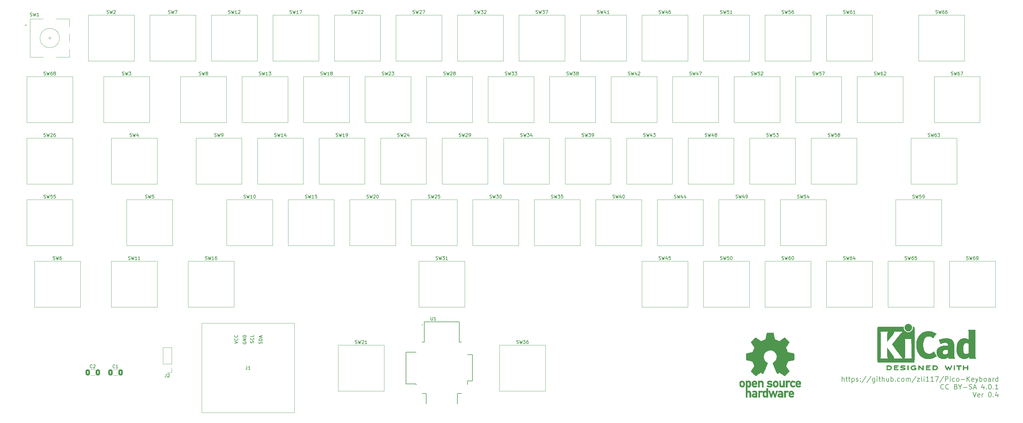
<source format=gto>
G04 #@! TF.GenerationSoftware,KiCad,Pcbnew,(6.0.5)*
G04 #@! TF.CreationDate,2022-07-01T23:10:54-04:00*
G04 #@! TF.ProjectId,pico_keyboard_v1,7069636f-5f6b-4657-9962-6f6172645f76,rev?*
G04 #@! TF.SameCoordinates,Original*
G04 #@! TF.FileFunction,Legend,Top*
G04 #@! TF.FilePolarity,Positive*
%FSLAX46Y46*%
G04 Gerber Fmt 4.6, Leading zero omitted, Abs format (unit mm)*
G04 Created by KiCad (PCBNEW (6.0.5)) date 2022-07-01 23:10:54*
%MOMM*%
%LPD*%
G01*
G04 APERTURE LIST*
G04 Aperture macros list*
%AMRoundRect*
0 Rectangle with rounded corners*
0 $1 Rounding radius*
0 $2 $3 $4 $5 $6 $7 $8 $9 X,Y pos of 4 corners*
0 Add a 4 corners polygon primitive as box body*
4,1,4,$2,$3,$4,$5,$6,$7,$8,$9,$2,$3,0*
0 Add four circle primitives for the rounded corners*
1,1,$1+$1,$2,$3*
1,1,$1+$1,$4,$5*
1,1,$1+$1,$6,$7*
1,1,$1+$1,$8,$9*
0 Add four rect primitives between the rounded corners*
20,1,$1+$1,$2,$3,$4,$5,0*
20,1,$1+$1,$4,$5,$6,$7,0*
20,1,$1+$1,$6,$7,$8,$9,0*
20,1,$1+$1,$8,$9,$2,$3,0*%
G04 Aperture macros list end*
%ADD10C,0.150000*%
%ADD11C,0.120000*%
%ADD12C,0.010000*%
%ADD13C,0.127000*%
%ADD14C,0.200000*%
%ADD15C,3.987800*%
%ADD16C,3.048000*%
%ADD17C,3.050000*%
%ADD18C,1.750000*%
%ADD19C,4.000000*%
%ADD20C,4.500000*%
%ADD21C,5.700000*%
%ADD22RoundRect,0.250000X-0.412500X-0.650000X0.412500X-0.650000X0.412500X0.650000X-0.412500X0.650000X0*%
%ADD23C,1.778000*%
%ADD24C,2.286000*%
%ADD25R,1.700000X1.700000*%
%ADD26O,1.700000X1.700000*%
%ADD27R,2.000000X2.000000*%
%ADD28C,2.000000*%
%ADD29C,3.200000*%
%ADD30R,1.600000X1.600000*%
%ADD31O,1.600000X1.600000*%
%ADD32C,1.600000*%
%ADD33O,1.800000X1.800000*%
%ADD34O,1.500000X1.500000*%
G04 APERTURE END LIST*
D10*
X313419642Y-195863571D02*
X313419642Y-194363571D01*
X314062500Y-195863571D02*
X314062500Y-195077857D01*
X313991071Y-194935000D01*
X313848214Y-194863571D01*
X313633928Y-194863571D01*
X313491071Y-194935000D01*
X313419642Y-195006428D01*
X314562500Y-194863571D02*
X315133928Y-194863571D01*
X314776785Y-194363571D02*
X314776785Y-195649285D01*
X314848214Y-195792142D01*
X314991071Y-195863571D01*
X315133928Y-195863571D01*
X315419642Y-194863571D02*
X315991071Y-194863571D01*
X315633928Y-194363571D02*
X315633928Y-195649285D01*
X315705357Y-195792142D01*
X315848214Y-195863571D01*
X315991071Y-195863571D01*
X316491071Y-194863571D02*
X316491071Y-196363571D01*
X316491071Y-194935000D02*
X316633928Y-194863571D01*
X316919642Y-194863571D01*
X317062500Y-194935000D01*
X317133928Y-195006428D01*
X317205357Y-195149285D01*
X317205357Y-195577857D01*
X317133928Y-195720714D01*
X317062500Y-195792142D01*
X316919642Y-195863571D01*
X316633928Y-195863571D01*
X316491071Y-195792142D01*
X317776785Y-195792142D02*
X317919642Y-195863571D01*
X318205357Y-195863571D01*
X318348214Y-195792142D01*
X318419642Y-195649285D01*
X318419642Y-195577857D01*
X318348214Y-195435000D01*
X318205357Y-195363571D01*
X317991071Y-195363571D01*
X317848214Y-195292142D01*
X317776785Y-195149285D01*
X317776785Y-195077857D01*
X317848214Y-194935000D01*
X317991071Y-194863571D01*
X318205357Y-194863571D01*
X318348214Y-194935000D01*
X319062500Y-195720714D02*
X319133928Y-195792142D01*
X319062500Y-195863571D01*
X318991071Y-195792142D01*
X319062500Y-195720714D01*
X319062500Y-195863571D01*
X319062500Y-194935000D02*
X319133928Y-195006428D01*
X319062500Y-195077857D01*
X318991071Y-195006428D01*
X319062500Y-194935000D01*
X319062500Y-195077857D01*
X320848214Y-194292142D02*
X319562500Y-196220714D01*
X322419642Y-194292142D02*
X321133928Y-196220714D01*
X323562500Y-194863571D02*
X323562500Y-196077857D01*
X323491071Y-196220714D01*
X323419642Y-196292142D01*
X323276785Y-196363571D01*
X323062500Y-196363571D01*
X322919642Y-196292142D01*
X323562500Y-195792142D02*
X323419642Y-195863571D01*
X323133928Y-195863571D01*
X322991071Y-195792142D01*
X322919642Y-195720714D01*
X322848214Y-195577857D01*
X322848214Y-195149285D01*
X322919642Y-195006428D01*
X322991071Y-194935000D01*
X323133928Y-194863571D01*
X323419642Y-194863571D01*
X323562500Y-194935000D01*
X324276785Y-195863571D02*
X324276785Y-194863571D01*
X324276785Y-194363571D02*
X324205357Y-194435000D01*
X324276785Y-194506428D01*
X324348214Y-194435000D01*
X324276785Y-194363571D01*
X324276785Y-194506428D01*
X324776785Y-194863571D02*
X325348214Y-194863571D01*
X324991071Y-194363571D02*
X324991071Y-195649285D01*
X325062500Y-195792142D01*
X325205357Y-195863571D01*
X325348214Y-195863571D01*
X325848214Y-195863571D02*
X325848214Y-194363571D01*
X326491071Y-195863571D02*
X326491071Y-195077857D01*
X326419642Y-194935000D01*
X326276785Y-194863571D01*
X326062500Y-194863571D01*
X325919642Y-194935000D01*
X325848214Y-195006428D01*
X327848214Y-194863571D02*
X327848214Y-195863571D01*
X327205357Y-194863571D02*
X327205357Y-195649285D01*
X327276785Y-195792142D01*
X327419642Y-195863571D01*
X327633928Y-195863571D01*
X327776785Y-195792142D01*
X327848214Y-195720714D01*
X328562500Y-195863571D02*
X328562500Y-194363571D01*
X328562500Y-194935000D02*
X328705357Y-194863571D01*
X328991071Y-194863571D01*
X329133928Y-194935000D01*
X329205357Y-195006428D01*
X329276785Y-195149285D01*
X329276785Y-195577857D01*
X329205357Y-195720714D01*
X329133928Y-195792142D01*
X328991071Y-195863571D01*
X328705357Y-195863571D01*
X328562500Y-195792142D01*
X329919642Y-195720714D02*
X329991071Y-195792142D01*
X329919642Y-195863571D01*
X329848214Y-195792142D01*
X329919642Y-195720714D01*
X329919642Y-195863571D01*
X331276785Y-195792142D02*
X331133928Y-195863571D01*
X330848214Y-195863571D01*
X330705357Y-195792142D01*
X330633928Y-195720714D01*
X330562500Y-195577857D01*
X330562500Y-195149285D01*
X330633928Y-195006428D01*
X330705357Y-194935000D01*
X330848214Y-194863571D01*
X331133928Y-194863571D01*
X331276785Y-194935000D01*
X332133928Y-195863571D02*
X331991071Y-195792142D01*
X331919642Y-195720714D01*
X331848214Y-195577857D01*
X331848214Y-195149285D01*
X331919642Y-195006428D01*
X331991071Y-194935000D01*
X332133928Y-194863571D01*
X332348214Y-194863571D01*
X332491071Y-194935000D01*
X332562500Y-195006428D01*
X332633928Y-195149285D01*
X332633928Y-195577857D01*
X332562500Y-195720714D01*
X332491071Y-195792142D01*
X332348214Y-195863571D01*
X332133928Y-195863571D01*
X333276785Y-195863571D02*
X333276785Y-194863571D01*
X333276785Y-195006428D02*
X333348214Y-194935000D01*
X333491071Y-194863571D01*
X333705357Y-194863571D01*
X333848214Y-194935000D01*
X333919642Y-195077857D01*
X333919642Y-195863571D01*
X333919642Y-195077857D02*
X333991071Y-194935000D01*
X334133928Y-194863571D01*
X334348214Y-194863571D01*
X334491071Y-194935000D01*
X334562500Y-195077857D01*
X334562500Y-195863571D01*
X336348214Y-194292142D02*
X335062500Y-196220714D01*
X336705357Y-194863571D02*
X337491071Y-194863571D01*
X336705357Y-195863571D01*
X337491071Y-195863571D01*
X338276785Y-195863571D02*
X338133928Y-195792142D01*
X338062500Y-195649285D01*
X338062500Y-194363571D01*
X338848214Y-195863571D02*
X338848214Y-194863571D01*
X338848214Y-194363571D02*
X338776785Y-194435000D01*
X338848214Y-194506428D01*
X338919642Y-194435000D01*
X338848214Y-194363571D01*
X338848214Y-194506428D01*
X340348214Y-195863571D02*
X339491071Y-195863571D01*
X339919642Y-195863571D02*
X339919642Y-194363571D01*
X339776785Y-194577857D01*
X339633928Y-194720714D01*
X339491071Y-194792142D01*
X341776785Y-195863571D02*
X340919642Y-195863571D01*
X341348214Y-195863571D02*
X341348214Y-194363571D01*
X341205357Y-194577857D01*
X341062500Y-194720714D01*
X340919642Y-194792142D01*
X342276785Y-194363571D02*
X343276785Y-194363571D01*
X342633928Y-195863571D01*
X344919642Y-194292142D02*
X343633928Y-196220714D01*
X345419642Y-195863571D02*
X345419642Y-194363571D01*
X345991071Y-194363571D01*
X346133928Y-194435000D01*
X346205357Y-194506428D01*
X346276785Y-194649285D01*
X346276785Y-194863571D01*
X346205357Y-195006428D01*
X346133928Y-195077857D01*
X345991071Y-195149285D01*
X345419642Y-195149285D01*
X346919642Y-195863571D02*
X346919642Y-194863571D01*
X346919642Y-194363571D02*
X346848214Y-194435000D01*
X346919642Y-194506428D01*
X346991071Y-194435000D01*
X346919642Y-194363571D01*
X346919642Y-194506428D01*
X348276785Y-195792142D02*
X348133928Y-195863571D01*
X347848214Y-195863571D01*
X347705357Y-195792142D01*
X347633928Y-195720714D01*
X347562500Y-195577857D01*
X347562500Y-195149285D01*
X347633928Y-195006428D01*
X347705357Y-194935000D01*
X347848214Y-194863571D01*
X348133928Y-194863571D01*
X348276785Y-194935000D01*
X349133928Y-195863571D02*
X348991071Y-195792142D01*
X348919642Y-195720714D01*
X348848214Y-195577857D01*
X348848214Y-195149285D01*
X348919642Y-195006428D01*
X348991071Y-194935000D01*
X349133928Y-194863571D01*
X349348214Y-194863571D01*
X349491071Y-194935000D01*
X349562500Y-195006428D01*
X349633928Y-195149285D01*
X349633928Y-195577857D01*
X349562500Y-195720714D01*
X349491071Y-195792142D01*
X349348214Y-195863571D01*
X349133928Y-195863571D01*
X350276785Y-195292142D02*
X351419642Y-195292142D01*
X352133928Y-195863571D02*
X352133928Y-194363571D01*
X352991071Y-195863571D02*
X352348214Y-195006428D01*
X352991071Y-194363571D02*
X352133928Y-195220714D01*
X354205357Y-195792142D02*
X354062500Y-195863571D01*
X353776785Y-195863571D01*
X353633928Y-195792142D01*
X353562500Y-195649285D01*
X353562500Y-195077857D01*
X353633928Y-194935000D01*
X353776785Y-194863571D01*
X354062500Y-194863571D01*
X354205357Y-194935000D01*
X354276785Y-195077857D01*
X354276785Y-195220714D01*
X353562500Y-195363571D01*
X354776785Y-194863571D02*
X355133928Y-195863571D01*
X355491071Y-194863571D02*
X355133928Y-195863571D01*
X354991071Y-196220714D01*
X354919642Y-196292142D01*
X354776785Y-196363571D01*
X356062500Y-195863571D02*
X356062500Y-194363571D01*
X356062500Y-194935000D02*
X356205357Y-194863571D01*
X356491071Y-194863571D01*
X356633928Y-194935000D01*
X356705357Y-195006428D01*
X356776785Y-195149285D01*
X356776785Y-195577857D01*
X356705357Y-195720714D01*
X356633928Y-195792142D01*
X356491071Y-195863571D01*
X356205357Y-195863571D01*
X356062500Y-195792142D01*
X357633928Y-195863571D02*
X357491071Y-195792142D01*
X357419642Y-195720714D01*
X357348214Y-195577857D01*
X357348214Y-195149285D01*
X357419642Y-195006428D01*
X357491071Y-194935000D01*
X357633928Y-194863571D01*
X357848214Y-194863571D01*
X357991071Y-194935000D01*
X358062500Y-195006428D01*
X358133928Y-195149285D01*
X358133928Y-195577857D01*
X358062500Y-195720714D01*
X357991071Y-195792142D01*
X357848214Y-195863571D01*
X357633928Y-195863571D01*
X359419642Y-195863571D02*
X359419642Y-195077857D01*
X359348214Y-194935000D01*
X359205357Y-194863571D01*
X358919642Y-194863571D01*
X358776785Y-194935000D01*
X359419642Y-195792142D02*
X359276785Y-195863571D01*
X358919642Y-195863571D01*
X358776785Y-195792142D01*
X358705357Y-195649285D01*
X358705357Y-195506428D01*
X358776785Y-195363571D01*
X358919642Y-195292142D01*
X359276785Y-195292142D01*
X359419642Y-195220714D01*
X360133928Y-195863571D02*
X360133928Y-194863571D01*
X360133928Y-195149285D02*
X360205357Y-195006428D01*
X360276785Y-194935000D01*
X360419642Y-194863571D01*
X360562500Y-194863571D01*
X361705357Y-195863571D02*
X361705357Y-194363571D01*
X361705357Y-195792142D02*
X361562500Y-195863571D01*
X361276785Y-195863571D01*
X361133928Y-195792142D01*
X361062500Y-195720714D01*
X360991071Y-195577857D01*
X360991071Y-195149285D01*
X361062500Y-195006428D01*
X361133928Y-194935000D01*
X361276785Y-194863571D01*
X361562500Y-194863571D01*
X361705357Y-194935000D01*
X344919642Y-198135714D02*
X344848214Y-198207142D01*
X344633928Y-198278571D01*
X344491071Y-198278571D01*
X344276785Y-198207142D01*
X344133928Y-198064285D01*
X344062500Y-197921428D01*
X343991071Y-197635714D01*
X343991071Y-197421428D01*
X344062500Y-197135714D01*
X344133928Y-196992857D01*
X344276785Y-196850000D01*
X344491071Y-196778571D01*
X344633928Y-196778571D01*
X344848214Y-196850000D01*
X344919642Y-196921428D01*
X346419642Y-198135714D02*
X346348214Y-198207142D01*
X346133928Y-198278571D01*
X345991071Y-198278571D01*
X345776785Y-198207142D01*
X345633928Y-198064285D01*
X345562500Y-197921428D01*
X345491071Y-197635714D01*
X345491071Y-197421428D01*
X345562500Y-197135714D01*
X345633928Y-196992857D01*
X345776785Y-196850000D01*
X345991071Y-196778571D01*
X346133928Y-196778571D01*
X346348214Y-196850000D01*
X346419642Y-196921428D01*
X348705357Y-197492857D02*
X348919642Y-197564285D01*
X348991071Y-197635714D01*
X349062500Y-197778571D01*
X349062500Y-197992857D01*
X348991071Y-198135714D01*
X348919642Y-198207142D01*
X348776785Y-198278571D01*
X348205357Y-198278571D01*
X348205357Y-196778571D01*
X348705357Y-196778571D01*
X348848214Y-196850000D01*
X348919642Y-196921428D01*
X348991071Y-197064285D01*
X348991071Y-197207142D01*
X348919642Y-197350000D01*
X348848214Y-197421428D01*
X348705357Y-197492857D01*
X348205357Y-197492857D01*
X349991071Y-197564285D02*
X349991071Y-198278571D01*
X349491071Y-196778571D02*
X349991071Y-197564285D01*
X350491071Y-196778571D01*
X350991071Y-197707142D02*
X352133928Y-197707142D01*
X352776785Y-198207142D02*
X352991071Y-198278571D01*
X353348214Y-198278571D01*
X353491071Y-198207142D01*
X353562500Y-198135714D01*
X353633928Y-197992857D01*
X353633928Y-197850000D01*
X353562500Y-197707142D01*
X353491071Y-197635714D01*
X353348214Y-197564285D01*
X353062500Y-197492857D01*
X352919642Y-197421428D01*
X352848214Y-197350000D01*
X352776785Y-197207142D01*
X352776785Y-197064285D01*
X352848214Y-196921428D01*
X352919642Y-196850000D01*
X353062500Y-196778571D01*
X353419642Y-196778571D01*
X353633928Y-196850000D01*
X354205357Y-197850000D02*
X354919642Y-197850000D01*
X354062500Y-198278571D02*
X354562500Y-196778571D01*
X355062500Y-198278571D01*
X357348214Y-197278571D02*
X357348214Y-198278571D01*
X356991071Y-196707142D02*
X356633928Y-197778571D01*
X357562500Y-197778571D01*
X358133928Y-198135714D02*
X358205357Y-198207142D01*
X358133928Y-198278571D01*
X358062500Y-198207142D01*
X358133928Y-198135714D01*
X358133928Y-198278571D01*
X359133928Y-196778571D02*
X359276785Y-196778571D01*
X359419642Y-196850000D01*
X359491071Y-196921428D01*
X359562500Y-197064285D01*
X359633928Y-197350000D01*
X359633928Y-197707142D01*
X359562500Y-197992857D01*
X359491071Y-198135714D01*
X359419642Y-198207142D01*
X359276785Y-198278571D01*
X359133928Y-198278571D01*
X358991071Y-198207142D01*
X358919642Y-198135714D01*
X358848214Y-197992857D01*
X358776785Y-197707142D01*
X358776785Y-197350000D01*
X358848214Y-197064285D01*
X358919642Y-196921428D01*
X358991071Y-196850000D01*
X359133928Y-196778571D01*
X360276785Y-198135714D02*
X360348214Y-198207142D01*
X360276785Y-198278571D01*
X360205357Y-198207142D01*
X360276785Y-198135714D01*
X360276785Y-198278571D01*
X361776785Y-198278571D02*
X360919642Y-198278571D01*
X361348214Y-198278571D02*
X361348214Y-196778571D01*
X361205357Y-196992857D01*
X361062500Y-197135714D01*
X360919642Y-197207142D01*
X353991071Y-199193571D02*
X354491071Y-200693571D01*
X354991071Y-199193571D01*
X356062500Y-200622142D02*
X355919642Y-200693571D01*
X355633928Y-200693571D01*
X355491071Y-200622142D01*
X355419642Y-200479285D01*
X355419642Y-199907857D01*
X355491071Y-199765000D01*
X355633928Y-199693571D01*
X355919642Y-199693571D01*
X356062500Y-199765000D01*
X356133928Y-199907857D01*
X356133928Y-200050714D01*
X355419642Y-200193571D01*
X356776785Y-200693571D02*
X356776785Y-199693571D01*
X356776785Y-199979285D02*
X356848214Y-199836428D01*
X356919642Y-199765000D01*
X357062500Y-199693571D01*
X357205357Y-199693571D01*
X359133928Y-199193571D02*
X359276785Y-199193571D01*
X359419642Y-199265000D01*
X359491071Y-199336428D01*
X359562500Y-199479285D01*
X359633928Y-199765000D01*
X359633928Y-200122142D01*
X359562500Y-200407857D01*
X359491071Y-200550714D01*
X359419642Y-200622142D01*
X359276785Y-200693571D01*
X359133928Y-200693571D01*
X358991071Y-200622142D01*
X358919642Y-200550714D01*
X358848214Y-200407857D01*
X358776785Y-200122142D01*
X358776785Y-199765000D01*
X358848214Y-199479285D01*
X358919642Y-199336428D01*
X358991071Y-199265000D01*
X359133928Y-199193571D01*
X360276785Y-200550714D02*
X360348214Y-200622142D01*
X360276785Y-200693571D01*
X360205357Y-200622142D01*
X360276785Y-200550714D01*
X360276785Y-200693571D01*
X361633928Y-199693571D02*
X361633928Y-200693571D01*
X361276785Y-199122142D02*
X360919642Y-200193571D01*
X361848214Y-200193571D01*
X275765476Y-81929761D02*
X275908333Y-81977380D01*
X276146428Y-81977380D01*
X276241666Y-81929761D01*
X276289285Y-81882142D01*
X276336904Y-81786904D01*
X276336904Y-81691666D01*
X276289285Y-81596428D01*
X276241666Y-81548809D01*
X276146428Y-81501190D01*
X275955952Y-81453571D01*
X275860714Y-81405952D01*
X275813095Y-81358333D01*
X275765476Y-81263095D01*
X275765476Y-81167857D01*
X275813095Y-81072619D01*
X275860714Y-81025000D01*
X275955952Y-80977380D01*
X276194047Y-80977380D01*
X276336904Y-81025000D01*
X276670238Y-80977380D02*
X276908333Y-81977380D01*
X277098809Y-81263095D01*
X277289285Y-81977380D01*
X277527380Y-80977380D01*
X278384523Y-80977380D02*
X277908333Y-80977380D01*
X277860714Y-81453571D01*
X277908333Y-81405952D01*
X278003571Y-81358333D01*
X278241666Y-81358333D01*
X278336904Y-81405952D01*
X278384523Y-81453571D01*
X278432142Y-81548809D01*
X278432142Y-81786904D01*
X278384523Y-81882142D01*
X278336904Y-81929761D01*
X278241666Y-81977380D01*
X278003571Y-81977380D01*
X277908333Y-81929761D01*
X277860714Y-81882142D01*
X279384523Y-81977380D02*
X278813095Y-81977380D01*
X279098809Y-81977380D02*
X279098809Y-80977380D01*
X279003571Y-81120238D01*
X278908333Y-81215476D01*
X278813095Y-81263095D01*
X162659226Y-184129761D02*
X162802083Y-184177380D01*
X163040178Y-184177380D01*
X163135416Y-184129761D01*
X163183035Y-184082142D01*
X163230654Y-183986904D01*
X163230654Y-183891666D01*
X163183035Y-183796428D01*
X163135416Y-183748809D01*
X163040178Y-183701190D01*
X162849702Y-183653571D01*
X162754464Y-183605952D01*
X162706845Y-183558333D01*
X162659226Y-183463095D01*
X162659226Y-183367857D01*
X162706845Y-183272619D01*
X162754464Y-183225000D01*
X162849702Y-183177380D01*
X163087797Y-183177380D01*
X163230654Y-183225000D01*
X163563988Y-183177380D02*
X163802083Y-184177380D01*
X163992559Y-183463095D01*
X164183035Y-184177380D01*
X164421130Y-183177380D01*
X164754464Y-183272619D02*
X164802083Y-183225000D01*
X164897321Y-183177380D01*
X165135416Y-183177380D01*
X165230654Y-183225000D01*
X165278273Y-183272619D01*
X165325892Y-183367857D01*
X165325892Y-183463095D01*
X165278273Y-183605952D01*
X164706845Y-184177380D01*
X165325892Y-184177380D01*
X166278273Y-184177380D02*
X165706845Y-184177380D01*
X165992559Y-184177380D02*
X165992559Y-183177380D01*
X165897321Y-183320238D01*
X165802083Y-183415476D01*
X165706845Y-183463095D01*
X256715476Y-81929761D02*
X256858333Y-81977380D01*
X257096428Y-81977380D01*
X257191666Y-81929761D01*
X257239285Y-81882142D01*
X257286904Y-81786904D01*
X257286904Y-81691666D01*
X257239285Y-81596428D01*
X257191666Y-81548809D01*
X257096428Y-81501190D01*
X256905952Y-81453571D01*
X256810714Y-81405952D01*
X256763095Y-81358333D01*
X256715476Y-81263095D01*
X256715476Y-81167857D01*
X256763095Y-81072619D01*
X256810714Y-81025000D01*
X256905952Y-80977380D01*
X257144047Y-80977380D01*
X257286904Y-81025000D01*
X257620238Y-80977380D02*
X257858333Y-81977380D01*
X258048809Y-81263095D01*
X258239285Y-81977380D01*
X258477380Y-80977380D01*
X259286904Y-81310714D02*
X259286904Y-81977380D01*
X259048809Y-80929761D02*
X258810714Y-81644047D01*
X259429761Y-81644047D01*
X260239285Y-80977380D02*
X260048809Y-80977380D01*
X259953571Y-81025000D01*
X259905952Y-81072619D01*
X259810714Y-81215476D01*
X259763095Y-81405952D01*
X259763095Y-81786904D01*
X259810714Y-81882142D01*
X259858333Y-81929761D01*
X259953571Y-81977380D01*
X260144047Y-81977380D01*
X260239285Y-81929761D01*
X260286904Y-81882142D01*
X260334523Y-81786904D01*
X260334523Y-81548809D01*
X260286904Y-81453571D01*
X260239285Y-81405952D01*
X260144047Y-81358333D01*
X259953571Y-81358333D01*
X259858333Y-81405952D01*
X259810714Y-81453571D01*
X259763095Y-81548809D01*
X294815476Y-158129761D02*
X294958333Y-158177380D01*
X295196428Y-158177380D01*
X295291666Y-158129761D01*
X295339285Y-158082142D01*
X295386904Y-157986904D01*
X295386904Y-157891666D01*
X295339285Y-157796428D01*
X295291666Y-157748809D01*
X295196428Y-157701190D01*
X295005952Y-157653571D01*
X294910714Y-157605952D01*
X294863095Y-157558333D01*
X294815476Y-157463095D01*
X294815476Y-157367857D01*
X294863095Y-157272619D01*
X294910714Y-157225000D01*
X295005952Y-157177380D01*
X295244047Y-157177380D01*
X295386904Y-157225000D01*
X295720238Y-157177380D02*
X295958333Y-158177380D01*
X296148809Y-157463095D01*
X296339285Y-158177380D01*
X296577380Y-157177380D01*
X297386904Y-157177380D02*
X297196428Y-157177380D01*
X297101190Y-157225000D01*
X297053571Y-157272619D01*
X296958333Y-157415476D01*
X296910714Y-157605952D01*
X296910714Y-157986904D01*
X296958333Y-158082142D01*
X297005952Y-158129761D01*
X297101190Y-158177380D01*
X297291666Y-158177380D01*
X297386904Y-158129761D01*
X297434523Y-158082142D01*
X297482142Y-157986904D01*
X297482142Y-157748809D01*
X297434523Y-157653571D01*
X297386904Y-157605952D01*
X297291666Y-157558333D01*
X297101190Y-157558333D01*
X297005952Y-157605952D01*
X296958333Y-157653571D01*
X296910714Y-157748809D01*
X298101190Y-157177380D02*
X298196428Y-157177380D01*
X298291666Y-157225000D01*
X298339285Y-157272619D01*
X298386904Y-157367857D01*
X298434523Y-157558333D01*
X298434523Y-157796428D01*
X298386904Y-157986904D01*
X298339285Y-158082142D01*
X298291666Y-158129761D01*
X298196428Y-158177380D01*
X298101190Y-158177380D01*
X298005952Y-158129761D01*
X297958333Y-158082142D01*
X297910714Y-157986904D01*
X297863095Y-157796428D01*
X297863095Y-157558333D01*
X297910714Y-157367857D01*
X297958333Y-157272619D01*
X298005952Y-157225000D01*
X298101190Y-157177380D01*
X151940476Y-100979761D02*
X152083333Y-101027380D01*
X152321428Y-101027380D01*
X152416666Y-100979761D01*
X152464285Y-100932142D01*
X152511904Y-100836904D01*
X152511904Y-100741666D01*
X152464285Y-100646428D01*
X152416666Y-100598809D01*
X152321428Y-100551190D01*
X152130952Y-100503571D01*
X152035714Y-100455952D01*
X151988095Y-100408333D01*
X151940476Y-100313095D01*
X151940476Y-100217857D01*
X151988095Y-100122619D01*
X152035714Y-100075000D01*
X152130952Y-100027380D01*
X152369047Y-100027380D01*
X152511904Y-100075000D01*
X152845238Y-100027380D02*
X153083333Y-101027380D01*
X153273809Y-100313095D01*
X153464285Y-101027380D01*
X153702380Y-100027380D01*
X154607142Y-101027380D02*
X154035714Y-101027380D01*
X154321428Y-101027380D02*
X154321428Y-100027380D01*
X154226190Y-100170238D01*
X154130952Y-100265476D01*
X154035714Y-100313095D01*
X155178571Y-100455952D02*
X155083333Y-100408333D01*
X155035714Y-100360714D01*
X154988095Y-100265476D01*
X154988095Y-100217857D01*
X155035714Y-100122619D01*
X155083333Y-100075000D01*
X155178571Y-100027380D01*
X155369047Y-100027380D01*
X155464285Y-100075000D01*
X155511904Y-100122619D01*
X155559523Y-100217857D01*
X155559523Y-100265476D01*
X155511904Y-100360714D01*
X155464285Y-100408333D01*
X155369047Y-100455952D01*
X155178571Y-100455952D01*
X155083333Y-100503571D01*
X155035714Y-100551190D01*
X154988095Y-100646428D01*
X154988095Y-100836904D01*
X155035714Y-100932142D01*
X155083333Y-100979761D01*
X155178571Y-101027380D01*
X155369047Y-101027380D01*
X155464285Y-100979761D01*
X155511904Y-100932142D01*
X155559523Y-100836904D01*
X155559523Y-100646428D01*
X155511904Y-100551190D01*
X155464285Y-100503571D01*
X155369047Y-100455952D01*
X280527976Y-139079761D02*
X280670833Y-139127380D01*
X280908928Y-139127380D01*
X281004166Y-139079761D01*
X281051785Y-139032142D01*
X281099404Y-138936904D01*
X281099404Y-138841666D01*
X281051785Y-138746428D01*
X281004166Y-138698809D01*
X280908928Y-138651190D01*
X280718452Y-138603571D01*
X280623214Y-138555952D01*
X280575595Y-138508333D01*
X280527976Y-138413095D01*
X280527976Y-138317857D01*
X280575595Y-138222619D01*
X280623214Y-138175000D01*
X280718452Y-138127380D01*
X280956547Y-138127380D01*
X281099404Y-138175000D01*
X281432738Y-138127380D02*
X281670833Y-139127380D01*
X281861309Y-138413095D01*
X282051785Y-139127380D01*
X282289880Y-138127380D01*
X283099404Y-138460714D02*
X283099404Y-139127380D01*
X282861309Y-138079761D02*
X282623214Y-138794047D01*
X283242261Y-138794047D01*
X283670833Y-139127380D02*
X283861309Y-139127380D01*
X283956547Y-139079761D01*
X284004166Y-139032142D01*
X284099404Y-138889285D01*
X284147023Y-138698809D01*
X284147023Y-138317857D01*
X284099404Y-138222619D01*
X284051785Y-138175000D01*
X283956547Y-138127380D01*
X283766071Y-138127380D01*
X283670833Y-138175000D01*
X283623214Y-138222619D01*
X283575595Y-138317857D01*
X283575595Y-138555952D01*
X283623214Y-138651190D01*
X283670833Y-138698809D01*
X283766071Y-138746428D01*
X283956547Y-138746428D01*
X284051785Y-138698809D01*
X284099404Y-138651190D01*
X284147023Y-138555952D01*
X313865476Y-81929761D02*
X314008333Y-81977380D01*
X314246428Y-81977380D01*
X314341666Y-81929761D01*
X314389285Y-81882142D01*
X314436904Y-81786904D01*
X314436904Y-81691666D01*
X314389285Y-81596428D01*
X314341666Y-81548809D01*
X314246428Y-81501190D01*
X314055952Y-81453571D01*
X313960714Y-81405952D01*
X313913095Y-81358333D01*
X313865476Y-81263095D01*
X313865476Y-81167857D01*
X313913095Y-81072619D01*
X313960714Y-81025000D01*
X314055952Y-80977380D01*
X314294047Y-80977380D01*
X314436904Y-81025000D01*
X314770238Y-80977380D02*
X315008333Y-81977380D01*
X315198809Y-81263095D01*
X315389285Y-81977380D01*
X315627380Y-80977380D01*
X316436904Y-80977380D02*
X316246428Y-80977380D01*
X316151190Y-81025000D01*
X316103571Y-81072619D01*
X316008333Y-81215476D01*
X315960714Y-81405952D01*
X315960714Y-81786904D01*
X316008333Y-81882142D01*
X316055952Y-81929761D01*
X316151190Y-81977380D01*
X316341666Y-81977380D01*
X316436904Y-81929761D01*
X316484523Y-81882142D01*
X316532142Y-81786904D01*
X316532142Y-81548809D01*
X316484523Y-81453571D01*
X316436904Y-81405952D01*
X316341666Y-81358333D01*
X316151190Y-81358333D01*
X316055952Y-81405952D01*
X316008333Y-81453571D01*
X315960714Y-81548809D01*
X317484523Y-81977380D02*
X316913095Y-81977380D01*
X317198809Y-81977380D02*
X317198809Y-80977380D01*
X317103571Y-81120238D01*
X317008333Y-81215476D01*
X316913095Y-81263095D01*
X190040476Y-100979761D02*
X190183333Y-101027380D01*
X190421428Y-101027380D01*
X190516666Y-100979761D01*
X190564285Y-100932142D01*
X190611904Y-100836904D01*
X190611904Y-100741666D01*
X190564285Y-100646428D01*
X190516666Y-100598809D01*
X190421428Y-100551190D01*
X190230952Y-100503571D01*
X190135714Y-100455952D01*
X190088095Y-100408333D01*
X190040476Y-100313095D01*
X190040476Y-100217857D01*
X190088095Y-100122619D01*
X190135714Y-100075000D01*
X190230952Y-100027380D01*
X190469047Y-100027380D01*
X190611904Y-100075000D01*
X190945238Y-100027380D02*
X191183333Y-101027380D01*
X191373809Y-100313095D01*
X191564285Y-101027380D01*
X191802380Y-100027380D01*
X192135714Y-100122619D02*
X192183333Y-100075000D01*
X192278571Y-100027380D01*
X192516666Y-100027380D01*
X192611904Y-100075000D01*
X192659523Y-100122619D01*
X192707142Y-100217857D01*
X192707142Y-100313095D01*
X192659523Y-100455952D01*
X192088095Y-101027380D01*
X192707142Y-101027380D01*
X193278571Y-100455952D02*
X193183333Y-100408333D01*
X193135714Y-100360714D01*
X193088095Y-100265476D01*
X193088095Y-100217857D01*
X193135714Y-100122619D01*
X193183333Y-100075000D01*
X193278571Y-100027380D01*
X193469047Y-100027380D01*
X193564285Y-100075000D01*
X193611904Y-100122619D01*
X193659523Y-100217857D01*
X193659523Y-100265476D01*
X193611904Y-100360714D01*
X193564285Y-100408333D01*
X193469047Y-100455952D01*
X193278571Y-100455952D01*
X193183333Y-100503571D01*
X193135714Y-100551190D01*
X193088095Y-100646428D01*
X193088095Y-100836904D01*
X193135714Y-100932142D01*
X193183333Y-100979761D01*
X193278571Y-101027380D01*
X193469047Y-101027380D01*
X193564285Y-100979761D01*
X193611904Y-100932142D01*
X193659523Y-100836904D01*
X193659523Y-100646428D01*
X193611904Y-100551190D01*
X193564285Y-100503571D01*
X193469047Y-100455952D01*
X147177976Y-139079761D02*
X147320833Y-139127380D01*
X147558928Y-139127380D01*
X147654166Y-139079761D01*
X147701785Y-139032142D01*
X147749404Y-138936904D01*
X147749404Y-138841666D01*
X147701785Y-138746428D01*
X147654166Y-138698809D01*
X147558928Y-138651190D01*
X147368452Y-138603571D01*
X147273214Y-138555952D01*
X147225595Y-138508333D01*
X147177976Y-138413095D01*
X147177976Y-138317857D01*
X147225595Y-138222619D01*
X147273214Y-138175000D01*
X147368452Y-138127380D01*
X147606547Y-138127380D01*
X147749404Y-138175000D01*
X148082738Y-138127380D02*
X148320833Y-139127380D01*
X148511309Y-138413095D01*
X148701785Y-139127380D01*
X148939880Y-138127380D01*
X149844642Y-139127380D02*
X149273214Y-139127380D01*
X149558928Y-139127380D02*
X149558928Y-138127380D01*
X149463690Y-138270238D01*
X149368452Y-138365476D01*
X149273214Y-138413095D01*
X150749404Y-138127380D02*
X150273214Y-138127380D01*
X150225595Y-138603571D01*
X150273214Y-138555952D01*
X150368452Y-138508333D01*
X150606547Y-138508333D01*
X150701785Y-138555952D01*
X150749404Y-138603571D01*
X150797023Y-138698809D01*
X150797023Y-138936904D01*
X150749404Y-139032142D01*
X150701785Y-139079761D01*
X150606547Y-139127380D01*
X150368452Y-139127380D01*
X150273214Y-139079761D01*
X150225595Y-139032142D01*
X128127976Y-139079761D02*
X128270833Y-139127380D01*
X128508928Y-139127380D01*
X128604166Y-139079761D01*
X128651785Y-139032142D01*
X128699404Y-138936904D01*
X128699404Y-138841666D01*
X128651785Y-138746428D01*
X128604166Y-138698809D01*
X128508928Y-138651190D01*
X128318452Y-138603571D01*
X128223214Y-138555952D01*
X128175595Y-138508333D01*
X128127976Y-138413095D01*
X128127976Y-138317857D01*
X128175595Y-138222619D01*
X128223214Y-138175000D01*
X128318452Y-138127380D01*
X128556547Y-138127380D01*
X128699404Y-138175000D01*
X129032738Y-138127380D02*
X129270833Y-139127380D01*
X129461309Y-138413095D01*
X129651785Y-139127380D01*
X129889880Y-138127380D01*
X130794642Y-139127380D02*
X130223214Y-139127380D01*
X130508928Y-139127380D02*
X130508928Y-138127380D01*
X130413690Y-138270238D01*
X130318452Y-138365476D01*
X130223214Y-138413095D01*
X131413690Y-138127380D02*
X131508928Y-138127380D01*
X131604166Y-138175000D01*
X131651785Y-138222619D01*
X131699404Y-138317857D01*
X131747023Y-138508333D01*
X131747023Y-138746428D01*
X131699404Y-138936904D01*
X131651785Y-139032142D01*
X131604166Y-139079761D01*
X131508928Y-139127380D01*
X131413690Y-139127380D01*
X131318452Y-139079761D01*
X131270833Y-139032142D01*
X131223214Y-138936904D01*
X131175595Y-138746428D01*
X131175595Y-138508333D01*
X131223214Y-138317857D01*
X131270833Y-138222619D01*
X131318452Y-138175000D01*
X131413690Y-138127380D01*
X294815476Y-81929761D02*
X294958333Y-81977380D01*
X295196428Y-81977380D01*
X295291666Y-81929761D01*
X295339285Y-81882142D01*
X295386904Y-81786904D01*
X295386904Y-81691666D01*
X295339285Y-81596428D01*
X295291666Y-81548809D01*
X295196428Y-81501190D01*
X295005952Y-81453571D01*
X294910714Y-81405952D01*
X294863095Y-81358333D01*
X294815476Y-81263095D01*
X294815476Y-81167857D01*
X294863095Y-81072619D01*
X294910714Y-81025000D01*
X295005952Y-80977380D01*
X295244047Y-80977380D01*
X295386904Y-81025000D01*
X295720238Y-80977380D02*
X295958333Y-81977380D01*
X296148809Y-81263095D01*
X296339285Y-81977380D01*
X296577380Y-80977380D01*
X297434523Y-80977380D02*
X296958333Y-80977380D01*
X296910714Y-81453571D01*
X296958333Y-81405952D01*
X297053571Y-81358333D01*
X297291666Y-81358333D01*
X297386904Y-81405952D01*
X297434523Y-81453571D01*
X297482142Y-81548809D01*
X297482142Y-81786904D01*
X297434523Y-81882142D01*
X297386904Y-81929761D01*
X297291666Y-81977380D01*
X297053571Y-81977380D01*
X296958333Y-81929761D01*
X296910714Y-81882142D01*
X298339285Y-80977380D02*
X298148809Y-80977380D01*
X298053571Y-81025000D01*
X298005952Y-81072619D01*
X297910714Y-81215476D01*
X297863095Y-81405952D01*
X297863095Y-81786904D01*
X297910714Y-81882142D01*
X297958333Y-81929761D01*
X298053571Y-81977380D01*
X298244047Y-81977380D01*
X298339285Y-81929761D01*
X298386904Y-81882142D01*
X298434523Y-81786904D01*
X298434523Y-81548809D01*
X298386904Y-81453571D01*
X298339285Y-81405952D01*
X298244047Y-81358333D01*
X298053571Y-81358333D01*
X297958333Y-81405952D01*
X297910714Y-81453571D01*
X297863095Y-81548809D01*
X347202976Y-100979761D02*
X347345833Y-101027380D01*
X347583928Y-101027380D01*
X347679166Y-100979761D01*
X347726785Y-100932142D01*
X347774404Y-100836904D01*
X347774404Y-100741666D01*
X347726785Y-100646428D01*
X347679166Y-100598809D01*
X347583928Y-100551190D01*
X347393452Y-100503571D01*
X347298214Y-100455952D01*
X347250595Y-100408333D01*
X347202976Y-100313095D01*
X347202976Y-100217857D01*
X347250595Y-100122619D01*
X347298214Y-100075000D01*
X347393452Y-100027380D01*
X347631547Y-100027380D01*
X347774404Y-100075000D01*
X348107738Y-100027380D02*
X348345833Y-101027380D01*
X348536309Y-100313095D01*
X348726785Y-101027380D01*
X348964880Y-100027380D01*
X349774404Y-100027380D02*
X349583928Y-100027380D01*
X349488690Y-100075000D01*
X349441071Y-100122619D01*
X349345833Y-100265476D01*
X349298214Y-100455952D01*
X349298214Y-100836904D01*
X349345833Y-100932142D01*
X349393452Y-100979761D01*
X349488690Y-101027380D01*
X349679166Y-101027380D01*
X349774404Y-100979761D01*
X349822023Y-100932142D01*
X349869642Y-100836904D01*
X349869642Y-100598809D01*
X349822023Y-100503571D01*
X349774404Y-100455952D01*
X349679166Y-100408333D01*
X349488690Y-100408333D01*
X349393452Y-100455952D01*
X349345833Y-100503571D01*
X349298214Y-100598809D01*
X350202976Y-100027380D02*
X350869642Y-100027380D01*
X350441071Y-101027380D01*
X81183333Y-191607142D02*
X81135714Y-191654761D01*
X80992857Y-191702380D01*
X80897619Y-191702380D01*
X80754761Y-191654761D01*
X80659523Y-191559523D01*
X80611904Y-191464285D01*
X80564285Y-191273809D01*
X80564285Y-191130952D01*
X80611904Y-190940476D01*
X80659523Y-190845238D01*
X80754761Y-190750000D01*
X80897619Y-190702380D01*
X80992857Y-190702380D01*
X81135714Y-190750000D01*
X81183333Y-190797619D01*
X81564285Y-190797619D02*
X81611904Y-190750000D01*
X81707142Y-190702380D01*
X81945238Y-190702380D01*
X82040476Y-190750000D01*
X82088095Y-190797619D01*
X82135714Y-190892857D01*
X82135714Y-190988095D01*
X82088095Y-191130952D01*
X81516666Y-191702380D01*
X82135714Y-191702380D01*
X313865476Y-158129761D02*
X314008333Y-158177380D01*
X314246428Y-158177380D01*
X314341666Y-158129761D01*
X314389285Y-158082142D01*
X314436904Y-157986904D01*
X314436904Y-157891666D01*
X314389285Y-157796428D01*
X314341666Y-157748809D01*
X314246428Y-157701190D01*
X314055952Y-157653571D01*
X313960714Y-157605952D01*
X313913095Y-157558333D01*
X313865476Y-157463095D01*
X313865476Y-157367857D01*
X313913095Y-157272619D01*
X313960714Y-157225000D01*
X314055952Y-157177380D01*
X314294047Y-157177380D01*
X314436904Y-157225000D01*
X314770238Y-157177380D02*
X315008333Y-158177380D01*
X315198809Y-157463095D01*
X315389285Y-158177380D01*
X315627380Y-157177380D01*
X316436904Y-157177380D02*
X316246428Y-157177380D01*
X316151190Y-157225000D01*
X316103571Y-157272619D01*
X316008333Y-157415476D01*
X315960714Y-157605952D01*
X315960714Y-157986904D01*
X316008333Y-158082142D01*
X316055952Y-158129761D01*
X316151190Y-158177380D01*
X316341666Y-158177380D01*
X316436904Y-158129761D01*
X316484523Y-158082142D01*
X316532142Y-157986904D01*
X316532142Y-157748809D01*
X316484523Y-157653571D01*
X316436904Y-157605952D01*
X316341666Y-157558333D01*
X316151190Y-157558333D01*
X316055952Y-157605952D01*
X316008333Y-157653571D01*
X315960714Y-157748809D01*
X317389285Y-157510714D02*
X317389285Y-158177380D01*
X317151190Y-157129761D02*
X316913095Y-157844047D01*
X317532142Y-157844047D01*
X212659226Y-184129761D02*
X212802083Y-184177380D01*
X213040178Y-184177380D01*
X213135416Y-184129761D01*
X213183035Y-184082142D01*
X213230654Y-183986904D01*
X213230654Y-183891666D01*
X213183035Y-183796428D01*
X213135416Y-183748809D01*
X213040178Y-183701190D01*
X212849702Y-183653571D01*
X212754464Y-183605952D01*
X212706845Y-183558333D01*
X212659226Y-183463095D01*
X212659226Y-183367857D01*
X212706845Y-183272619D01*
X212754464Y-183225000D01*
X212849702Y-183177380D01*
X213087797Y-183177380D01*
X213230654Y-183225000D01*
X213563988Y-183177380D02*
X213802083Y-184177380D01*
X213992559Y-183463095D01*
X214183035Y-184177380D01*
X214421130Y-183177380D01*
X214706845Y-183177380D02*
X215325892Y-183177380D01*
X214992559Y-183558333D01*
X215135416Y-183558333D01*
X215230654Y-183605952D01*
X215278273Y-183653571D01*
X215325892Y-183748809D01*
X215325892Y-183986904D01*
X215278273Y-184082142D01*
X215230654Y-184129761D01*
X215135416Y-184177380D01*
X214849702Y-184177380D01*
X214754464Y-184129761D01*
X214706845Y-184082142D01*
X216183035Y-183177380D02*
X215992559Y-183177380D01*
X215897321Y-183225000D01*
X215849702Y-183272619D01*
X215754464Y-183415476D01*
X215706845Y-183605952D01*
X215706845Y-183986904D01*
X215754464Y-184082142D01*
X215802083Y-184129761D01*
X215897321Y-184177380D01*
X216087797Y-184177380D01*
X216183035Y-184129761D01*
X216230654Y-184082142D01*
X216278273Y-183986904D01*
X216278273Y-183748809D01*
X216230654Y-183653571D01*
X216183035Y-183605952D01*
X216087797Y-183558333D01*
X215897321Y-183558333D01*
X215802083Y-183605952D01*
X215754464Y-183653571D01*
X215706845Y-183748809D01*
X116221726Y-158129761D02*
X116364583Y-158177380D01*
X116602678Y-158177380D01*
X116697916Y-158129761D01*
X116745535Y-158082142D01*
X116793154Y-157986904D01*
X116793154Y-157891666D01*
X116745535Y-157796428D01*
X116697916Y-157748809D01*
X116602678Y-157701190D01*
X116412202Y-157653571D01*
X116316964Y-157605952D01*
X116269345Y-157558333D01*
X116221726Y-157463095D01*
X116221726Y-157367857D01*
X116269345Y-157272619D01*
X116316964Y-157225000D01*
X116412202Y-157177380D01*
X116650297Y-157177380D01*
X116793154Y-157225000D01*
X117126488Y-157177380D02*
X117364583Y-158177380D01*
X117555059Y-157463095D01*
X117745535Y-158177380D01*
X117983630Y-157177380D01*
X118888392Y-158177380D02*
X118316964Y-158177380D01*
X118602678Y-158177380D02*
X118602678Y-157177380D01*
X118507440Y-157320238D01*
X118412202Y-157415476D01*
X118316964Y-157463095D01*
X119745535Y-157177380D02*
X119555059Y-157177380D01*
X119459821Y-157225000D01*
X119412202Y-157272619D01*
X119316964Y-157415476D01*
X119269345Y-157605952D01*
X119269345Y-157986904D01*
X119316964Y-158082142D01*
X119364583Y-158129761D01*
X119459821Y-158177380D01*
X119650297Y-158177380D01*
X119745535Y-158129761D01*
X119793154Y-158082142D01*
X119840773Y-157986904D01*
X119840773Y-157748809D01*
X119793154Y-157653571D01*
X119745535Y-157605952D01*
X119650297Y-157558333D01*
X119459821Y-157558333D01*
X119364583Y-157605952D01*
X119316964Y-157653571D01*
X119269345Y-157748809D01*
X90504166Y-100979761D02*
X90647023Y-101027380D01*
X90885119Y-101027380D01*
X90980357Y-100979761D01*
X91027976Y-100932142D01*
X91075595Y-100836904D01*
X91075595Y-100741666D01*
X91027976Y-100646428D01*
X90980357Y-100598809D01*
X90885119Y-100551190D01*
X90694642Y-100503571D01*
X90599404Y-100455952D01*
X90551785Y-100408333D01*
X90504166Y-100313095D01*
X90504166Y-100217857D01*
X90551785Y-100122619D01*
X90599404Y-100075000D01*
X90694642Y-100027380D01*
X90932738Y-100027380D01*
X91075595Y-100075000D01*
X91408928Y-100027380D02*
X91647023Y-101027380D01*
X91837500Y-100313095D01*
X92027976Y-101027380D01*
X92266071Y-100027380D01*
X92551785Y-100027380D02*
X93170833Y-100027380D01*
X92837500Y-100408333D01*
X92980357Y-100408333D01*
X93075595Y-100455952D01*
X93123214Y-100503571D01*
X93170833Y-100598809D01*
X93170833Y-100836904D01*
X93123214Y-100932142D01*
X93075595Y-100979761D01*
X92980357Y-101027380D01*
X92694642Y-101027380D01*
X92599404Y-100979761D01*
X92551785Y-100932142D01*
X223377976Y-139079761D02*
X223520833Y-139127380D01*
X223758928Y-139127380D01*
X223854166Y-139079761D01*
X223901785Y-139032142D01*
X223949404Y-138936904D01*
X223949404Y-138841666D01*
X223901785Y-138746428D01*
X223854166Y-138698809D01*
X223758928Y-138651190D01*
X223568452Y-138603571D01*
X223473214Y-138555952D01*
X223425595Y-138508333D01*
X223377976Y-138413095D01*
X223377976Y-138317857D01*
X223425595Y-138222619D01*
X223473214Y-138175000D01*
X223568452Y-138127380D01*
X223806547Y-138127380D01*
X223949404Y-138175000D01*
X224282738Y-138127380D02*
X224520833Y-139127380D01*
X224711309Y-138413095D01*
X224901785Y-139127380D01*
X225139880Y-138127380D01*
X225425595Y-138127380D02*
X226044642Y-138127380D01*
X225711309Y-138508333D01*
X225854166Y-138508333D01*
X225949404Y-138555952D01*
X225997023Y-138603571D01*
X226044642Y-138698809D01*
X226044642Y-138936904D01*
X225997023Y-139032142D01*
X225949404Y-139079761D01*
X225854166Y-139127380D01*
X225568452Y-139127380D01*
X225473214Y-139079761D01*
X225425595Y-139032142D01*
X226949404Y-138127380D02*
X226473214Y-138127380D01*
X226425595Y-138603571D01*
X226473214Y-138555952D01*
X226568452Y-138508333D01*
X226806547Y-138508333D01*
X226901785Y-138555952D01*
X226949404Y-138603571D01*
X226997023Y-138698809D01*
X226997023Y-138936904D01*
X226949404Y-139032142D01*
X226901785Y-139079761D01*
X226806547Y-139127380D01*
X226568452Y-139127380D01*
X226473214Y-139079761D01*
X226425595Y-139032142D01*
X290052976Y-120029761D02*
X290195833Y-120077380D01*
X290433928Y-120077380D01*
X290529166Y-120029761D01*
X290576785Y-119982142D01*
X290624404Y-119886904D01*
X290624404Y-119791666D01*
X290576785Y-119696428D01*
X290529166Y-119648809D01*
X290433928Y-119601190D01*
X290243452Y-119553571D01*
X290148214Y-119505952D01*
X290100595Y-119458333D01*
X290052976Y-119363095D01*
X290052976Y-119267857D01*
X290100595Y-119172619D01*
X290148214Y-119125000D01*
X290243452Y-119077380D01*
X290481547Y-119077380D01*
X290624404Y-119125000D01*
X290957738Y-119077380D02*
X291195833Y-120077380D01*
X291386309Y-119363095D01*
X291576785Y-120077380D01*
X291814880Y-119077380D01*
X292672023Y-119077380D02*
X292195833Y-119077380D01*
X292148214Y-119553571D01*
X292195833Y-119505952D01*
X292291071Y-119458333D01*
X292529166Y-119458333D01*
X292624404Y-119505952D01*
X292672023Y-119553571D01*
X292719642Y-119648809D01*
X292719642Y-119886904D01*
X292672023Y-119982142D01*
X292624404Y-120029761D01*
X292529166Y-120077380D01*
X292291071Y-120077380D01*
X292195833Y-120029761D01*
X292148214Y-119982142D01*
X293052976Y-119077380D02*
X293672023Y-119077380D01*
X293338690Y-119458333D01*
X293481547Y-119458333D01*
X293576785Y-119505952D01*
X293624404Y-119553571D01*
X293672023Y-119648809D01*
X293672023Y-119886904D01*
X293624404Y-119982142D01*
X293576785Y-120029761D01*
X293481547Y-120077380D01*
X293195833Y-120077380D01*
X293100595Y-120029761D01*
X293052976Y-119982142D01*
X92885416Y-120029761D02*
X93028273Y-120077380D01*
X93266369Y-120077380D01*
X93361607Y-120029761D01*
X93409226Y-119982142D01*
X93456845Y-119886904D01*
X93456845Y-119791666D01*
X93409226Y-119696428D01*
X93361607Y-119648809D01*
X93266369Y-119601190D01*
X93075892Y-119553571D01*
X92980654Y-119505952D01*
X92933035Y-119458333D01*
X92885416Y-119363095D01*
X92885416Y-119267857D01*
X92933035Y-119172619D01*
X92980654Y-119125000D01*
X93075892Y-119077380D01*
X93313988Y-119077380D01*
X93456845Y-119125000D01*
X93790178Y-119077380D02*
X94028273Y-120077380D01*
X94218750Y-119363095D01*
X94409226Y-120077380D01*
X94647321Y-119077380D01*
X95456845Y-119410714D02*
X95456845Y-120077380D01*
X95218750Y-119029761D02*
X94980654Y-119744047D01*
X95599702Y-119744047D01*
X186081845Y-175942380D02*
X186081845Y-176751904D01*
X186129464Y-176847142D01*
X186177083Y-176894761D01*
X186272321Y-176942380D01*
X186462797Y-176942380D01*
X186558035Y-176894761D01*
X186605654Y-176847142D01*
X186653273Y-176751904D01*
X186653273Y-175942380D01*
X187653273Y-176942380D02*
X187081845Y-176942380D01*
X187367559Y-176942380D02*
X187367559Y-175942380D01*
X187272321Y-176085238D01*
X187177083Y-176180476D01*
X187081845Y-176228095D01*
X256715475Y-158129761D02*
X256858332Y-158177380D01*
X257096427Y-158177380D01*
X257191665Y-158129761D01*
X257239284Y-158082142D01*
X257286903Y-157986904D01*
X257286903Y-157891666D01*
X257239284Y-157796428D01*
X257191665Y-157748809D01*
X257096427Y-157701190D01*
X256905951Y-157653571D01*
X256810713Y-157605952D01*
X256763094Y-157558333D01*
X256715475Y-157463095D01*
X256715475Y-157367857D01*
X256763094Y-157272619D01*
X256810713Y-157225000D01*
X256905951Y-157177380D01*
X257144046Y-157177380D01*
X257286903Y-157225000D01*
X257620237Y-157177380D02*
X257858332Y-158177380D01*
X258048808Y-157463095D01*
X258239284Y-158177380D01*
X258477379Y-157177380D01*
X259286903Y-157510714D02*
X259286903Y-158177380D01*
X259048808Y-157129761D02*
X258810713Y-157844047D01*
X259429760Y-157844047D01*
X260286903Y-157177380D02*
X259810713Y-157177380D01*
X259763094Y-157653571D01*
X259810713Y-157605952D01*
X259905951Y-157558333D01*
X260144046Y-157558333D01*
X260239284Y-157605952D01*
X260286903Y-157653571D01*
X260334522Y-157748809D01*
X260334522Y-157986904D01*
X260286903Y-158082142D01*
X260239284Y-158129761D01*
X260144046Y-158177380D01*
X259905951Y-158177380D01*
X259810713Y-158129761D01*
X259763094Y-158082142D01*
X204327976Y-139079761D02*
X204470833Y-139127380D01*
X204708928Y-139127380D01*
X204804166Y-139079761D01*
X204851785Y-139032142D01*
X204899404Y-138936904D01*
X204899404Y-138841666D01*
X204851785Y-138746428D01*
X204804166Y-138698809D01*
X204708928Y-138651190D01*
X204518452Y-138603571D01*
X204423214Y-138555952D01*
X204375595Y-138508333D01*
X204327976Y-138413095D01*
X204327976Y-138317857D01*
X204375595Y-138222619D01*
X204423214Y-138175000D01*
X204518452Y-138127380D01*
X204756547Y-138127380D01*
X204899404Y-138175000D01*
X205232738Y-138127380D02*
X205470833Y-139127380D01*
X205661309Y-138413095D01*
X205851785Y-139127380D01*
X206089880Y-138127380D01*
X206375595Y-138127380D02*
X206994642Y-138127380D01*
X206661309Y-138508333D01*
X206804166Y-138508333D01*
X206899404Y-138555952D01*
X206947023Y-138603571D01*
X206994642Y-138698809D01*
X206994642Y-138936904D01*
X206947023Y-139032142D01*
X206899404Y-139079761D01*
X206804166Y-139127380D01*
X206518452Y-139127380D01*
X206423214Y-139079761D01*
X206375595Y-139032142D01*
X207613690Y-138127380D02*
X207708928Y-138127380D01*
X207804166Y-138175000D01*
X207851785Y-138222619D01*
X207899404Y-138317857D01*
X207947023Y-138508333D01*
X207947023Y-138746428D01*
X207899404Y-138936904D01*
X207851785Y-139032142D01*
X207804166Y-139079761D01*
X207708928Y-139127380D01*
X207613690Y-139127380D01*
X207518452Y-139079761D01*
X207470833Y-139032142D01*
X207423214Y-138936904D01*
X207375595Y-138746428D01*
X207375595Y-138508333D01*
X207423214Y-138317857D01*
X207470833Y-138222619D01*
X207518452Y-138175000D01*
X207613690Y-138127380D01*
X309102976Y-120029761D02*
X309245833Y-120077380D01*
X309483928Y-120077380D01*
X309579166Y-120029761D01*
X309626785Y-119982142D01*
X309674404Y-119886904D01*
X309674404Y-119791666D01*
X309626785Y-119696428D01*
X309579166Y-119648809D01*
X309483928Y-119601190D01*
X309293452Y-119553571D01*
X309198214Y-119505952D01*
X309150595Y-119458333D01*
X309102976Y-119363095D01*
X309102976Y-119267857D01*
X309150595Y-119172619D01*
X309198214Y-119125000D01*
X309293452Y-119077380D01*
X309531547Y-119077380D01*
X309674404Y-119125000D01*
X310007738Y-119077380D02*
X310245833Y-120077380D01*
X310436309Y-119363095D01*
X310626785Y-120077380D01*
X310864880Y-119077380D01*
X311722023Y-119077380D02*
X311245833Y-119077380D01*
X311198214Y-119553571D01*
X311245833Y-119505952D01*
X311341071Y-119458333D01*
X311579166Y-119458333D01*
X311674404Y-119505952D01*
X311722023Y-119553571D01*
X311769642Y-119648809D01*
X311769642Y-119886904D01*
X311722023Y-119982142D01*
X311674404Y-120029761D01*
X311579166Y-120077380D01*
X311341071Y-120077380D01*
X311245833Y-120029761D01*
X311198214Y-119982142D01*
X312341071Y-119505952D02*
X312245833Y-119458333D01*
X312198214Y-119410714D01*
X312150595Y-119315476D01*
X312150595Y-119267857D01*
X312198214Y-119172619D01*
X312245833Y-119125000D01*
X312341071Y-119077380D01*
X312531547Y-119077380D01*
X312626785Y-119125000D01*
X312674404Y-119172619D01*
X312722023Y-119267857D01*
X312722023Y-119315476D01*
X312674404Y-119410714D01*
X312626785Y-119458333D01*
X312531547Y-119505952D01*
X312341071Y-119505952D01*
X312245833Y-119553571D01*
X312198214Y-119601190D01*
X312150595Y-119696428D01*
X312150595Y-119886904D01*
X312198214Y-119982142D01*
X312245833Y-120029761D01*
X312341071Y-120077380D01*
X312531547Y-120077380D01*
X312626785Y-120029761D01*
X312674404Y-119982142D01*
X312722023Y-119886904D01*
X312722023Y-119696428D01*
X312674404Y-119601190D01*
X312626785Y-119553571D01*
X312531547Y-119505952D01*
X242427976Y-139079761D02*
X242570833Y-139127380D01*
X242808928Y-139127380D01*
X242904166Y-139079761D01*
X242951785Y-139032142D01*
X242999404Y-138936904D01*
X242999404Y-138841666D01*
X242951785Y-138746428D01*
X242904166Y-138698809D01*
X242808928Y-138651190D01*
X242618452Y-138603571D01*
X242523214Y-138555952D01*
X242475595Y-138508333D01*
X242427976Y-138413095D01*
X242427976Y-138317857D01*
X242475595Y-138222619D01*
X242523214Y-138175000D01*
X242618452Y-138127380D01*
X242856547Y-138127380D01*
X242999404Y-138175000D01*
X243332738Y-138127380D02*
X243570833Y-139127380D01*
X243761309Y-138413095D01*
X243951785Y-139127380D01*
X244189880Y-138127380D01*
X244999404Y-138460714D02*
X244999404Y-139127380D01*
X244761309Y-138079761D02*
X244523214Y-138794047D01*
X245142261Y-138794047D01*
X245713690Y-138127380D02*
X245808928Y-138127380D01*
X245904166Y-138175000D01*
X245951785Y-138222619D01*
X245999404Y-138317857D01*
X246047023Y-138508333D01*
X246047023Y-138746428D01*
X245999404Y-138936904D01*
X245951785Y-139032142D01*
X245904166Y-139079761D01*
X245808928Y-139127380D01*
X245713690Y-139127380D01*
X245618452Y-139079761D01*
X245570833Y-139032142D01*
X245523214Y-138936904D01*
X245475595Y-138746428D01*
X245475595Y-138508333D01*
X245523214Y-138317857D01*
X245570833Y-138222619D01*
X245618452Y-138175000D01*
X245713690Y-138127380D01*
X247190476Y-100979761D02*
X247333333Y-101027380D01*
X247571428Y-101027380D01*
X247666666Y-100979761D01*
X247714285Y-100932142D01*
X247761904Y-100836904D01*
X247761904Y-100741666D01*
X247714285Y-100646428D01*
X247666666Y-100598809D01*
X247571428Y-100551190D01*
X247380952Y-100503571D01*
X247285714Y-100455952D01*
X247238095Y-100408333D01*
X247190476Y-100313095D01*
X247190476Y-100217857D01*
X247238095Y-100122619D01*
X247285714Y-100075000D01*
X247380952Y-100027380D01*
X247619047Y-100027380D01*
X247761904Y-100075000D01*
X248095238Y-100027380D02*
X248333333Y-101027380D01*
X248523809Y-100313095D01*
X248714285Y-101027380D01*
X248952380Y-100027380D01*
X249761904Y-100360714D02*
X249761904Y-101027380D01*
X249523809Y-99979761D02*
X249285714Y-100694047D01*
X249904761Y-100694047D01*
X250238095Y-100122619D02*
X250285714Y-100075000D01*
X250380952Y-100027380D01*
X250619047Y-100027380D01*
X250714285Y-100075000D01*
X250761904Y-100122619D01*
X250809523Y-100217857D01*
X250809523Y-100313095D01*
X250761904Y-100455952D01*
X250190476Y-101027380D01*
X250809523Y-101027380D01*
X218615476Y-81929761D02*
X218758333Y-81977380D01*
X218996428Y-81977380D01*
X219091666Y-81929761D01*
X219139285Y-81882142D01*
X219186904Y-81786904D01*
X219186904Y-81691666D01*
X219139285Y-81596428D01*
X219091666Y-81548809D01*
X218996428Y-81501190D01*
X218805952Y-81453571D01*
X218710714Y-81405952D01*
X218663095Y-81358333D01*
X218615476Y-81263095D01*
X218615476Y-81167857D01*
X218663095Y-81072619D01*
X218710714Y-81025000D01*
X218805952Y-80977380D01*
X219044047Y-80977380D01*
X219186904Y-81025000D01*
X219520238Y-80977380D02*
X219758333Y-81977380D01*
X219948809Y-81263095D01*
X220139285Y-81977380D01*
X220377380Y-80977380D01*
X220663095Y-80977380D02*
X221282142Y-80977380D01*
X220948809Y-81358333D01*
X221091666Y-81358333D01*
X221186904Y-81405952D01*
X221234523Y-81453571D01*
X221282142Y-81548809D01*
X221282142Y-81786904D01*
X221234523Y-81882142D01*
X221186904Y-81929761D01*
X221091666Y-81977380D01*
X220805952Y-81977380D01*
X220710714Y-81929761D01*
X220663095Y-81882142D01*
X221615476Y-80977380D02*
X222282142Y-80977380D01*
X221853571Y-81977380D01*
X332915476Y-158129761D02*
X333058333Y-158177380D01*
X333296428Y-158177380D01*
X333391666Y-158129761D01*
X333439285Y-158082142D01*
X333486904Y-157986904D01*
X333486904Y-157891666D01*
X333439285Y-157796428D01*
X333391666Y-157748809D01*
X333296428Y-157701190D01*
X333105952Y-157653571D01*
X333010714Y-157605952D01*
X332963095Y-157558333D01*
X332915476Y-157463095D01*
X332915476Y-157367857D01*
X332963095Y-157272619D01*
X333010714Y-157225000D01*
X333105952Y-157177380D01*
X333344047Y-157177380D01*
X333486904Y-157225000D01*
X333820238Y-157177380D02*
X334058333Y-158177380D01*
X334248809Y-157463095D01*
X334439285Y-158177380D01*
X334677380Y-157177380D01*
X335486904Y-157177380D02*
X335296428Y-157177380D01*
X335201190Y-157225000D01*
X335153571Y-157272619D01*
X335058333Y-157415476D01*
X335010714Y-157605952D01*
X335010714Y-157986904D01*
X335058333Y-158082142D01*
X335105952Y-158129761D01*
X335201190Y-158177380D01*
X335391666Y-158177380D01*
X335486904Y-158129761D01*
X335534523Y-158082142D01*
X335582142Y-157986904D01*
X335582142Y-157748809D01*
X335534523Y-157653571D01*
X335486904Y-157605952D01*
X335391666Y-157558333D01*
X335201190Y-157558333D01*
X335105952Y-157605952D01*
X335058333Y-157653571D01*
X335010714Y-157748809D01*
X336486904Y-157177380D02*
X336010714Y-157177380D01*
X335963095Y-157653571D01*
X336010714Y-157605952D01*
X336105952Y-157558333D01*
X336344047Y-157558333D01*
X336439285Y-157605952D01*
X336486904Y-157653571D01*
X336534523Y-157748809D01*
X336534523Y-157986904D01*
X336486904Y-158082142D01*
X336439285Y-158129761D01*
X336344047Y-158177380D01*
X336105952Y-158177380D01*
X336010714Y-158129761D01*
X335963095Y-158082142D01*
X271002976Y-120029761D02*
X271145833Y-120077380D01*
X271383928Y-120077380D01*
X271479166Y-120029761D01*
X271526785Y-119982142D01*
X271574404Y-119886904D01*
X271574404Y-119791666D01*
X271526785Y-119696428D01*
X271479166Y-119648809D01*
X271383928Y-119601190D01*
X271193452Y-119553571D01*
X271098214Y-119505952D01*
X271050595Y-119458333D01*
X271002976Y-119363095D01*
X271002976Y-119267857D01*
X271050595Y-119172619D01*
X271098214Y-119125000D01*
X271193452Y-119077380D01*
X271431547Y-119077380D01*
X271574404Y-119125000D01*
X271907738Y-119077380D02*
X272145833Y-120077380D01*
X272336309Y-119363095D01*
X272526785Y-120077380D01*
X272764880Y-119077380D01*
X273574404Y-119410714D02*
X273574404Y-120077380D01*
X273336309Y-119029761D02*
X273098214Y-119744047D01*
X273717261Y-119744047D01*
X274241071Y-119505952D02*
X274145833Y-119458333D01*
X274098214Y-119410714D01*
X274050595Y-119315476D01*
X274050595Y-119267857D01*
X274098214Y-119172619D01*
X274145833Y-119125000D01*
X274241071Y-119077380D01*
X274431547Y-119077380D01*
X274526785Y-119125000D01*
X274574404Y-119172619D01*
X274622023Y-119267857D01*
X274622023Y-119315476D01*
X274574404Y-119410714D01*
X274526785Y-119458333D01*
X274431547Y-119505952D01*
X274241071Y-119505952D01*
X274145833Y-119553571D01*
X274098214Y-119601190D01*
X274050595Y-119696428D01*
X274050595Y-119886904D01*
X274098214Y-119982142D01*
X274145833Y-120029761D01*
X274241071Y-120077380D01*
X274431547Y-120077380D01*
X274526785Y-120029761D01*
X274574404Y-119982142D01*
X274622023Y-119886904D01*
X274622023Y-119696428D01*
X274574404Y-119601190D01*
X274526785Y-119553571D01*
X274431547Y-119505952D01*
X261477976Y-139079761D02*
X261620833Y-139127380D01*
X261858928Y-139127380D01*
X261954166Y-139079761D01*
X262001785Y-139032142D01*
X262049404Y-138936904D01*
X262049404Y-138841666D01*
X262001785Y-138746428D01*
X261954166Y-138698809D01*
X261858928Y-138651190D01*
X261668452Y-138603571D01*
X261573214Y-138555952D01*
X261525595Y-138508333D01*
X261477976Y-138413095D01*
X261477976Y-138317857D01*
X261525595Y-138222619D01*
X261573214Y-138175000D01*
X261668452Y-138127380D01*
X261906547Y-138127380D01*
X262049404Y-138175000D01*
X262382738Y-138127380D02*
X262620833Y-139127380D01*
X262811309Y-138413095D01*
X263001785Y-139127380D01*
X263239880Y-138127380D01*
X264049404Y-138460714D02*
X264049404Y-139127380D01*
X263811309Y-138079761D02*
X263573214Y-138794047D01*
X264192261Y-138794047D01*
X265001785Y-138460714D02*
X265001785Y-139127380D01*
X264763690Y-138079761D02*
X264525595Y-138794047D01*
X265144642Y-138794047D01*
X323390476Y-100979761D02*
X323533333Y-101027380D01*
X323771428Y-101027380D01*
X323866666Y-100979761D01*
X323914285Y-100932142D01*
X323961904Y-100836904D01*
X323961904Y-100741666D01*
X323914285Y-100646428D01*
X323866666Y-100598809D01*
X323771428Y-100551190D01*
X323580952Y-100503571D01*
X323485714Y-100455952D01*
X323438095Y-100408333D01*
X323390476Y-100313095D01*
X323390476Y-100217857D01*
X323438095Y-100122619D01*
X323485714Y-100075000D01*
X323580952Y-100027380D01*
X323819047Y-100027380D01*
X323961904Y-100075000D01*
X324295238Y-100027380D02*
X324533333Y-101027380D01*
X324723809Y-100313095D01*
X324914285Y-101027380D01*
X325152380Y-100027380D01*
X325961904Y-100027380D02*
X325771428Y-100027380D01*
X325676190Y-100075000D01*
X325628571Y-100122619D01*
X325533333Y-100265476D01*
X325485714Y-100455952D01*
X325485714Y-100836904D01*
X325533333Y-100932142D01*
X325580952Y-100979761D01*
X325676190Y-101027380D01*
X325866666Y-101027380D01*
X325961904Y-100979761D01*
X326009523Y-100932142D01*
X326057142Y-100836904D01*
X326057142Y-100598809D01*
X326009523Y-100503571D01*
X325961904Y-100455952D01*
X325866666Y-100408333D01*
X325676190Y-100408333D01*
X325580952Y-100455952D01*
X325533333Y-100503571D01*
X325485714Y-100598809D01*
X326438095Y-100122619D02*
X326485714Y-100075000D01*
X326580952Y-100027380D01*
X326819047Y-100027380D01*
X326914285Y-100075000D01*
X326961904Y-100122619D01*
X327009523Y-100217857D01*
X327009523Y-100313095D01*
X326961904Y-100455952D01*
X326390476Y-101027380D01*
X327009523Y-101027380D01*
X187659226Y-158129761D02*
X187802083Y-158177380D01*
X188040178Y-158177380D01*
X188135416Y-158129761D01*
X188183035Y-158082142D01*
X188230654Y-157986904D01*
X188230654Y-157891666D01*
X188183035Y-157796428D01*
X188135416Y-157748809D01*
X188040178Y-157701190D01*
X187849702Y-157653571D01*
X187754464Y-157605952D01*
X187706845Y-157558333D01*
X187659226Y-157463095D01*
X187659226Y-157367857D01*
X187706845Y-157272619D01*
X187754464Y-157225000D01*
X187849702Y-157177380D01*
X188087797Y-157177380D01*
X188230654Y-157225000D01*
X188563988Y-157177380D02*
X188802083Y-158177380D01*
X188992559Y-157463095D01*
X189183035Y-158177380D01*
X189421130Y-157177380D01*
X189706845Y-157177380D02*
X190325892Y-157177380D01*
X189992559Y-157558333D01*
X190135416Y-157558333D01*
X190230654Y-157605952D01*
X190278273Y-157653571D01*
X190325892Y-157748809D01*
X190325892Y-157986904D01*
X190278273Y-158082142D01*
X190230654Y-158129761D01*
X190135416Y-158177380D01*
X189849702Y-158177380D01*
X189754464Y-158129761D01*
X189706845Y-158082142D01*
X191278273Y-158177380D02*
X190706845Y-158177380D01*
X190992559Y-158177380D02*
X190992559Y-157177380D01*
X190897321Y-157320238D01*
X190802083Y-157415476D01*
X190706845Y-157463095D01*
X129135416Y-191177380D02*
X129135416Y-191891666D01*
X129087797Y-192034523D01*
X128992559Y-192129761D01*
X128849702Y-192177380D01*
X128754464Y-192177380D01*
X130135416Y-192177380D02*
X129563988Y-192177380D01*
X129849702Y-192177380D02*
X129849702Y-191177380D01*
X129754464Y-191320238D01*
X129659226Y-191415476D01*
X129563988Y-191463095D01*
X127918750Y-183686904D02*
X127871130Y-183782142D01*
X127871130Y-183925000D01*
X127918750Y-184067857D01*
X128013988Y-184163095D01*
X128109226Y-184210714D01*
X128299702Y-184258333D01*
X128442559Y-184258333D01*
X128633035Y-184210714D01*
X128728273Y-184163095D01*
X128823511Y-184067857D01*
X128871130Y-183925000D01*
X128871130Y-183829761D01*
X128823511Y-183686904D01*
X128775892Y-183639285D01*
X128442559Y-183639285D01*
X128442559Y-183829761D01*
X128871130Y-183210714D02*
X127871130Y-183210714D01*
X128871130Y-182639285D01*
X127871130Y-182639285D01*
X128871130Y-182163095D02*
X127871130Y-182163095D01*
X127871130Y-181925000D01*
X127918750Y-181782142D01*
X128013988Y-181686904D01*
X128109226Y-181639285D01*
X128299702Y-181591666D01*
X128442559Y-181591666D01*
X128633035Y-181639285D01*
X128728273Y-181686904D01*
X128823511Y-181782142D01*
X128871130Y-181925000D01*
X128871130Y-182163095D01*
X131173511Y-183965476D02*
X131221130Y-183822619D01*
X131221130Y-183584523D01*
X131173511Y-183489285D01*
X131125892Y-183441666D01*
X131030654Y-183394047D01*
X130935416Y-183394047D01*
X130840178Y-183441666D01*
X130792559Y-183489285D01*
X130744940Y-183584523D01*
X130697321Y-183775000D01*
X130649702Y-183870238D01*
X130602083Y-183917857D01*
X130506845Y-183965476D01*
X130411607Y-183965476D01*
X130316369Y-183917857D01*
X130268750Y-183870238D01*
X130221130Y-183775000D01*
X130221130Y-183536904D01*
X130268750Y-183394047D01*
X131125892Y-182394047D02*
X131173511Y-182441666D01*
X131221130Y-182584523D01*
X131221130Y-182679761D01*
X131173511Y-182822619D01*
X131078273Y-182917857D01*
X130983035Y-182965476D01*
X130792559Y-183013095D01*
X130649702Y-183013095D01*
X130459226Y-182965476D01*
X130363988Y-182917857D01*
X130268750Y-182822619D01*
X130221130Y-182679761D01*
X130221130Y-182584523D01*
X130268750Y-182441666D01*
X130316369Y-182394047D01*
X131221130Y-181489285D02*
X131221130Y-181965476D01*
X130221130Y-181965476D01*
X125271130Y-184158333D02*
X126271130Y-183825000D01*
X125271130Y-183491666D01*
X126175892Y-182586904D02*
X126223511Y-182634523D01*
X126271130Y-182777380D01*
X126271130Y-182872619D01*
X126223511Y-183015476D01*
X126128273Y-183110714D01*
X126033035Y-183158333D01*
X125842559Y-183205952D01*
X125699702Y-183205952D01*
X125509226Y-183158333D01*
X125413988Y-183110714D01*
X125318750Y-183015476D01*
X125271130Y-182872619D01*
X125271130Y-182777380D01*
X125318750Y-182634523D01*
X125366369Y-182586904D01*
X126175892Y-181586904D02*
X126223511Y-181634523D01*
X126271130Y-181777380D01*
X126271130Y-181872619D01*
X126223511Y-182015476D01*
X126128273Y-182110714D01*
X126033035Y-182158333D01*
X125842559Y-182205952D01*
X125699702Y-182205952D01*
X125509226Y-182158333D01*
X125413988Y-182110714D01*
X125318750Y-182015476D01*
X125271130Y-181872619D01*
X125271130Y-181777380D01*
X125318750Y-181634523D01*
X125366369Y-181586904D01*
X133773511Y-184189285D02*
X133821130Y-184046428D01*
X133821130Y-183808333D01*
X133773511Y-183713095D01*
X133725892Y-183665476D01*
X133630654Y-183617857D01*
X133535416Y-183617857D01*
X133440178Y-183665476D01*
X133392559Y-183713095D01*
X133344940Y-183808333D01*
X133297321Y-183998809D01*
X133249702Y-184094047D01*
X133202083Y-184141666D01*
X133106845Y-184189285D01*
X133011607Y-184189285D01*
X132916369Y-184141666D01*
X132868750Y-184094047D01*
X132821130Y-183998809D01*
X132821130Y-183760714D01*
X132868750Y-183617857D01*
X133821130Y-183189285D02*
X132821130Y-183189285D01*
X132821130Y-182951190D01*
X132868750Y-182808333D01*
X132963988Y-182713095D01*
X133059226Y-182665476D01*
X133249702Y-182617857D01*
X133392559Y-182617857D01*
X133583035Y-182665476D01*
X133678273Y-182713095D01*
X133773511Y-182808333D01*
X133821130Y-182951190D01*
X133821130Y-183189285D01*
X133535416Y-182236904D02*
X133535416Y-181760714D01*
X133821130Y-182332142D02*
X132821130Y-181998809D01*
X133821130Y-181665476D01*
X104116666Y-193557380D02*
X104116666Y-194271666D01*
X104069047Y-194414523D01*
X103973809Y-194509761D01*
X103830952Y-194557380D01*
X103735714Y-194557380D01*
X104545238Y-193652619D02*
X104592857Y-193605000D01*
X104688095Y-193557380D01*
X104926190Y-193557380D01*
X105021428Y-193605000D01*
X105069047Y-193652619D01*
X105116666Y-193747857D01*
X105116666Y-193843095D01*
X105069047Y-193985952D01*
X104497619Y-194557380D01*
X105116666Y-194557380D01*
X251952976Y-120029761D02*
X252095833Y-120077380D01*
X252333928Y-120077380D01*
X252429166Y-120029761D01*
X252476785Y-119982142D01*
X252524404Y-119886904D01*
X252524404Y-119791666D01*
X252476785Y-119696428D01*
X252429166Y-119648809D01*
X252333928Y-119601190D01*
X252143452Y-119553571D01*
X252048214Y-119505952D01*
X252000595Y-119458333D01*
X251952976Y-119363095D01*
X251952976Y-119267857D01*
X252000595Y-119172619D01*
X252048214Y-119125000D01*
X252143452Y-119077380D01*
X252381547Y-119077380D01*
X252524404Y-119125000D01*
X252857738Y-119077380D02*
X253095833Y-120077380D01*
X253286309Y-119363095D01*
X253476785Y-120077380D01*
X253714880Y-119077380D01*
X254524404Y-119410714D02*
X254524404Y-120077380D01*
X254286309Y-119029761D02*
X254048214Y-119744047D01*
X254667261Y-119744047D01*
X254952976Y-119077380D02*
X255572023Y-119077380D01*
X255238690Y-119458333D01*
X255381547Y-119458333D01*
X255476785Y-119505952D01*
X255524404Y-119553571D01*
X255572023Y-119648809D01*
X255572023Y-119886904D01*
X255524404Y-119982142D01*
X255476785Y-120029761D01*
X255381547Y-120077380D01*
X255095833Y-120077380D01*
X255000595Y-120029761D01*
X254952976Y-119982142D01*
X66215476Y-100979761D02*
X66358333Y-101027380D01*
X66596428Y-101027380D01*
X66691666Y-100979761D01*
X66739285Y-100932142D01*
X66786904Y-100836904D01*
X66786904Y-100741666D01*
X66739285Y-100646428D01*
X66691666Y-100598809D01*
X66596428Y-100551190D01*
X66405952Y-100503571D01*
X66310714Y-100455952D01*
X66263095Y-100408333D01*
X66215476Y-100313095D01*
X66215476Y-100217857D01*
X66263095Y-100122619D01*
X66310714Y-100075000D01*
X66405952Y-100027380D01*
X66644047Y-100027380D01*
X66786904Y-100075000D01*
X67120238Y-100027380D02*
X67358333Y-101027380D01*
X67548809Y-100313095D01*
X67739285Y-101027380D01*
X67977380Y-100027380D01*
X68786904Y-100027380D02*
X68596428Y-100027380D01*
X68501190Y-100075000D01*
X68453571Y-100122619D01*
X68358333Y-100265476D01*
X68310714Y-100455952D01*
X68310714Y-100836904D01*
X68358333Y-100932142D01*
X68405952Y-100979761D01*
X68501190Y-101027380D01*
X68691666Y-101027380D01*
X68786904Y-100979761D01*
X68834523Y-100932142D01*
X68882142Y-100836904D01*
X68882142Y-100598809D01*
X68834523Y-100503571D01*
X68786904Y-100455952D01*
X68691666Y-100408333D01*
X68501190Y-100408333D01*
X68405952Y-100455952D01*
X68358333Y-100503571D01*
X68310714Y-100598809D01*
X69453571Y-100455952D02*
X69358333Y-100408333D01*
X69310714Y-100360714D01*
X69263095Y-100265476D01*
X69263095Y-100217857D01*
X69310714Y-100122619D01*
X69358333Y-100075000D01*
X69453571Y-100027380D01*
X69644047Y-100027380D01*
X69739285Y-100075000D01*
X69786904Y-100122619D01*
X69834523Y-100217857D01*
X69834523Y-100265476D01*
X69786904Y-100360714D01*
X69739285Y-100408333D01*
X69644047Y-100455952D01*
X69453571Y-100455952D01*
X69358333Y-100503571D01*
X69310714Y-100551190D01*
X69263095Y-100646428D01*
X69263095Y-100836904D01*
X69310714Y-100932142D01*
X69358333Y-100979761D01*
X69453571Y-101027380D01*
X69644047Y-101027380D01*
X69739285Y-100979761D01*
X69786904Y-100932142D01*
X69834523Y-100836904D01*
X69834523Y-100646428D01*
X69786904Y-100551190D01*
X69739285Y-100503571D01*
X69644047Y-100455952D01*
X209090476Y-100979761D02*
X209233333Y-101027380D01*
X209471428Y-101027380D01*
X209566666Y-100979761D01*
X209614285Y-100932142D01*
X209661904Y-100836904D01*
X209661904Y-100741666D01*
X209614285Y-100646428D01*
X209566666Y-100598809D01*
X209471428Y-100551190D01*
X209280952Y-100503571D01*
X209185714Y-100455952D01*
X209138095Y-100408333D01*
X209090476Y-100313095D01*
X209090476Y-100217857D01*
X209138095Y-100122619D01*
X209185714Y-100075000D01*
X209280952Y-100027380D01*
X209519047Y-100027380D01*
X209661904Y-100075000D01*
X209995238Y-100027380D02*
X210233333Y-101027380D01*
X210423809Y-100313095D01*
X210614285Y-101027380D01*
X210852380Y-100027380D01*
X211138095Y-100027380D02*
X211757142Y-100027380D01*
X211423809Y-100408333D01*
X211566666Y-100408333D01*
X211661904Y-100455952D01*
X211709523Y-100503571D01*
X211757142Y-100598809D01*
X211757142Y-100836904D01*
X211709523Y-100932142D01*
X211661904Y-100979761D01*
X211566666Y-101027380D01*
X211280952Y-101027380D01*
X211185714Y-100979761D01*
X211138095Y-100932142D01*
X212090476Y-100027380D02*
X212709523Y-100027380D01*
X212376190Y-100408333D01*
X212519047Y-100408333D01*
X212614285Y-100455952D01*
X212661904Y-100503571D01*
X212709523Y-100598809D01*
X212709523Y-100836904D01*
X212661904Y-100932142D01*
X212614285Y-100979761D01*
X212519047Y-101027380D01*
X212233333Y-101027380D01*
X212138095Y-100979761D01*
X212090476Y-100932142D01*
X114316666Y-100979761D02*
X114459523Y-101027380D01*
X114697619Y-101027380D01*
X114792857Y-100979761D01*
X114840476Y-100932142D01*
X114888095Y-100836904D01*
X114888095Y-100741666D01*
X114840476Y-100646428D01*
X114792857Y-100598809D01*
X114697619Y-100551190D01*
X114507142Y-100503571D01*
X114411904Y-100455952D01*
X114364285Y-100408333D01*
X114316666Y-100313095D01*
X114316666Y-100217857D01*
X114364285Y-100122619D01*
X114411904Y-100075000D01*
X114507142Y-100027380D01*
X114745238Y-100027380D01*
X114888095Y-100075000D01*
X115221428Y-100027380D02*
X115459523Y-101027380D01*
X115650000Y-100313095D01*
X115840476Y-101027380D01*
X116078571Y-100027380D01*
X116602380Y-100455952D02*
X116507142Y-100408333D01*
X116459523Y-100360714D01*
X116411904Y-100265476D01*
X116411904Y-100217857D01*
X116459523Y-100122619D01*
X116507142Y-100075000D01*
X116602380Y-100027380D01*
X116792857Y-100027380D01*
X116888095Y-100075000D01*
X116935714Y-100122619D01*
X116983333Y-100217857D01*
X116983333Y-100265476D01*
X116935714Y-100360714D01*
X116888095Y-100408333D01*
X116792857Y-100455952D01*
X116602380Y-100455952D01*
X116507142Y-100503571D01*
X116459523Y-100551190D01*
X116411904Y-100646428D01*
X116411904Y-100836904D01*
X116459523Y-100932142D01*
X116507142Y-100979761D01*
X116602380Y-101027380D01*
X116792857Y-101027380D01*
X116888095Y-100979761D01*
X116935714Y-100932142D01*
X116983333Y-100836904D01*
X116983333Y-100646428D01*
X116935714Y-100551190D01*
X116888095Y-100503571D01*
X116792857Y-100455952D01*
X228140476Y-100979761D02*
X228283333Y-101027380D01*
X228521428Y-101027380D01*
X228616666Y-100979761D01*
X228664285Y-100932142D01*
X228711904Y-100836904D01*
X228711904Y-100741666D01*
X228664285Y-100646428D01*
X228616666Y-100598809D01*
X228521428Y-100551190D01*
X228330952Y-100503571D01*
X228235714Y-100455952D01*
X228188095Y-100408333D01*
X228140476Y-100313095D01*
X228140476Y-100217857D01*
X228188095Y-100122619D01*
X228235714Y-100075000D01*
X228330952Y-100027380D01*
X228569047Y-100027380D01*
X228711904Y-100075000D01*
X229045238Y-100027380D02*
X229283333Y-101027380D01*
X229473809Y-100313095D01*
X229664285Y-101027380D01*
X229902380Y-100027380D01*
X230188095Y-100027380D02*
X230807142Y-100027380D01*
X230473809Y-100408333D01*
X230616666Y-100408333D01*
X230711904Y-100455952D01*
X230759523Y-100503571D01*
X230807142Y-100598809D01*
X230807142Y-100836904D01*
X230759523Y-100932142D01*
X230711904Y-100979761D01*
X230616666Y-101027380D01*
X230330952Y-101027380D01*
X230235714Y-100979761D01*
X230188095Y-100932142D01*
X231378571Y-100455952D02*
X231283333Y-100408333D01*
X231235714Y-100360714D01*
X231188095Y-100265476D01*
X231188095Y-100217857D01*
X231235714Y-100122619D01*
X231283333Y-100075000D01*
X231378571Y-100027380D01*
X231569047Y-100027380D01*
X231664285Y-100075000D01*
X231711904Y-100122619D01*
X231759523Y-100217857D01*
X231759523Y-100265476D01*
X231711904Y-100360714D01*
X231664285Y-100408333D01*
X231569047Y-100455952D01*
X231378571Y-100455952D01*
X231283333Y-100503571D01*
X231235714Y-100551190D01*
X231188095Y-100646428D01*
X231188095Y-100836904D01*
X231235714Y-100932142D01*
X231283333Y-100979761D01*
X231378571Y-101027380D01*
X231569047Y-101027380D01*
X231664285Y-100979761D01*
X231711904Y-100932142D01*
X231759523Y-100836904D01*
X231759523Y-100646428D01*
X231711904Y-100551190D01*
X231664285Y-100503571D01*
X231569047Y-100455952D01*
X119079166Y-120029761D02*
X119222023Y-120077380D01*
X119460119Y-120077380D01*
X119555357Y-120029761D01*
X119602976Y-119982142D01*
X119650595Y-119886904D01*
X119650595Y-119791666D01*
X119602976Y-119696428D01*
X119555357Y-119648809D01*
X119460119Y-119601190D01*
X119269642Y-119553571D01*
X119174404Y-119505952D01*
X119126785Y-119458333D01*
X119079166Y-119363095D01*
X119079166Y-119267857D01*
X119126785Y-119172619D01*
X119174404Y-119125000D01*
X119269642Y-119077380D01*
X119507738Y-119077380D01*
X119650595Y-119125000D01*
X119983928Y-119077380D02*
X120222023Y-120077380D01*
X120412500Y-119363095D01*
X120602976Y-120077380D01*
X120841071Y-119077380D01*
X121269642Y-120077380D02*
X121460119Y-120077380D01*
X121555357Y-120029761D01*
X121602976Y-119982142D01*
X121698214Y-119839285D01*
X121745833Y-119648809D01*
X121745833Y-119267857D01*
X121698214Y-119172619D01*
X121650595Y-119125000D01*
X121555357Y-119077380D01*
X121364880Y-119077380D01*
X121269642Y-119125000D01*
X121222023Y-119172619D01*
X121174404Y-119267857D01*
X121174404Y-119505952D01*
X121222023Y-119601190D01*
X121269642Y-119648809D01*
X121364880Y-119696428D01*
X121555357Y-119696428D01*
X121650595Y-119648809D01*
X121698214Y-119601190D01*
X121745833Y-119505952D01*
X340059226Y-120029761D02*
X340202083Y-120077380D01*
X340440178Y-120077380D01*
X340535416Y-120029761D01*
X340583035Y-119982142D01*
X340630654Y-119886904D01*
X340630654Y-119791666D01*
X340583035Y-119696428D01*
X340535416Y-119648809D01*
X340440178Y-119601190D01*
X340249702Y-119553571D01*
X340154464Y-119505952D01*
X340106845Y-119458333D01*
X340059226Y-119363095D01*
X340059226Y-119267857D01*
X340106845Y-119172619D01*
X340154464Y-119125000D01*
X340249702Y-119077380D01*
X340487797Y-119077380D01*
X340630654Y-119125000D01*
X340963988Y-119077380D02*
X341202083Y-120077380D01*
X341392559Y-119363095D01*
X341583035Y-120077380D01*
X341821130Y-119077380D01*
X342630654Y-119077380D02*
X342440178Y-119077380D01*
X342344940Y-119125000D01*
X342297321Y-119172619D01*
X342202083Y-119315476D01*
X342154464Y-119505952D01*
X342154464Y-119886904D01*
X342202083Y-119982142D01*
X342249702Y-120029761D01*
X342344940Y-120077380D01*
X342535416Y-120077380D01*
X342630654Y-120029761D01*
X342678273Y-119982142D01*
X342725892Y-119886904D01*
X342725892Y-119648809D01*
X342678273Y-119553571D01*
X342630654Y-119505952D01*
X342535416Y-119458333D01*
X342344940Y-119458333D01*
X342249702Y-119505952D01*
X342202083Y-119553571D01*
X342154464Y-119648809D01*
X343059226Y-119077380D02*
X343678273Y-119077380D01*
X343344940Y-119458333D01*
X343487797Y-119458333D01*
X343583035Y-119505952D01*
X343630654Y-119553571D01*
X343678273Y-119648809D01*
X343678273Y-119886904D01*
X343630654Y-119982142D01*
X343583035Y-120029761D01*
X343487797Y-120077380D01*
X343202083Y-120077380D01*
X343106845Y-120029761D01*
X343059226Y-119982142D01*
X88233333Y-191607142D02*
X88185714Y-191654761D01*
X88042857Y-191702380D01*
X87947619Y-191702380D01*
X87804761Y-191654761D01*
X87709523Y-191559523D01*
X87661904Y-191464285D01*
X87614285Y-191273809D01*
X87614285Y-191130952D01*
X87661904Y-190940476D01*
X87709523Y-190845238D01*
X87804761Y-190750000D01*
X87947619Y-190702380D01*
X88042857Y-190702380D01*
X88185714Y-190750000D01*
X88233333Y-190797619D01*
X89185714Y-191702380D02*
X88614285Y-191702380D01*
X88900000Y-191702380D02*
X88900000Y-190702380D01*
X88804761Y-190845238D01*
X88709523Y-190940476D01*
X88614285Y-190988095D01*
X275765476Y-158129761D02*
X275908333Y-158177380D01*
X276146428Y-158177380D01*
X276241666Y-158129761D01*
X276289285Y-158082142D01*
X276336904Y-157986904D01*
X276336904Y-157891666D01*
X276289285Y-157796428D01*
X276241666Y-157748809D01*
X276146428Y-157701190D01*
X275955952Y-157653571D01*
X275860714Y-157605952D01*
X275813095Y-157558333D01*
X275765476Y-157463095D01*
X275765476Y-157367857D01*
X275813095Y-157272619D01*
X275860714Y-157225000D01*
X275955952Y-157177380D01*
X276194047Y-157177380D01*
X276336904Y-157225000D01*
X276670238Y-157177380D02*
X276908333Y-158177380D01*
X277098809Y-157463095D01*
X277289285Y-158177380D01*
X277527380Y-157177380D01*
X278384523Y-157177380D02*
X277908333Y-157177380D01*
X277860714Y-157653571D01*
X277908333Y-157605952D01*
X278003571Y-157558333D01*
X278241666Y-157558333D01*
X278336904Y-157605952D01*
X278384523Y-157653571D01*
X278432142Y-157748809D01*
X278432142Y-157986904D01*
X278384523Y-158082142D01*
X278336904Y-158129761D01*
X278241666Y-158177380D01*
X278003571Y-158177380D01*
X277908333Y-158129761D01*
X277860714Y-158082142D01*
X279051190Y-157177380D02*
X279146428Y-157177380D01*
X279241666Y-157225000D01*
X279289285Y-157272619D01*
X279336904Y-157367857D01*
X279384523Y-157558333D01*
X279384523Y-157796428D01*
X279336904Y-157986904D01*
X279289285Y-158082142D01*
X279241666Y-158129761D01*
X279146428Y-158177380D01*
X279051190Y-158177380D01*
X278955952Y-158129761D01*
X278908333Y-158082142D01*
X278860714Y-157986904D01*
X278813095Y-157796428D01*
X278813095Y-157558333D01*
X278860714Y-157367857D01*
X278908333Y-157272619D01*
X278955952Y-157225000D01*
X279051190Y-157177380D01*
X213852976Y-120029761D02*
X213995833Y-120077380D01*
X214233928Y-120077380D01*
X214329166Y-120029761D01*
X214376785Y-119982142D01*
X214424404Y-119886904D01*
X214424404Y-119791666D01*
X214376785Y-119696428D01*
X214329166Y-119648809D01*
X214233928Y-119601190D01*
X214043452Y-119553571D01*
X213948214Y-119505952D01*
X213900595Y-119458333D01*
X213852976Y-119363095D01*
X213852976Y-119267857D01*
X213900595Y-119172619D01*
X213948214Y-119125000D01*
X214043452Y-119077380D01*
X214281547Y-119077380D01*
X214424404Y-119125000D01*
X214757738Y-119077380D02*
X214995833Y-120077380D01*
X215186309Y-119363095D01*
X215376785Y-120077380D01*
X215614880Y-119077380D01*
X215900595Y-119077380D02*
X216519642Y-119077380D01*
X216186309Y-119458333D01*
X216329166Y-119458333D01*
X216424404Y-119505952D01*
X216472023Y-119553571D01*
X216519642Y-119648809D01*
X216519642Y-119886904D01*
X216472023Y-119982142D01*
X216424404Y-120029761D01*
X216329166Y-120077380D01*
X216043452Y-120077380D01*
X215948214Y-120029761D01*
X215900595Y-119982142D01*
X217376785Y-119410714D02*
X217376785Y-120077380D01*
X217138690Y-119029761D02*
X216900595Y-119744047D01*
X217519642Y-119744047D01*
X170990476Y-100979761D02*
X171133333Y-101027380D01*
X171371428Y-101027380D01*
X171466666Y-100979761D01*
X171514285Y-100932142D01*
X171561904Y-100836904D01*
X171561904Y-100741666D01*
X171514285Y-100646428D01*
X171466666Y-100598809D01*
X171371428Y-100551190D01*
X171180952Y-100503571D01*
X171085714Y-100455952D01*
X171038095Y-100408333D01*
X170990476Y-100313095D01*
X170990476Y-100217857D01*
X171038095Y-100122619D01*
X171085714Y-100075000D01*
X171180952Y-100027380D01*
X171419047Y-100027380D01*
X171561904Y-100075000D01*
X171895238Y-100027380D02*
X172133333Y-101027380D01*
X172323809Y-100313095D01*
X172514285Y-101027380D01*
X172752380Y-100027380D01*
X173085714Y-100122619D02*
X173133333Y-100075000D01*
X173228571Y-100027380D01*
X173466666Y-100027380D01*
X173561904Y-100075000D01*
X173609523Y-100122619D01*
X173657142Y-100217857D01*
X173657142Y-100313095D01*
X173609523Y-100455952D01*
X173038095Y-101027380D01*
X173657142Y-101027380D01*
X173990476Y-100027380D02*
X174609523Y-100027380D01*
X174276190Y-100408333D01*
X174419047Y-100408333D01*
X174514285Y-100455952D01*
X174561904Y-100503571D01*
X174609523Y-100598809D01*
X174609523Y-100836904D01*
X174561904Y-100932142D01*
X174514285Y-100979761D01*
X174419047Y-101027380D01*
X174133333Y-101027380D01*
X174038095Y-100979761D01*
X173990476Y-100932142D01*
X180515476Y-81929761D02*
X180658333Y-81977380D01*
X180896428Y-81977380D01*
X180991666Y-81929761D01*
X181039285Y-81882142D01*
X181086904Y-81786904D01*
X181086904Y-81691666D01*
X181039285Y-81596428D01*
X180991666Y-81548809D01*
X180896428Y-81501190D01*
X180705952Y-81453571D01*
X180610714Y-81405952D01*
X180563095Y-81358333D01*
X180515476Y-81263095D01*
X180515476Y-81167857D01*
X180563095Y-81072619D01*
X180610714Y-81025000D01*
X180705952Y-80977380D01*
X180944047Y-80977380D01*
X181086904Y-81025000D01*
X181420238Y-80977380D02*
X181658333Y-81977380D01*
X181848809Y-81263095D01*
X182039285Y-81977380D01*
X182277380Y-80977380D01*
X182610714Y-81072619D02*
X182658333Y-81025000D01*
X182753571Y-80977380D01*
X182991666Y-80977380D01*
X183086904Y-81025000D01*
X183134523Y-81072619D01*
X183182142Y-81167857D01*
X183182142Y-81263095D01*
X183134523Y-81405952D01*
X182563095Y-81977380D01*
X183182142Y-81977380D01*
X183515476Y-80977380D02*
X184182142Y-80977380D01*
X183753571Y-81977380D01*
X351965476Y-158129761D02*
X352108333Y-158177380D01*
X352346428Y-158177380D01*
X352441666Y-158129761D01*
X352489285Y-158082142D01*
X352536904Y-157986904D01*
X352536904Y-157891666D01*
X352489285Y-157796428D01*
X352441666Y-157748809D01*
X352346428Y-157701190D01*
X352155952Y-157653571D01*
X352060714Y-157605952D01*
X352013095Y-157558333D01*
X351965476Y-157463095D01*
X351965476Y-157367857D01*
X352013095Y-157272619D01*
X352060714Y-157225000D01*
X352155952Y-157177380D01*
X352394047Y-157177380D01*
X352536904Y-157225000D01*
X352870238Y-157177380D02*
X353108333Y-158177380D01*
X353298809Y-157463095D01*
X353489285Y-158177380D01*
X353727380Y-157177380D01*
X354536904Y-157177380D02*
X354346428Y-157177380D01*
X354251190Y-157225000D01*
X354203571Y-157272619D01*
X354108333Y-157415476D01*
X354060714Y-157605952D01*
X354060714Y-157986904D01*
X354108333Y-158082142D01*
X354155952Y-158129761D01*
X354251190Y-158177380D01*
X354441666Y-158177380D01*
X354536904Y-158129761D01*
X354584523Y-158082142D01*
X354632142Y-157986904D01*
X354632142Y-157748809D01*
X354584523Y-157653571D01*
X354536904Y-157605952D01*
X354441666Y-157558333D01*
X354251190Y-157558333D01*
X354155952Y-157605952D01*
X354108333Y-157653571D01*
X354060714Y-157748809D01*
X355108333Y-158177380D02*
X355298809Y-158177380D01*
X355394047Y-158129761D01*
X355441666Y-158082142D01*
X355536904Y-157939285D01*
X355584523Y-157748809D01*
X355584523Y-157367857D01*
X355536904Y-157272619D01*
X355489285Y-157225000D01*
X355394047Y-157177380D01*
X355203571Y-157177380D01*
X355108333Y-157225000D01*
X355060714Y-157272619D01*
X355013095Y-157367857D01*
X355013095Y-157605952D01*
X355060714Y-157701190D01*
X355108333Y-157748809D01*
X355203571Y-157796428D01*
X355394047Y-157796428D01*
X355489285Y-157748809D01*
X355536904Y-157701190D01*
X355584523Y-157605952D01*
X304340476Y-100979761D02*
X304483333Y-101027380D01*
X304721428Y-101027380D01*
X304816666Y-100979761D01*
X304864285Y-100932142D01*
X304911904Y-100836904D01*
X304911904Y-100741666D01*
X304864285Y-100646428D01*
X304816666Y-100598809D01*
X304721428Y-100551190D01*
X304530952Y-100503571D01*
X304435714Y-100455952D01*
X304388095Y-100408333D01*
X304340476Y-100313095D01*
X304340476Y-100217857D01*
X304388095Y-100122619D01*
X304435714Y-100075000D01*
X304530952Y-100027380D01*
X304769047Y-100027380D01*
X304911904Y-100075000D01*
X305245238Y-100027380D02*
X305483333Y-101027380D01*
X305673809Y-100313095D01*
X305864285Y-101027380D01*
X306102380Y-100027380D01*
X306959523Y-100027380D02*
X306483333Y-100027380D01*
X306435714Y-100503571D01*
X306483333Y-100455952D01*
X306578571Y-100408333D01*
X306816666Y-100408333D01*
X306911904Y-100455952D01*
X306959523Y-100503571D01*
X307007142Y-100598809D01*
X307007142Y-100836904D01*
X306959523Y-100932142D01*
X306911904Y-100979761D01*
X306816666Y-101027380D01*
X306578571Y-101027380D01*
X306483333Y-100979761D01*
X306435714Y-100932142D01*
X307340476Y-100027380D02*
X308007142Y-100027380D01*
X307578571Y-101027380D01*
X285290476Y-100979761D02*
X285433333Y-101027380D01*
X285671428Y-101027380D01*
X285766666Y-100979761D01*
X285814285Y-100932142D01*
X285861904Y-100836904D01*
X285861904Y-100741666D01*
X285814285Y-100646428D01*
X285766666Y-100598809D01*
X285671428Y-100551190D01*
X285480952Y-100503571D01*
X285385714Y-100455952D01*
X285338095Y-100408333D01*
X285290476Y-100313095D01*
X285290476Y-100217857D01*
X285338095Y-100122619D01*
X285385714Y-100075000D01*
X285480952Y-100027380D01*
X285719047Y-100027380D01*
X285861904Y-100075000D01*
X286195238Y-100027380D02*
X286433333Y-101027380D01*
X286623809Y-100313095D01*
X286814285Y-101027380D01*
X287052380Y-100027380D01*
X287909523Y-100027380D02*
X287433333Y-100027380D01*
X287385714Y-100503571D01*
X287433333Y-100455952D01*
X287528571Y-100408333D01*
X287766666Y-100408333D01*
X287861904Y-100455952D01*
X287909523Y-100503571D01*
X287957142Y-100598809D01*
X287957142Y-100836904D01*
X287909523Y-100932142D01*
X287861904Y-100979761D01*
X287766666Y-101027380D01*
X287528571Y-101027380D01*
X287433333Y-100979761D01*
X287385714Y-100932142D01*
X288338095Y-100122619D02*
X288385714Y-100075000D01*
X288480952Y-100027380D01*
X288719047Y-100027380D01*
X288814285Y-100075000D01*
X288861904Y-100122619D01*
X288909523Y-100217857D01*
X288909523Y-100313095D01*
X288861904Y-100455952D01*
X288290476Y-101027380D01*
X288909523Y-101027380D01*
X166227976Y-139079761D02*
X166370833Y-139127380D01*
X166608928Y-139127380D01*
X166704166Y-139079761D01*
X166751785Y-139032142D01*
X166799404Y-138936904D01*
X166799404Y-138841666D01*
X166751785Y-138746428D01*
X166704166Y-138698809D01*
X166608928Y-138651190D01*
X166418452Y-138603571D01*
X166323214Y-138555952D01*
X166275595Y-138508333D01*
X166227976Y-138413095D01*
X166227976Y-138317857D01*
X166275595Y-138222619D01*
X166323214Y-138175000D01*
X166418452Y-138127380D01*
X166656547Y-138127380D01*
X166799404Y-138175000D01*
X167132738Y-138127380D02*
X167370833Y-139127380D01*
X167561309Y-138413095D01*
X167751785Y-139127380D01*
X167989880Y-138127380D01*
X168323214Y-138222619D02*
X168370833Y-138175000D01*
X168466071Y-138127380D01*
X168704166Y-138127380D01*
X168799404Y-138175000D01*
X168847023Y-138222619D01*
X168894642Y-138317857D01*
X168894642Y-138413095D01*
X168847023Y-138555952D01*
X168275595Y-139127380D01*
X168894642Y-139127380D01*
X169513690Y-138127380D02*
X169608928Y-138127380D01*
X169704166Y-138175000D01*
X169751785Y-138222619D01*
X169799404Y-138317857D01*
X169847023Y-138508333D01*
X169847023Y-138746428D01*
X169799404Y-138936904D01*
X169751785Y-139032142D01*
X169704166Y-139079761D01*
X169608928Y-139127380D01*
X169513690Y-139127380D01*
X169418452Y-139079761D01*
X169370833Y-139032142D01*
X169323214Y-138936904D01*
X169275595Y-138746428D01*
X169275595Y-138508333D01*
X169323214Y-138317857D01*
X169370833Y-138222619D01*
X169418452Y-138175000D01*
X169513690Y-138127380D01*
X266240476Y-100979761D02*
X266383333Y-101027380D01*
X266621428Y-101027380D01*
X266716666Y-100979761D01*
X266764285Y-100932142D01*
X266811904Y-100836904D01*
X266811904Y-100741666D01*
X266764285Y-100646428D01*
X266716666Y-100598809D01*
X266621428Y-100551190D01*
X266430952Y-100503571D01*
X266335714Y-100455952D01*
X266288095Y-100408333D01*
X266240476Y-100313095D01*
X266240476Y-100217857D01*
X266288095Y-100122619D01*
X266335714Y-100075000D01*
X266430952Y-100027380D01*
X266669047Y-100027380D01*
X266811904Y-100075000D01*
X267145238Y-100027380D02*
X267383333Y-101027380D01*
X267573809Y-100313095D01*
X267764285Y-101027380D01*
X268002380Y-100027380D01*
X268811904Y-100360714D02*
X268811904Y-101027380D01*
X268573809Y-99979761D02*
X268335714Y-100694047D01*
X268954761Y-100694047D01*
X269240476Y-100027380D02*
X269907142Y-100027380D01*
X269478571Y-101027380D01*
X97647916Y-139079761D02*
X97790773Y-139127380D01*
X98028869Y-139127380D01*
X98124107Y-139079761D01*
X98171726Y-139032142D01*
X98219345Y-138936904D01*
X98219345Y-138841666D01*
X98171726Y-138746428D01*
X98124107Y-138698809D01*
X98028869Y-138651190D01*
X97838392Y-138603571D01*
X97743154Y-138555952D01*
X97695535Y-138508333D01*
X97647916Y-138413095D01*
X97647916Y-138317857D01*
X97695535Y-138222619D01*
X97743154Y-138175000D01*
X97838392Y-138127380D01*
X98076488Y-138127380D01*
X98219345Y-138175000D01*
X98552678Y-138127380D02*
X98790773Y-139127380D01*
X98981250Y-138413095D01*
X99171726Y-139127380D01*
X99409821Y-138127380D01*
X100266964Y-138127380D02*
X99790773Y-138127380D01*
X99743154Y-138603571D01*
X99790773Y-138555952D01*
X99886011Y-138508333D01*
X100124107Y-138508333D01*
X100219345Y-138555952D01*
X100266964Y-138603571D01*
X100314583Y-138698809D01*
X100314583Y-138936904D01*
X100266964Y-139032142D01*
X100219345Y-139079761D01*
X100124107Y-139127380D01*
X99886011Y-139127380D01*
X99790773Y-139079761D01*
X99743154Y-139032142D01*
X123365476Y-81929761D02*
X123508333Y-81977380D01*
X123746428Y-81977380D01*
X123841666Y-81929761D01*
X123889285Y-81882142D01*
X123936904Y-81786904D01*
X123936904Y-81691666D01*
X123889285Y-81596428D01*
X123841666Y-81548809D01*
X123746428Y-81501190D01*
X123555952Y-81453571D01*
X123460714Y-81405952D01*
X123413095Y-81358333D01*
X123365476Y-81263095D01*
X123365476Y-81167857D01*
X123413095Y-81072619D01*
X123460714Y-81025000D01*
X123555952Y-80977380D01*
X123794047Y-80977380D01*
X123936904Y-81025000D01*
X124270238Y-80977380D02*
X124508333Y-81977380D01*
X124698809Y-81263095D01*
X124889285Y-81977380D01*
X125127380Y-80977380D01*
X126032142Y-81977380D02*
X125460714Y-81977380D01*
X125746428Y-81977380D02*
X125746428Y-80977380D01*
X125651190Y-81120238D01*
X125555952Y-81215476D01*
X125460714Y-81263095D01*
X126413095Y-81072619D02*
X126460714Y-81025000D01*
X126555952Y-80977380D01*
X126794047Y-80977380D01*
X126889285Y-81025000D01*
X126936904Y-81072619D01*
X126984523Y-81167857D01*
X126984523Y-81263095D01*
X126936904Y-81405952D01*
X126365476Y-81977380D01*
X126984523Y-81977380D01*
X175752976Y-120029761D02*
X175895833Y-120077380D01*
X176133928Y-120077380D01*
X176229166Y-120029761D01*
X176276785Y-119982142D01*
X176324404Y-119886904D01*
X176324404Y-119791666D01*
X176276785Y-119696428D01*
X176229166Y-119648809D01*
X176133928Y-119601190D01*
X175943452Y-119553571D01*
X175848214Y-119505952D01*
X175800595Y-119458333D01*
X175752976Y-119363095D01*
X175752976Y-119267857D01*
X175800595Y-119172619D01*
X175848214Y-119125000D01*
X175943452Y-119077380D01*
X176181547Y-119077380D01*
X176324404Y-119125000D01*
X176657738Y-119077380D02*
X176895833Y-120077380D01*
X177086309Y-119363095D01*
X177276785Y-120077380D01*
X177514880Y-119077380D01*
X177848214Y-119172619D02*
X177895833Y-119125000D01*
X177991071Y-119077380D01*
X178229166Y-119077380D01*
X178324404Y-119125000D01*
X178372023Y-119172619D01*
X178419642Y-119267857D01*
X178419642Y-119363095D01*
X178372023Y-119505952D01*
X177800595Y-120077380D01*
X178419642Y-120077380D01*
X179276785Y-119410714D02*
X179276785Y-120077380D01*
X179038690Y-119029761D02*
X178800595Y-119744047D01*
X179419642Y-119744047D01*
X194802976Y-120029761D02*
X194945833Y-120077380D01*
X195183928Y-120077380D01*
X195279166Y-120029761D01*
X195326785Y-119982142D01*
X195374404Y-119886904D01*
X195374404Y-119791666D01*
X195326785Y-119696428D01*
X195279166Y-119648809D01*
X195183928Y-119601190D01*
X194993452Y-119553571D01*
X194898214Y-119505952D01*
X194850595Y-119458333D01*
X194802976Y-119363095D01*
X194802976Y-119267857D01*
X194850595Y-119172619D01*
X194898214Y-119125000D01*
X194993452Y-119077380D01*
X195231547Y-119077380D01*
X195374404Y-119125000D01*
X195707738Y-119077380D02*
X195945833Y-120077380D01*
X196136309Y-119363095D01*
X196326785Y-120077380D01*
X196564880Y-119077380D01*
X196898214Y-119172619D02*
X196945833Y-119125000D01*
X197041071Y-119077380D01*
X197279166Y-119077380D01*
X197374404Y-119125000D01*
X197422023Y-119172619D01*
X197469642Y-119267857D01*
X197469642Y-119363095D01*
X197422023Y-119505952D01*
X196850595Y-120077380D01*
X197469642Y-120077380D01*
X197945833Y-120077380D02*
X198136309Y-120077380D01*
X198231547Y-120029761D01*
X198279166Y-119982142D01*
X198374404Y-119839285D01*
X198422023Y-119648809D01*
X198422023Y-119267857D01*
X198374404Y-119172619D01*
X198326785Y-119125000D01*
X198231547Y-119077380D01*
X198041071Y-119077380D01*
X197945833Y-119125000D01*
X197898214Y-119172619D01*
X197850595Y-119267857D01*
X197850595Y-119505952D01*
X197898214Y-119601190D01*
X197945833Y-119648809D01*
X198041071Y-119696428D01*
X198231547Y-119696428D01*
X198326785Y-119648809D01*
X198374404Y-119601190D01*
X198422023Y-119505952D01*
X66215476Y-139079761D02*
X66358333Y-139127380D01*
X66596428Y-139127380D01*
X66691666Y-139079761D01*
X66739285Y-139032142D01*
X66786904Y-138936904D01*
X66786904Y-138841666D01*
X66739285Y-138746428D01*
X66691666Y-138698809D01*
X66596428Y-138651190D01*
X66405952Y-138603571D01*
X66310714Y-138555952D01*
X66263095Y-138508333D01*
X66215476Y-138413095D01*
X66215476Y-138317857D01*
X66263095Y-138222619D01*
X66310714Y-138175000D01*
X66405952Y-138127380D01*
X66644047Y-138127380D01*
X66786904Y-138175000D01*
X67120238Y-138127380D02*
X67358333Y-139127380D01*
X67548809Y-138413095D01*
X67739285Y-139127380D01*
X67977380Y-138127380D01*
X68834523Y-138127380D02*
X68358333Y-138127380D01*
X68310714Y-138603571D01*
X68358333Y-138555952D01*
X68453571Y-138508333D01*
X68691666Y-138508333D01*
X68786904Y-138555952D01*
X68834523Y-138603571D01*
X68882142Y-138698809D01*
X68882142Y-138936904D01*
X68834523Y-139032142D01*
X68786904Y-139079761D01*
X68691666Y-139127380D01*
X68453571Y-139127380D01*
X68358333Y-139079761D01*
X68310714Y-139032142D01*
X69786904Y-138127380D02*
X69310714Y-138127380D01*
X69263095Y-138603571D01*
X69310714Y-138555952D01*
X69405952Y-138508333D01*
X69644047Y-138508333D01*
X69739285Y-138555952D01*
X69786904Y-138603571D01*
X69834523Y-138698809D01*
X69834523Y-138936904D01*
X69786904Y-139032142D01*
X69739285Y-139079761D01*
X69644047Y-139127380D01*
X69405952Y-139127380D01*
X69310714Y-139079761D01*
X69263095Y-139032142D01*
X132890476Y-100979761D02*
X133033333Y-101027380D01*
X133271428Y-101027380D01*
X133366666Y-100979761D01*
X133414285Y-100932142D01*
X133461904Y-100836904D01*
X133461904Y-100741666D01*
X133414285Y-100646428D01*
X133366666Y-100598809D01*
X133271428Y-100551190D01*
X133080952Y-100503571D01*
X132985714Y-100455952D01*
X132938095Y-100408333D01*
X132890476Y-100313095D01*
X132890476Y-100217857D01*
X132938095Y-100122619D01*
X132985714Y-100075000D01*
X133080952Y-100027380D01*
X133319047Y-100027380D01*
X133461904Y-100075000D01*
X133795238Y-100027380D02*
X134033333Y-101027380D01*
X134223809Y-100313095D01*
X134414285Y-101027380D01*
X134652380Y-100027380D01*
X135557142Y-101027380D02*
X134985714Y-101027380D01*
X135271428Y-101027380D02*
X135271428Y-100027380D01*
X135176190Y-100170238D01*
X135080952Y-100265476D01*
X134985714Y-100313095D01*
X135890476Y-100027380D02*
X136509523Y-100027380D01*
X136176190Y-100408333D01*
X136319047Y-100408333D01*
X136414285Y-100455952D01*
X136461904Y-100503571D01*
X136509523Y-100598809D01*
X136509523Y-100836904D01*
X136461904Y-100932142D01*
X136414285Y-100979761D01*
X136319047Y-101027380D01*
X136033333Y-101027380D01*
X135938095Y-100979761D01*
X135890476Y-100932142D01*
X185277976Y-139079761D02*
X185420833Y-139127380D01*
X185658928Y-139127380D01*
X185754166Y-139079761D01*
X185801785Y-139032142D01*
X185849404Y-138936904D01*
X185849404Y-138841666D01*
X185801785Y-138746428D01*
X185754166Y-138698809D01*
X185658928Y-138651190D01*
X185468452Y-138603571D01*
X185373214Y-138555952D01*
X185325595Y-138508333D01*
X185277976Y-138413095D01*
X185277976Y-138317857D01*
X185325595Y-138222619D01*
X185373214Y-138175000D01*
X185468452Y-138127380D01*
X185706547Y-138127380D01*
X185849404Y-138175000D01*
X186182738Y-138127380D02*
X186420833Y-139127380D01*
X186611309Y-138413095D01*
X186801785Y-139127380D01*
X187039880Y-138127380D01*
X187373214Y-138222619D02*
X187420833Y-138175000D01*
X187516071Y-138127380D01*
X187754166Y-138127380D01*
X187849404Y-138175000D01*
X187897023Y-138222619D01*
X187944642Y-138317857D01*
X187944642Y-138413095D01*
X187897023Y-138555952D01*
X187325595Y-139127380D01*
X187944642Y-139127380D01*
X188849404Y-138127380D02*
X188373214Y-138127380D01*
X188325595Y-138603571D01*
X188373214Y-138555952D01*
X188468452Y-138508333D01*
X188706547Y-138508333D01*
X188801785Y-138555952D01*
X188849404Y-138603571D01*
X188897023Y-138698809D01*
X188897023Y-138936904D01*
X188849404Y-139032142D01*
X188801785Y-139079761D01*
X188706547Y-139127380D01*
X188468452Y-139127380D01*
X188373214Y-139079761D01*
X188325595Y-139032142D01*
X156702976Y-120029761D02*
X156845833Y-120077380D01*
X157083928Y-120077380D01*
X157179166Y-120029761D01*
X157226785Y-119982142D01*
X157274404Y-119886904D01*
X157274404Y-119791666D01*
X157226785Y-119696428D01*
X157179166Y-119648809D01*
X157083928Y-119601190D01*
X156893452Y-119553571D01*
X156798214Y-119505952D01*
X156750595Y-119458333D01*
X156702976Y-119363095D01*
X156702976Y-119267857D01*
X156750595Y-119172619D01*
X156798214Y-119125000D01*
X156893452Y-119077380D01*
X157131547Y-119077380D01*
X157274404Y-119125000D01*
X157607738Y-119077380D02*
X157845833Y-120077380D01*
X158036309Y-119363095D01*
X158226785Y-120077380D01*
X158464880Y-119077380D01*
X159369642Y-120077380D02*
X158798214Y-120077380D01*
X159083928Y-120077380D02*
X159083928Y-119077380D01*
X158988690Y-119220238D01*
X158893452Y-119315476D01*
X158798214Y-119363095D01*
X159845833Y-120077380D02*
X160036309Y-120077380D01*
X160131547Y-120029761D01*
X160179166Y-119982142D01*
X160274404Y-119839285D01*
X160322023Y-119648809D01*
X160322023Y-119267857D01*
X160274404Y-119172619D01*
X160226785Y-119125000D01*
X160131547Y-119077380D01*
X159941071Y-119077380D01*
X159845833Y-119125000D01*
X159798214Y-119172619D01*
X159750595Y-119267857D01*
X159750595Y-119505952D01*
X159798214Y-119601190D01*
X159845833Y-119648809D01*
X159941071Y-119696428D01*
X160131547Y-119696428D01*
X160226785Y-119648809D01*
X160274404Y-119601190D01*
X160322023Y-119505952D01*
X161465476Y-81929761D02*
X161608333Y-81977380D01*
X161846428Y-81977380D01*
X161941666Y-81929761D01*
X161989285Y-81882142D01*
X162036904Y-81786904D01*
X162036904Y-81691666D01*
X161989285Y-81596428D01*
X161941666Y-81548809D01*
X161846428Y-81501190D01*
X161655952Y-81453571D01*
X161560714Y-81405952D01*
X161513095Y-81358333D01*
X161465476Y-81263095D01*
X161465476Y-81167857D01*
X161513095Y-81072619D01*
X161560714Y-81025000D01*
X161655952Y-80977380D01*
X161894047Y-80977380D01*
X162036904Y-81025000D01*
X162370238Y-80977380D02*
X162608333Y-81977380D01*
X162798809Y-81263095D01*
X162989285Y-81977380D01*
X163227380Y-80977380D01*
X163560714Y-81072619D02*
X163608333Y-81025000D01*
X163703571Y-80977380D01*
X163941666Y-80977380D01*
X164036904Y-81025000D01*
X164084523Y-81072619D01*
X164132142Y-81167857D01*
X164132142Y-81263095D01*
X164084523Y-81405952D01*
X163513095Y-81977380D01*
X164132142Y-81977380D01*
X164513095Y-81072619D02*
X164560714Y-81025000D01*
X164655952Y-80977380D01*
X164894047Y-80977380D01*
X164989285Y-81025000D01*
X165036904Y-81072619D01*
X165084523Y-81167857D01*
X165084523Y-81263095D01*
X165036904Y-81405952D01*
X164465476Y-81977380D01*
X165084523Y-81977380D01*
X92409226Y-158129761D02*
X92552083Y-158177380D01*
X92790178Y-158177380D01*
X92885416Y-158129761D01*
X92933035Y-158082142D01*
X92980654Y-157986904D01*
X92980654Y-157891666D01*
X92933035Y-157796428D01*
X92885416Y-157748809D01*
X92790178Y-157701190D01*
X92599702Y-157653571D01*
X92504464Y-157605952D01*
X92456845Y-157558333D01*
X92409226Y-157463095D01*
X92409226Y-157367857D01*
X92456845Y-157272619D01*
X92504464Y-157225000D01*
X92599702Y-157177380D01*
X92837797Y-157177380D01*
X92980654Y-157225000D01*
X93313988Y-157177380D02*
X93552083Y-158177380D01*
X93742559Y-157463095D01*
X93933035Y-158177380D01*
X94171130Y-157177380D01*
X95075892Y-158177380D02*
X94504464Y-158177380D01*
X94790178Y-158177380D02*
X94790178Y-157177380D01*
X94694940Y-157320238D01*
X94599702Y-157415476D01*
X94504464Y-157463095D01*
X96028273Y-158177380D02*
X95456845Y-158177380D01*
X95742559Y-158177380D02*
X95742559Y-157177380D01*
X95647321Y-157320238D01*
X95552083Y-157415476D01*
X95456845Y-157463095D01*
X62011666Y-82749761D02*
X62154523Y-82797380D01*
X62392619Y-82797380D01*
X62487857Y-82749761D01*
X62535476Y-82702142D01*
X62583095Y-82606904D01*
X62583095Y-82511666D01*
X62535476Y-82416428D01*
X62487857Y-82368809D01*
X62392619Y-82321190D01*
X62202142Y-82273571D01*
X62106904Y-82225952D01*
X62059285Y-82178333D01*
X62011666Y-82083095D01*
X62011666Y-81987857D01*
X62059285Y-81892619D01*
X62106904Y-81845000D01*
X62202142Y-81797380D01*
X62440238Y-81797380D01*
X62583095Y-81845000D01*
X62916428Y-81797380D02*
X63154523Y-82797380D01*
X63345000Y-82083095D01*
X63535476Y-82797380D01*
X63773571Y-81797380D01*
X64678333Y-82797380D02*
X64106904Y-82797380D01*
X64392619Y-82797380D02*
X64392619Y-81797380D01*
X64297380Y-81940238D01*
X64202142Y-82035476D01*
X64106904Y-82083095D01*
X232902976Y-120029761D02*
X233045833Y-120077380D01*
X233283928Y-120077380D01*
X233379166Y-120029761D01*
X233426785Y-119982142D01*
X233474404Y-119886904D01*
X233474404Y-119791666D01*
X233426785Y-119696428D01*
X233379166Y-119648809D01*
X233283928Y-119601190D01*
X233093452Y-119553571D01*
X232998214Y-119505952D01*
X232950595Y-119458333D01*
X232902976Y-119363095D01*
X232902976Y-119267857D01*
X232950595Y-119172619D01*
X232998214Y-119125000D01*
X233093452Y-119077380D01*
X233331547Y-119077380D01*
X233474404Y-119125000D01*
X233807738Y-119077380D02*
X234045833Y-120077380D01*
X234236309Y-119363095D01*
X234426785Y-120077380D01*
X234664880Y-119077380D01*
X234950595Y-119077380D02*
X235569642Y-119077380D01*
X235236309Y-119458333D01*
X235379166Y-119458333D01*
X235474404Y-119505952D01*
X235522023Y-119553571D01*
X235569642Y-119648809D01*
X235569642Y-119886904D01*
X235522023Y-119982142D01*
X235474404Y-120029761D01*
X235379166Y-120077380D01*
X235093452Y-120077380D01*
X234998214Y-120029761D01*
X234950595Y-119982142D01*
X236045833Y-120077380D02*
X236236309Y-120077380D01*
X236331547Y-120029761D01*
X236379166Y-119982142D01*
X236474404Y-119839285D01*
X236522023Y-119648809D01*
X236522023Y-119267857D01*
X236474404Y-119172619D01*
X236426785Y-119125000D01*
X236331547Y-119077380D01*
X236141071Y-119077380D01*
X236045833Y-119125000D01*
X235998214Y-119172619D01*
X235950595Y-119267857D01*
X235950595Y-119505952D01*
X235998214Y-119601190D01*
X236045833Y-119648809D01*
X236141071Y-119696428D01*
X236331547Y-119696428D01*
X236426785Y-119648809D01*
X236474404Y-119601190D01*
X236522023Y-119505952D01*
X342440476Y-81929761D02*
X342583333Y-81977380D01*
X342821428Y-81977380D01*
X342916666Y-81929761D01*
X342964285Y-81882142D01*
X343011904Y-81786904D01*
X343011904Y-81691666D01*
X342964285Y-81596428D01*
X342916666Y-81548809D01*
X342821428Y-81501190D01*
X342630952Y-81453571D01*
X342535714Y-81405952D01*
X342488095Y-81358333D01*
X342440476Y-81263095D01*
X342440476Y-81167857D01*
X342488095Y-81072619D01*
X342535714Y-81025000D01*
X342630952Y-80977380D01*
X342869047Y-80977380D01*
X343011904Y-81025000D01*
X343345238Y-80977380D02*
X343583333Y-81977380D01*
X343773809Y-81263095D01*
X343964285Y-81977380D01*
X344202380Y-80977380D01*
X345011904Y-80977380D02*
X344821428Y-80977380D01*
X344726190Y-81025000D01*
X344678571Y-81072619D01*
X344583333Y-81215476D01*
X344535714Y-81405952D01*
X344535714Y-81786904D01*
X344583333Y-81882142D01*
X344630952Y-81929761D01*
X344726190Y-81977380D01*
X344916666Y-81977380D01*
X345011904Y-81929761D01*
X345059523Y-81882142D01*
X345107142Y-81786904D01*
X345107142Y-81548809D01*
X345059523Y-81453571D01*
X345011904Y-81405952D01*
X344916666Y-81358333D01*
X344726190Y-81358333D01*
X344630952Y-81405952D01*
X344583333Y-81453571D01*
X344535714Y-81548809D01*
X345964285Y-80977380D02*
X345773809Y-80977380D01*
X345678571Y-81025000D01*
X345630952Y-81072619D01*
X345535714Y-81215476D01*
X345488095Y-81405952D01*
X345488095Y-81786904D01*
X345535714Y-81882142D01*
X345583333Y-81929761D01*
X345678571Y-81977380D01*
X345869047Y-81977380D01*
X345964285Y-81929761D01*
X346011904Y-81882142D01*
X346059523Y-81786904D01*
X346059523Y-81548809D01*
X346011904Y-81453571D01*
X345964285Y-81405952D01*
X345869047Y-81358333D01*
X345678571Y-81358333D01*
X345583333Y-81405952D01*
X345535714Y-81453571D01*
X345488095Y-81548809D01*
X299577976Y-139079761D02*
X299720833Y-139127380D01*
X299958928Y-139127380D01*
X300054166Y-139079761D01*
X300101785Y-139032142D01*
X300149404Y-138936904D01*
X300149404Y-138841666D01*
X300101785Y-138746428D01*
X300054166Y-138698809D01*
X299958928Y-138651190D01*
X299768452Y-138603571D01*
X299673214Y-138555952D01*
X299625595Y-138508333D01*
X299577976Y-138413095D01*
X299577976Y-138317857D01*
X299625595Y-138222619D01*
X299673214Y-138175000D01*
X299768452Y-138127380D01*
X300006547Y-138127380D01*
X300149404Y-138175000D01*
X300482738Y-138127380D02*
X300720833Y-139127380D01*
X300911309Y-138413095D01*
X301101785Y-139127380D01*
X301339880Y-138127380D01*
X302197023Y-138127380D02*
X301720833Y-138127380D01*
X301673214Y-138603571D01*
X301720833Y-138555952D01*
X301816071Y-138508333D01*
X302054166Y-138508333D01*
X302149404Y-138555952D01*
X302197023Y-138603571D01*
X302244642Y-138698809D01*
X302244642Y-138936904D01*
X302197023Y-139032142D01*
X302149404Y-139079761D01*
X302054166Y-139127380D01*
X301816071Y-139127380D01*
X301720833Y-139079761D01*
X301673214Y-139032142D01*
X303101785Y-138460714D02*
X303101785Y-139127380D01*
X302863690Y-138079761D02*
X302625595Y-138794047D01*
X303244642Y-138794047D01*
X66215476Y-120029761D02*
X66358333Y-120077380D01*
X66596428Y-120077380D01*
X66691666Y-120029761D01*
X66739285Y-119982142D01*
X66786904Y-119886904D01*
X66786904Y-119791666D01*
X66739285Y-119696428D01*
X66691666Y-119648809D01*
X66596428Y-119601190D01*
X66405952Y-119553571D01*
X66310714Y-119505952D01*
X66263095Y-119458333D01*
X66215476Y-119363095D01*
X66215476Y-119267857D01*
X66263095Y-119172619D01*
X66310714Y-119125000D01*
X66405952Y-119077380D01*
X66644047Y-119077380D01*
X66786904Y-119125000D01*
X67120238Y-119077380D02*
X67358333Y-120077380D01*
X67548809Y-119363095D01*
X67739285Y-120077380D01*
X67977380Y-119077380D01*
X68310714Y-119172619D02*
X68358333Y-119125000D01*
X68453571Y-119077380D01*
X68691666Y-119077380D01*
X68786904Y-119125000D01*
X68834523Y-119172619D01*
X68882142Y-119267857D01*
X68882142Y-119363095D01*
X68834523Y-119505952D01*
X68263095Y-120077380D01*
X68882142Y-120077380D01*
X69739285Y-119077380D02*
X69548809Y-119077380D01*
X69453571Y-119125000D01*
X69405952Y-119172619D01*
X69310714Y-119315476D01*
X69263095Y-119505952D01*
X69263095Y-119886904D01*
X69310714Y-119982142D01*
X69358333Y-120029761D01*
X69453571Y-120077380D01*
X69644047Y-120077380D01*
X69739285Y-120029761D01*
X69786904Y-119982142D01*
X69834523Y-119886904D01*
X69834523Y-119648809D01*
X69786904Y-119553571D01*
X69739285Y-119505952D01*
X69644047Y-119458333D01*
X69453571Y-119458333D01*
X69358333Y-119505952D01*
X69310714Y-119553571D01*
X69263095Y-119648809D01*
X237665476Y-81929761D02*
X237808333Y-81977380D01*
X238046428Y-81977380D01*
X238141666Y-81929761D01*
X238189285Y-81882142D01*
X238236904Y-81786904D01*
X238236904Y-81691666D01*
X238189285Y-81596428D01*
X238141666Y-81548809D01*
X238046428Y-81501190D01*
X237855952Y-81453571D01*
X237760714Y-81405952D01*
X237713095Y-81358333D01*
X237665476Y-81263095D01*
X237665476Y-81167857D01*
X237713095Y-81072619D01*
X237760714Y-81025000D01*
X237855952Y-80977380D01*
X238094047Y-80977380D01*
X238236904Y-81025000D01*
X238570238Y-80977380D02*
X238808333Y-81977380D01*
X238998809Y-81263095D01*
X239189285Y-81977380D01*
X239427380Y-80977380D01*
X240236904Y-81310714D02*
X240236904Y-81977380D01*
X239998809Y-80929761D02*
X239760714Y-81644047D01*
X240379761Y-81644047D01*
X241284523Y-81977380D02*
X240713095Y-81977380D01*
X240998809Y-81977380D02*
X240998809Y-80977380D01*
X240903571Y-81120238D01*
X240808333Y-81215476D01*
X240713095Y-81263095D01*
X142415476Y-81929761D02*
X142558333Y-81977380D01*
X142796428Y-81977380D01*
X142891666Y-81929761D01*
X142939285Y-81882142D01*
X142986904Y-81786904D01*
X142986904Y-81691666D01*
X142939285Y-81596428D01*
X142891666Y-81548809D01*
X142796428Y-81501190D01*
X142605952Y-81453571D01*
X142510714Y-81405952D01*
X142463095Y-81358333D01*
X142415476Y-81263095D01*
X142415476Y-81167857D01*
X142463095Y-81072619D01*
X142510714Y-81025000D01*
X142605952Y-80977380D01*
X142844047Y-80977380D01*
X142986904Y-81025000D01*
X143320238Y-80977380D02*
X143558333Y-81977380D01*
X143748809Y-81263095D01*
X143939285Y-81977380D01*
X144177380Y-80977380D01*
X145082142Y-81977380D02*
X144510714Y-81977380D01*
X144796428Y-81977380D02*
X144796428Y-80977380D01*
X144701190Y-81120238D01*
X144605952Y-81215476D01*
X144510714Y-81263095D01*
X145415476Y-80977380D02*
X146082142Y-80977380D01*
X145653571Y-81977380D01*
X335296726Y-139079761D02*
X335439583Y-139127380D01*
X335677678Y-139127380D01*
X335772916Y-139079761D01*
X335820535Y-139032142D01*
X335868154Y-138936904D01*
X335868154Y-138841666D01*
X335820535Y-138746428D01*
X335772916Y-138698809D01*
X335677678Y-138651190D01*
X335487202Y-138603571D01*
X335391964Y-138555952D01*
X335344345Y-138508333D01*
X335296726Y-138413095D01*
X335296726Y-138317857D01*
X335344345Y-138222619D01*
X335391964Y-138175000D01*
X335487202Y-138127380D01*
X335725297Y-138127380D01*
X335868154Y-138175000D01*
X336201488Y-138127380D02*
X336439583Y-139127380D01*
X336630059Y-138413095D01*
X336820535Y-139127380D01*
X337058630Y-138127380D01*
X337915773Y-138127380D02*
X337439583Y-138127380D01*
X337391964Y-138603571D01*
X337439583Y-138555952D01*
X337534821Y-138508333D01*
X337772916Y-138508333D01*
X337868154Y-138555952D01*
X337915773Y-138603571D01*
X337963392Y-138698809D01*
X337963392Y-138936904D01*
X337915773Y-139032142D01*
X337868154Y-139079761D01*
X337772916Y-139127380D01*
X337534821Y-139127380D01*
X337439583Y-139079761D01*
X337391964Y-139032142D01*
X338439583Y-139127380D02*
X338630059Y-139127380D01*
X338725297Y-139079761D01*
X338772916Y-139032142D01*
X338868154Y-138889285D01*
X338915773Y-138698809D01*
X338915773Y-138317857D01*
X338868154Y-138222619D01*
X338820535Y-138175000D01*
X338725297Y-138127380D01*
X338534821Y-138127380D01*
X338439583Y-138175000D01*
X338391964Y-138222619D01*
X338344345Y-138317857D01*
X338344345Y-138555952D01*
X338391964Y-138651190D01*
X338439583Y-138698809D01*
X338534821Y-138746428D01*
X338725297Y-138746428D01*
X338820535Y-138698809D01*
X338868154Y-138651190D01*
X338915773Y-138555952D01*
X199565476Y-81929761D02*
X199708333Y-81977380D01*
X199946428Y-81977380D01*
X200041666Y-81929761D01*
X200089285Y-81882142D01*
X200136904Y-81786904D01*
X200136904Y-81691666D01*
X200089285Y-81596428D01*
X200041666Y-81548809D01*
X199946428Y-81501190D01*
X199755952Y-81453571D01*
X199660714Y-81405952D01*
X199613095Y-81358333D01*
X199565476Y-81263095D01*
X199565476Y-81167857D01*
X199613095Y-81072619D01*
X199660714Y-81025000D01*
X199755952Y-80977380D01*
X199994047Y-80977380D01*
X200136904Y-81025000D01*
X200470238Y-80977380D02*
X200708333Y-81977380D01*
X200898809Y-81263095D01*
X201089285Y-81977380D01*
X201327380Y-80977380D01*
X201613095Y-80977380D02*
X202232142Y-80977380D01*
X201898809Y-81358333D01*
X202041666Y-81358333D01*
X202136904Y-81405952D01*
X202184523Y-81453571D01*
X202232142Y-81548809D01*
X202232142Y-81786904D01*
X202184523Y-81882142D01*
X202136904Y-81929761D01*
X202041666Y-81977380D01*
X201755952Y-81977380D01*
X201660714Y-81929761D01*
X201613095Y-81882142D01*
X202613095Y-81072619D02*
X202660714Y-81025000D01*
X202755952Y-80977380D01*
X202994047Y-80977380D01*
X203089285Y-81025000D01*
X203136904Y-81072619D01*
X203184523Y-81167857D01*
X203184523Y-81263095D01*
X203136904Y-81405952D01*
X202565476Y-81977380D01*
X203184523Y-81977380D01*
X104791666Y-81929761D02*
X104934523Y-81977380D01*
X105172619Y-81977380D01*
X105267857Y-81929761D01*
X105315476Y-81882142D01*
X105363095Y-81786904D01*
X105363095Y-81691666D01*
X105315476Y-81596428D01*
X105267857Y-81548809D01*
X105172619Y-81501190D01*
X104982142Y-81453571D01*
X104886904Y-81405952D01*
X104839285Y-81358333D01*
X104791666Y-81263095D01*
X104791666Y-81167857D01*
X104839285Y-81072619D01*
X104886904Y-81025000D01*
X104982142Y-80977380D01*
X105220238Y-80977380D01*
X105363095Y-81025000D01*
X105696428Y-80977380D02*
X105934523Y-81977380D01*
X106125000Y-81263095D01*
X106315476Y-81977380D01*
X106553571Y-80977380D01*
X106839285Y-80977380D02*
X107505952Y-80977380D01*
X107077380Y-81977380D01*
X85741666Y-81929761D02*
X85884523Y-81977380D01*
X86122619Y-81977380D01*
X86217857Y-81929761D01*
X86265476Y-81882142D01*
X86313095Y-81786904D01*
X86313095Y-81691666D01*
X86265476Y-81596428D01*
X86217857Y-81548809D01*
X86122619Y-81501190D01*
X85932142Y-81453571D01*
X85836904Y-81405952D01*
X85789285Y-81358333D01*
X85741666Y-81263095D01*
X85741666Y-81167857D01*
X85789285Y-81072619D01*
X85836904Y-81025000D01*
X85932142Y-80977380D01*
X86170238Y-80977380D01*
X86313095Y-81025000D01*
X86646428Y-80977380D02*
X86884523Y-81977380D01*
X87075000Y-81263095D01*
X87265476Y-81977380D01*
X87503571Y-80977380D01*
X87836904Y-81072619D02*
X87884523Y-81025000D01*
X87979761Y-80977380D01*
X88217857Y-80977380D01*
X88313095Y-81025000D01*
X88360714Y-81072619D01*
X88408333Y-81167857D01*
X88408333Y-81263095D01*
X88360714Y-81405952D01*
X87789285Y-81977380D01*
X88408333Y-81977380D01*
X137652976Y-120029761D02*
X137795833Y-120077380D01*
X138033928Y-120077380D01*
X138129166Y-120029761D01*
X138176785Y-119982142D01*
X138224404Y-119886904D01*
X138224404Y-119791666D01*
X138176785Y-119696428D01*
X138129166Y-119648809D01*
X138033928Y-119601190D01*
X137843452Y-119553571D01*
X137748214Y-119505952D01*
X137700595Y-119458333D01*
X137652976Y-119363095D01*
X137652976Y-119267857D01*
X137700595Y-119172619D01*
X137748214Y-119125000D01*
X137843452Y-119077380D01*
X138081547Y-119077380D01*
X138224404Y-119125000D01*
X138557738Y-119077380D02*
X138795833Y-120077380D01*
X138986309Y-119363095D01*
X139176785Y-120077380D01*
X139414880Y-119077380D01*
X140319642Y-120077380D02*
X139748214Y-120077380D01*
X140033928Y-120077380D02*
X140033928Y-119077380D01*
X139938690Y-119220238D01*
X139843452Y-119315476D01*
X139748214Y-119363095D01*
X141176785Y-119410714D02*
X141176785Y-120077380D01*
X140938690Y-119029761D02*
X140700595Y-119744047D01*
X141319642Y-119744047D01*
X69072916Y-158129761D02*
X69215773Y-158177380D01*
X69453869Y-158177380D01*
X69549107Y-158129761D01*
X69596726Y-158082142D01*
X69644345Y-157986904D01*
X69644345Y-157891666D01*
X69596726Y-157796428D01*
X69549107Y-157748809D01*
X69453869Y-157701190D01*
X69263392Y-157653571D01*
X69168154Y-157605952D01*
X69120535Y-157558333D01*
X69072916Y-157463095D01*
X69072916Y-157367857D01*
X69120535Y-157272619D01*
X69168154Y-157225000D01*
X69263392Y-157177380D01*
X69501488Y-157177380D01*
X69644345Y-157225000D01*
X69977678Y-157177380D02*
X70215773Y-158177380D01*
X70406250Y-157463095D01*
X70596726Y-158177380D01*
X70834821Y-157177380D01*
X71644345Y-157177380D02*
X71453869Y-157177380D01*
X71358630Y-157225000D01*
X71311011Y-157272619D01*
X71215773Y-157415476D01*
X71168154Y-157605952D01*
X71168154Y-157986904D01*
X71215773Y-158082142D01*
X71263392Y-158129761D01*
X71358630Y-158177380D01*
X71549107Y-158177380D01*
X71644345Y-158129761D01*
X71691964Y-158082142D01*
X71739583Y-157986904D01*
X71739583Y-157748809D01*
X71691964Y-157653571D01*
X71644345Y-157605952D01*
X71549107Y-157558333D01*
X71358630Y-157558333D01*
X71263392Y-157605952D01*
X71215773Y-157653571D01*
X71168154Y-157748809D01*
D11*
X270475000Y-96625000D02*
X284675000Y-96625000D01*
X284675000Y-96625000D02*
X284675000Y-82425000D01*
X284675000Y-82425000D02*
X270475000Y-82425000D01*
X270475000Y-82425000D02*
X270475000Y-96625000D01*
X157368750Y-198825000D02*
X171568750Y-198825000D01*
X171568750Y-198825000D02*
X171568750Y-184625000D01*
X171568750Y-184625000D02*
X157368750Y-184625000D01*
X157368750Y-184625000D02*
X157368750Y-198825000D01*
X251425000Y-96625000D02*
X265625000Y-96625000D01*
X265625000Y-82425000D02*
X251425000Y-82425000D01*
X251425000Y-82425000D02*
X251425000Y-96625000D01*
X265625000Y-96625000D02*
X265625000Y-82425000D01*
X289525000Y-172825000D02*
X303725000Y-172825000D01*
X303725000Y-158625000D02*
X289525000Y-158625000D01*
X303725000Y-172825000D02*
X303725000Y-158625000D01*
X289525000Y-158625000D02*
X289525000Y-172825000D01*
G36*
X296532170Y-198779874D02*
G01*
X296692245Y-198811431D01*
X296783375Y-198858157D01*
X296879242Y-198935784D01*
X296742850Y-199107993D01*
X296658757Y-199212281D01*
X296601655Y-199263160D01*
X296544907Y-199270933D01*
X296461874Y-199245902D01*
X296422896Y-199231741D01*
X296263989Y-199210847D01*
X296118462Y-199255634D01*
X296011623Y-199356813D01*
X295994268Y-199389073D01*
X295975366Y-199474529D01*
X295960779Y-199632020D01*
X295951189Y-199850383D01*
X295947282Y-200118452D01*
X295947227Y-200156586D01*
X295947227Y-200820857D01*
X295489194Y-200820857D01*
X295489194Y-198780529D01*
X295718211Y-198780529D01*
X295850262Y-198783977D01*
X295919055Y-198799321D01*
X295944493Y-198834062D01*
X295947227Y-198866830D01*
X295947227Y-198953131D01*
X296056941Y-198866830D01*
X296182743Y-198807952D01*
X296351744Y-198778840D01*
X296532170Y-198779874D01*
G37*
D12*
X296532170Y-198779874D02*
X296692245Y-198811431D01*
X296783375Y-198858157D01*
X296879242Y-198935784D01*
X296742850Y-199107993D01*
X296658757Y-199212281D01*
X296601655Y-199263160D01*
X296544907Y-199270933D01*
X296461874Y-199245902D01*
X296422896Y-199231741D01*
X296263989Y-199210847D01*
X296118462Y-199255634D01*
X296011623Y-199356813D01*
X295994268Y-199389073D01*
X295975366Y-199474529D01*
X295960779Y-199632020D01*
X295951189Y-199850383D01*
X295947282Y-200118452D01*
X295947227Y-200156586D01*
X295947227Y-200820857D01*
X295489194Y-200820857D01*
X295489194Y-198780529D01*
X295718211Y-198780529D01*
X295850262Y-198783977D01*
X295919055Y-198799321D01*
X295944493Y-198834062D01*
X295947227Y-198866830D01*
X295947227Y-198953131D01*
X296056941Y-198866830D01*
X296182743Y-198807952D01*
X296351744Y-198778840D01*
X296532170Y-198779874D01*
G36*
X298459351Y-195675016D02*
G01*
X298700606Y-195777504D01*
X298776594Y-195827395D01*
X298873711Y-195904065D01*
X298934675Y-195964350D01*
X298945260Y-195983985D01*
X298915371Y-196027556D01*
X298838882Y-196101491D01*
X298777645Y-196153093D01*
X298610030Y-196287792D01*
X298477677Y-196176424D01*
X298375399Y-196104527D01*
X298275673Y-196079710D01*
X298161538Y-196085771D01*
X297980297Y-196130832D01*
X297855538Y-196224363D01*
X297779721Y-196375568D01*
X297745303Y-196593650D01*
X297745294Y-196593787D01*
X297748271Y-196837538D01*
X297794530Y-197016380D01*
X297886805Y-197138144D01*
X297949713Y-197179378D01*
X298116780Y-197230725D01*
X298295225Y-197230756D01*
X298450478Y-197180936D01*
X298487227Y-197156594D01*
X298579393Y-197094418D01*
X298651450Y-197084227D01*
X298729165Y-197130506D01*
X298815081Y-197213626D01*
X298951074Y-197353935D01*
X298800086Y-197478392D01*
X298566803Y-197618857D01*
X298303736Y-197688080D01*
X298028823Y-197683067D01*
X297848279Y-197637169D01*
X297637257Y-197523663D01*
X297468489Y-197345099D01*
X297391816Y-197219053D01*
X297329717Y-197038205D01*
X297298644Y-196809159D01*
X297298405Y-196560924D01*
X297328806Y-196322507D01*
X297389655Y-196122917D01*
X297399239Y-196102453D01*
X297541165Y-195901755D01*
X297733322Y-195755631D01*
X297960527Y-195667112D01*
X298207598Y-195639229D01*
X298459351Y-195675016D01*
G37*
X298459351Y-195675016D02*
X298700606Y-195777504D01*
X298776594Y-195827395D01*
X298873711Y-195904065D01*
X298934675Y-195964350D01*
X298945260Y-195983985D01*
X298915371Y-196027556D01*
X298838882Y-196101491D01*
X298777645Y-196153093D01*
X298610030Y-196287792D01*
X298477677Y-196176424D01*
X298375399Y-196104527D01*
X298275673Y-196079710D01*
X298161538Y-196085771D01*
X297980297Y-196130832D01*
X297855538Y-196224363D01*
X297779721Y-196375568D01*
X297745303Y-196593650D01*
X297745294Y-196593787D01*
X297748271Y-196837538D01*
X297794530Y-197016380D01*
X297886805Y-197138144D01*
X297949713Y-197179378D01*
X298116780Y-197230725D01*
X298295225Y-197230756D01*
X298450478Y-197180936D01*
X298487227Y-197156594D01*
X298579393Y-197094418D01*
X298651450Y-197084227D01*
X298729165Y-197130506D01*
X298815081Y-197213626D01*
X298951074Y-197353935D01*
X298800086Y-197478392D01*
X298566803Y-197618857D01*
X298303736Y-197688080D01*
X298028823Y-197683067D01*
X297848279Y-197637169D01*
X297637257Y-197523663D01*
X297468489Y-197345099D01*
X297391816Y-197219053D01*
X297329717Y-197038205D01*
X297298644Y-196809159D01*
X297298405Y-196560924D01*
X297328806Y-196322507D01*
X297389655Y-196122917D01*
X297399239Y-196102453D01*
X297541165Y-195901755D01*
X297733322Y-195755631D01*
X297960527Y-195667112D01*
X298207598Y-195639229D01*
X298459351Y-195675016D01*
G36*
X285600018Y-195993397D02*
G01*
X285706752Y-195862971D01*
X285904083Y-195721545D01*
X286136048Y-195645970D01*
X286382775Y-195639138D01*
X286624388Y-195703940D01*
X286665882Y-195723475D01*
X286809497Y-195828677D01*
X286945299Y-195982207D01*
X287046701Y-196151259D01*
X287075543Y-196228981D01*
X287101857Y-196367812D01*
X287117548Y-196535591D01*
X287119454Y-196604873D01*
X287119686Y-196823480D01*
X285861478Y-196823480D01*
X285888297Y-196937988D01*
X285954129Y-197073418D01*
X286069224Y-197190460D01*
X286206150Y-197265856D01*
X286293405Y-197281512D01*
X286411735Y-197262513D01*
X286552914Y-197214860D01*
X286600874Y-197192935D01*
X286778234Y-197104358D01*
X286929593Y-197219805D01*
X287016932Y-197297888D01*
X287063405Y-197362336D01*
X287065758Y-197381251D01*
X287024241Y-197427095D01*
X286933253Y-197496763D01*
X286850668Y-197551114D01*
X286627814Y-197648819D01*
X286377976Y-197693042D01*
X286130353Y-197681544D01*
X285932965Y-197621443D01*
X285729487Y-197492698D01*
X285584884Y-197323188D01*
X285494424Y-197103876D01*
X285453374Y-196825723D01*
X285449734Y-196698448D01*
X285464302Y-196406789D01*
X285466091Y-196398305D01*
X285883004Y-196398305D01*
X285894486Y-196425656D01*
X285941679Y-196440738D01*
X286039014Y-196447202D01*
X286200927Y-196448699D01*
X286263273Y-196448726D01*
X286452960Y-196446466D01*
X286573252Y-196438258D01*
X286637947Y-196421964D01*
X286660843Y-196395441D01*
X286661653Y-196386924D01*
X286635523Y-196319239D01*
X286570126Y-196224419D01*
X286542011Y-196191219D01*
X286437637Y-196097320D01*
X286328838Y-196060402D01*
X286270220Y-196057316D01*
X286111637Y-196095907D01*
X285978650Y-196199569D01*
X285894291Y-196350131D01*
X285892796Y-196355037D01*
X285883004Y-196398305D01*
X285466091Y-196398305D01*
X285512747Y-196177136D01*
X285600018Y-195993397D01*
G37*
X285600018Y-195993397D02*
X285706752Y-195862971D01*
X285904083Y-195721545D01*
X286136048Y-195645970D01*
X286382775Y-195639138D01*
X286624388Y-195703940D01*
X286665882Y-195723475D01*
X286809497Y-195828677D01*
X286945299Y-195982207D01*
X287046701Y-196151259D01*
X287075543Y-196228981D01*
X287101857Y-196367812D01*
X287117548Y-196535591D01*
X287119454Y-196604873D01*
X287119686Y-196823480D01*
X285861478Y-196823480D01*
X285888297Y-196937988D01*
X285954129Y-197073418D01*
X286069224Y-197190460D01*
X286206150Y-197265856D01*
X286293405Y-197281512D01*
X286411735Y-197262513D01*
X286552914Y-197214860D01*
X286600874Y-197192935D01*
X286778234Y-197104358D01*
X286929593Y-197219805D01*
X287016932Y-197297888D01*
X287063405Y-197362336D01*
X287065758Y-197381251D01*
X287024241Y-197427095D01*
X286933253Y-197496763D01*
X286850668Y-197551114D01*
X286627814Y-197648819D01*
X286377976Y-197693042D01*
X286130353Y-197681544D01*
X285932965Y-197621443D01*
X285729487Y-197492698D01*
X285584884Y-197323188D01*
X285494424Y-197103876D01*
X285453374Y-196825723D01*
X285449734Y-196698448D01*
X285464302Y-196406789D01*
X285466091Y-196398305D01*
X285883004Y-196398305D01*
X285894486Y-196425656D01*
X285941679Y-196440738D01*
X286039014Y-196447202D01*
X286200927Y-196448699D01*
X286263273Y-196448726D01*
X286452960Y-196446466D01*
X286573252Y-196438258D01*
X286637947Y-196421964D01*
X286660843Y-196395441D01*
X286661653Y-196386924D01*
X286635523Y-196319239D01*
X286570126Y-196224419D01*
X286542011Y-196191219D01*
X286437637Y-196097320D01*
X286328838Y-196060402D01*
X286270220Y-196057316D01*
X286111637Y-196095907D01*
X285978650Y-196199569D01*
X285894291Y-196350131D01*
X285892796Y-196355037D01*
X285883004Y-196398305D01*
X285466091Y-196398305D01*
X285512747Y-196177136D01*
X285600018Y-195993397D01*
G36*
X292214005Y-198801349D02*
G01*
X292429311Y-199446758D01*
X292644618Y-200092168D01*
X292712127Y-199863152D01*
X292752754Y-199721618D01*
X292806196Y-199530350D01*
X292863905Y-199320107D01*
X292894418Y-199207332D01*
X293009199Y-198780529D01*
X293482750Y-198780529D01*
X293341202Y-199228152D01*
X293271496Y-199448317D01*
X293187286Y-199713885D01*
X293099344Y-199990906D01*
X293020835Y-200237906D01*
X292842015Y-200800037D01*
X292648945Y-200812599D01*
X292455874Y-200825160D01*
X292351181Y-200479484D01*
X292286616Y-200264749D01*
X292216155Y-200028018D01*
X292154574Y-199818940D01*
X292152144Y-199810619D01*
X292106148Y-199668951D01*
X292065566Y-199572288D01*
X292037143Y-199535735D01*
X292031302Y-199539963D01*
X292010801Y-199596631D01*
X291971848Y-199718019D01*
X291919185Y-199888862D01*
X291857554Y-200093896D01*
X291824206Y-200206676D01*
X291643609Y-200820857D01*
X291260330Y-200820857D01*
X290953930Y-199852742D01*
X290867854Y-199581173D01*
X290789443Y-199334552D01*
X290722402Y-199124462D01*
X290670432Y-198962490D01*
X290637237Y-198860222D01*
X290627147Y-198830342D01*
X290635135Y-198799748D01*
X290697855Y-198786349D01*
X290828378Y-198787689D01*
X290848810Y-198788702D01*
X291090855Y-198801349D01*
X291249380Y-199384299D01*
X291307648Y-199596900D01*
X291359718Y-199783791D01*
X291401007Y-199928745D01*
X291426929Y-200015534D01*
X291431719Y-200029683D01*
X291451567Y-200013412D01*
X291491593Y-199929111D01*
X291547201Y-199788256D01*
X291613794Y-199602325D01*
X291670087Y-199434370D01*
X291884641Y-198776623D01*
X292214005Y-198801349D01*
G37*
X292214005Y-198801349D02*
X292429311Y-199446758D01*
X292644618Y-200092168D01*
X292712127Y-199863152D01*
X292752754Y-199721618D01*
X292806196Y-199530350D01*
X292863905Y-199320107D01*
X292894418Y-199207332D01*
X293009199Y-198780529D01*
X293482750Y-198780529D01*
X293341202Y-199228152D01*
X293271496Y-199448317D01*
X293187286Y-199713885D01*
X293099344Y-199990906D01*
X293020835Y-200237906D01*
X292842015Y-200800037D01*
X292648945Y-200812599D01*
X292455874Y-200825160D01*
X292351181Y-200479484D01*
X292286616Y-200264749D01*
X292216155Y-200028018D01*
X292154574Y-199818940D01*
X292152144Y-199810619D01*
X292106148Y-199668951D01*
X292065566Y-199572288D01*
X292037143Y-199535735D01*
X292031302Y-199539963D01*
X292010801Y-199596631D01*
X291971848Y-199718019D01*
X291919185Y-199888862D01*
X291857554Y-200093896D01*
X291824206Y-200206676D01*
X291643609Y-200820857D01*
X291260330Y-200820857D01*
X290953930Y-199852742D01*
X290867854Y-199581173D01*
X290789443Y-199334552D01*
X290722402Y-199124462D01*
X290670432Y-198962490D01*
X290637237Y-198860222D01*
X290627147Y-198830342D01*
X290635135Y-198799748D01*
X290697855Y-198786349D01*
X290828378Y-198787689D01*
X290848810Y-198788702D01*
X291090855Y-198801349D01*
X291249380Y-199384299D01*
X291307648Y-199596900D01*
X291359718Y-199783791D01*
X291401007Y-199928745D01*
X291426929Y-200015534D01*
X291431719Y-200029683D01*
X291451567Y-200013412D01*
X291491593Y-199929111D01*
X291547201Y-199788256D01*
X291613794Y-199602325D01*
X291670087Y-199434370D01*
X291884641Y-198776623D01*
X292214005Y-198801349D01*
G36*
X288833257Y-199644424D02*
G01*
X288853621Y-199374270D01*
X288895946Y-199171438D01*
X288966357Y-199021491D01*
X289070975Y-198909993D01*
X289172542Y-198844541D01*
X289314447Y-198798531D01*
X289490942Y-198782750D01*
X289671670Y-198795604D01*
X289826276Y-198835495D01*
X289907962Y-198883215D01*
X289992801Y-198959993D01*
X289992801Y-197989381D01*
X290450833Y-197989381D01*
X290450833Y-200820857D01*
X290221817Y-200820857D01*
X290088888Y-200816960D01*
X290019658Y-200800821D01*
X289994731Y-200765768D01*
X289992801Y-200742067D01*
X289988597Y-200694537D01*
X289962089Y-200685422D01*
X289892430Y-200714722D01*
X289838259Y-200742067D01*
X289630286Y-200806865D01*
X289404210Y-200810615D01*
X289220408Y-200762287D01*
X289049250Y-200645532D01*
X288918779Y-200473195D01*
X288847336Y-200269920D01*
X288845517Y-200258555D01*
X288834902Y-200134550D01*
X288829623Y-199956531D01*
X288830047Y-199821894D01*
X289284891Y-199821894D01*
X289295428Y-200000842D01*
X289319397Y-200148338D01*
X289351846Y-200231631D01*
X289474607Y-200345455D01*
X289620362Y-200386259D01*
X289770670Y-200353262D01*
X289899112Y-200254836D01*
X289947755Y-200188638D01*
X289976197Y-200109645D01*
X289989519Y-199994340D01*
X289992801Y-199821150D01*
X289986928Y-199649643D01*
X289971416Y-199498954D01*
X289949425Y-199398112D01*
X289945760Y-199389073D01*
X289857075Y-199281609D01*
X289727635Y-199222609D01*
X289582806Y-199213083D01*
X289447954Y-199254040D01*
X289348446Y-199346490D01*
X289338123Y-199364887D01*
X289305813Y-199477060D01*
X289288211Y-199638348D01*
X289284891Y-199821894D01*
X288830047Y-199821894D01*
X288830263Y-199753626D01*
X288833257Y-199644424D01*
G37*
X288833257Y-199644424D02*
X288853621Y-199374270D01*
X288895946Y-199171438D01*
X288966357Y-199021491D01*
X289070975Y-198909993D01*
X289172542Y-198844541D01*
X289314447Y-198798531D01*
X289490942Y-198782750D01*
X289671670Y-198795604D01*
X289826276Y-198835495D01*
X289907962Y-198883215D01*
X289992801Y-198959993D01*
X289992801Y-197989381D01*
X290450833Y-197989381D01*
X290450833Y-200820857D01*
X290221817Y-200820857D01*
X290088888Y-200816960D01*
X290019658Y-200800821D01*
X289994731Y-200765768D01*
X289992801Y-200742067D01*
X289988597Y-200694537D01*
X289962089Y-200685422D01*
X289892430Y-200714722D01*
X289838259Y-200742067D01*
X289630286Y-200806865D01*
X289404210Y-200810615D01*
X289220408Y-200762287D01*
X289049250Y-200645532D01*
X288918779Y-200473195D01*
X288847336Y-200269920D01*
X288845517Y-200258555D01*
X288834902Y-200134550D01*
X288829623Y-199956531D01*
X288830047Y-199821894D01*
X289284891Y-199821894D01*
X289295428Y-200000842D01*
X289319397Y-200148338D01*
X289351846Y-200231631D01*
X289474607Y-200345455D01*
X289620362Y-200386259D01*
X289770670Y-200353262D01*
X289899112Y-200254836D01*
X289947755Y-200188638D01*
X289976197Y-200109645D01*
X289989519Y-199994340D01*
X289992801Y-199821150D01*
X289986928Y-199649643D01*
X289971416Y-199498954D01*
X289949425Y-199398112D01*
X289945760Y-199389073D01*
X289857075Y-199281609D01*
X289727635Y-199222609D01*
X289582806Y-199213083D01*
X289447954Y-199254040D01*
X289348446Y-199346490D01*
X289338123Y-199364887D01*
X289305813Y-199477060D01*
X289288211Y-199638348D01*
X289284891Y-199821894D01*
X288830047Y-199821894D01*
X288830263Y-199753626D01*
X288833257Y-199644424D01*
G36*
X297075932Y-195655645D02*
G01*
X297219155Y-195699403D01*
X297311369Y-195754694D01*
X297341407Y-195798418D01*
X297333139Y-195850248D01*
X297279490Y-195931673D01*
X297234126Y-195989341D01*
X297140609Y-196093596D01*
X297070350Y-196137459D01*
X297010456Y-196134596D01*
X296832783Y-196089381D01*
X296702297Y-196091434D01*
X296596336Y-196142675D01*
X296560763Y-196172666D01*
X296446899Y-196278192D01*
X296446899Y-197656267D01*
X295988866Y-197656267D01*
X295988866Y-195657578D01*
X296217883Y-195657578D01*
X296355381Y-195663016D01*
X296426321Y-195682323D01*
X296446890Y-195719990D01*
X296446899Y-195721106D01*
X296456613Y-195760560D01*
X296500541Y-195755414D01*
X296561407Y-195726950D01*
X296687117Y-195673983D01*
X296789197Y-195642117D01*
X296920543Y-195633947D01*
X297075932Y-195655645D01*
G37*
X297075932Y-195655645D02*
X297219155Y-195699403D01*
X297311369Y-195754694D01*
X297341407Y-195798418D01*
X297333139Y-195850248D01*
X297279490Y-195931673D01*
X297234126Y-195989341D01*
X297140609Y-196093596D01*
X297070350Y-196137459D01*
X297010456Y-196134596D01*
X296832783Y-196089381D01*
X296702297Y-196091434D01*
X296596336Y-196142675D01*
X296560763Y-196172666D01*
X296446899Y-196278192D01*
X296446899Y-197656267D01*
X295988866Y-197656267D01*
X295988866Y-195657578D01*
X296217883Y-195657578D01*
X296355381Y-195663016D01*
X296426321Y-195682323D01*
X296446890Y-195719990D01*
X296446899Y-195721106D01*
X296456613Y-195760560D01*
X296500541Y-195755414D01*
X296561407Y-195726950D01*
X296687117Y-195673983D01*
X296789197Y-195642117D01*
X296920543Y-195633947D01*
X297075932Y-195655645D01*
G36*
X299159635Y-196007194D02*
G01*
X299311974Y-195823698D01*
X299504437Y-195698623D01*
X299730805Y-195638643D01*
X299984855Y-195650433D01*
X300091477Y-195676336D01*
X300295893Y-195771186D01*
X300470688Y-195916047D01*
X300591660Y-196089734D01*
X300608280Y-196128731D01*
X300631079Y-196230879D01*
X300647038Y-196381987D01*
X300652473Y-196534715D01*
X300652473Y-196823480D01*
X300048702Y-196823480D01*
X299799682Y-196824421D01*
X299624252Y-196830137D01*
X299512728Y-196844964D01*
X299455423Y-196873241D01*
X299442651Y-196919304D01*
X299464725Y-196987491D01*
X299504268Y-197067277D01*
X299614572Y-197200431D01*
X299767855Y-197266769D01*
X299955204Y-197264608D01*
X300167426Y-197192405D01*
X300350836Y-197103297D01*
X300503025Y-197223634D01*
X300655214Y-197343972D01*
X300512037Y-197476257D01*
X300320891Y-197601246D01*
X300085816Y-197676603D01*
X299832961Y-197697692D01*
X299588476Y-197659874D01*
X299549030Y-197647042D01*
X299334153Y-197534828D01*
X299174313Y-197367532D01*
X299066143Y-197140162D01*
X299006273Y-196847722D01*
X299005576Y-196841454D01*
X299000215Y-196522746D01*
X299021886Y-196409046D01*
X299444932Y-196409046D01*
X299483785Y-196426530D01*
X299589268Y-196439922D01*
X299744770Y-196447569D01*
X299843312Y-196448726D01*
X300027076Y-196448002D01*
X300141977Y-196443397D01*
X300202429Y-196431262D01*
X300222846Y-196407944D01*
X300217644Y-196369796D01*
X300213280Y-196355037D01*
X300138787Y-196216358D01*
X300021629Y-196104593D01*
X299918236Y-196055480D01*
X299780879Y-196058446D01*
X299641692Y-196119692D01*
X299524937Y-196221097D01*
X299454873Y-196344536D01*
X299444932Y-196409046D01*
X299021886Y-196409046D01*
X299053642Y-196242434D01*
X299159635Y-196007194D01*
G37*
X299159635Y-196007194D02*
X299311974Y-195823698D01*
X299504437Y-195698623D01*
X299730805Y-195638643D01*
X299984855Y-195650433D01*
X300091477Y-195676336D01*
X300295893Y-195771186D01*
X300470688Y-195916047D01*
X300591660Y-196089734D01*
X300608280Y-196128731D01*
X300631079Y-196230879D01*
X300647038Y-196381987D01*
X300652473Y-196534715D01*
X300652473Y-196823480D01*
X300048702Y-196823480D01*
X299799682Y-196824421D01*
X299624252Y-196830137D01*
X299512728Y-196844964D01*
X299455423Y-196873241D01*
X299442651Y-196919304D01*
X299464725Y-196987491D01*
X299504268Y-197067277D01*
X299614572Y-197200431D01*
X299767855Y-197266769D01*
X299955204Y-197264608D01*
X300167426Y-197192405D01*
X300350836Y-197103297D01*
X300503025Y-197223634D01*
X300655214Y-197343972D01*
X300512037Y-197476257D01*
X300320891Y-197601246D01*
X300085816Y-197676603D01*
X299832961Y-197697692D01*
X299588476Y-197659874D01*
X299549030Y-197647042D01*
X299334153Y-197534828D01*
X299174313Y-197367532D01*
X299066143Y-197140162D01*
X299006273Y-196847722D01*
X299005576Y-196841454D01*
X299000215Y-196522746D01*
X299021886Y-196409046D01*
X299444932Y-196409046D01*
X299483785Y-196426530D01*
X299589268Y-196439922D01*
X299744770Y-196447569D01*
X299843312Y-196448726D01*
X300027076Y-196448002D01*
X300141977Y-196443397D01*
X300202429Y-196431262D01*
X300222846Y-196407944D01*
X300217644Y-196369796D01*
X300213280Y-196355037D01*
X300138787Y-196216358D01*
X300021629Y-196104593D01*
X299918236Y-196055480D01*
X299780879Y-196058446D01*
X299641692Y-196119692D01*
X299524937Y-196221097D01*
X299454873Y-196344536D01*
X299444932Y-196409046D01*
X299021886Y-196409046D01*
X299053642Y-196242434D01*
X299159635Y-196007194D01*
G36*
X281633170Y-196318024D02*
G01*
X281658291Y-196172159D01*
X281703595Y-196057055D01*
X281772527Y-195955400D01*
X281798085Y-195925216D01*
X281957888Y-195774826D01*
X282129294Y-195686980D01*
X282338912Y-195650176D01*
X282441127Y-195647168D01*
X282711673Y-195679216D01*
X282929510Y-195775522D01*
X283094879Y-195936333D01*
X283208020Y-196161896D01*
X283269175Y-196452456D01*
X283273558Y-196497822D01*
X283276993Y-196817670D01*
X283232461Y-197098028D01*
X283142672Y-197325261D01*
X283094592Y-197398355D01*
X282927118Y-197553057D01*
X282713831Y-197653252D01*
X282475217Y-197694832D01*
X282231760Y-197673686D01*
X282046693Y-197608559D01*
X281887542Y-197498807D01*
X281757467Y-197354910D01*
X281755217Y-197351544D01*
X281702393Y-197262728D01*
X281668064Y-197173419D01*
X281647275Y-197060708D01*
X281635072Y-196901687D01*
X281629696Y-196771282D01*
X281627458Y-196653025D01*
X282043769Y-196653025D01*
X282047838Y-196770749D01*
X282062608Y-196927463D01*
X282088665Y-197028035D01*
X282135656Y-197099587D01*
X282179666Y-197141385D01*
X282335686Y-197228898D01*
X282498932Y-197240593D01*
X282650967Y-197177626D01*
X282726983Y-197107067D01*
X282781760Y-197035964D01*
X282813800Y-196967926D01*
X282827863Y-196879381D01*
X282828705Y-196746753D01*
X282824372Y-196624609D01*
X282815052Y-196450124D01*
X282800275Y-196336952D01*
X282773643Y-196263135D01*
X282728754Y-196206712D01*
X282693183Y-196174464D01*
X282544392Y-196089754D01*
X282383876Y-196085531D01*
X282249283Y-196135706D01*
X282134463Y-196240489D01*
X282066059Y-196412612D01*
X282043769Y-196653025D01*
X281627458Y-196653025D01*
X281624787Y-196511962D01*
X281633170Y-196318024D01*
G37*
X281633170Y-196318024D02*
X281658291Y-196172159D01*
X281703595Y-196057055D01*
X281772527Y-195955400D01*
X281798085Y-195925216D01*
X281957888Y-195774826D01*
X282129294Y-195686980D01*
X282338912Y-195650176D01*
X282441127Y-195647168D01*
X282711673Y-195679216D01*
X282929510Y-195775522D01*
X283094879Y-195936333D01*
X283208020Y-196161896D01*
X283269175Y-196452456D01*
X283273558Y-196497822D01*
X283276993Y-196817670D01*
X283232461Y-197098028D01*
X283142672Y-197325261D01*
X283094592Y-197398355D01*
X282927118Y-197553057D01*
X282713831Y-197653252D01*
X282475217Y-197694832D01*
X282231760Y-197673686D01*
X282046693Y-197608559D01*
X281887542Y-197498807D01*
X281757467Y-197354910D01*
X281755217Y-197351544D01*
X281702393Y-197262728D01*
X281668064Y-197173419D01*
X281647275Y-197060708D01*
X281635072Y-196901687D01*
X281629696Y-196771282D01*
X281627458Y-196653025D01*
X282043769Y-196653025D01*
X282047838Y-196770749D01*
X282062608Y-196927463D01*
X282088665Y-197028035D01*
X282135656Y-197099587D01*
X282179666Y-197141385D01*
X282335686Y-197228898D01*
X282498932Y-197240593D01*
X282650967Y-197177626D01*
X282726983Y-197107067D01*
X282781760Y-197035964D01*
X282813800Y-196967926D01*
X282827863Y-196879381D01*
X282828705Y-196746753D01*
X282824372Y-196624609D01*
X282815052Y-196450124D01*
X282800275Y-196336952D01*
X282773643Y-196263135D01*
X282728754Y-196206712D01*
X282693183Y-196174464D01*
X282544392Y-196089754D01*
X282383876Y-196085531D01*
X282249283Y-196135706D01*
X282134463Y-196240489D01*
X282066059Y-196412612D01*
X282043769Y-196653025D01*
X281627458Y-196653025D01*
X281624787Y-196511962D01*
X281633170Y-196318024D01*
G36*
X291163481Y-195650417D02*
G01*
X291321163Y-195680321D01*
X291484748Y-195742866D01*
X291502227Y-195750840D01*
X291626280Y-195816070D01*
X291712192Y-195876688D01*
X291739961Y-195915520D01*
X291713516Y-195978851D01*
X291649283Y-196072295D01*
X291620771Y-196107176D01*
X291503274Y-196244480D01*
X291351795Y-196155105D01*
X291207633Y-196095566D01*
X291041063Y-196063740D01*
X290881325Y-196061730D01*
X290757657Y-196091635D01*
X290727979Y-196110300D01*
X290671461Y-196195880D01*
X290664592Y-196294463D01*
X290706883Y-196371476D01*
X290731899Y-196386412D01*
X290806859Y-196404961D01*
X290938624Y-196426762D01*
X291101054Y-196447594D01*
X291131019Y-196450861D01*
X291391903Y-196495989D01*
X291581118Y-196572644D01*
X291706606Y-196687905D01*
X291776306Y-196848849D01*
X291798019Y-197045429D01*
X291768024Y-197268887D01*
X291670622Y-197444363D01*
X291505424Y-197572172D01*
X291272040Y-197652632D01*
X291012965Y-197684376D01*
X290801696Y-197683994D01*
X290630328Y-197655163D01*
X290513293Y-197615358D01*
X290365413Y-197546001D01*
X290228750Y-197465511D01*
X290180178Y-197430084D01*
X290055260Y-197328119D01*
X290356572Y-197023227D01*
X290527859Y-197136579D01*
X290699657Y-197221714D01*
X290883111Y-197266244D01*
X291059460Y-197270942D01*
X291209944Y-197236584D01*
X291315803Y-197163943D01*
X291349984Y-197102652D01*
X291344857Y-197004355D01*
X291259920Y-196929187D01*
X291095406Y-196877280D01*
X290915164Y-196853289D01*
X290637772Y-196807518D01*
X290431698Y-196721162D01*
X290294185Y-196591694D01*
X290222476Y-196416586D01*
X290212542Y-196208979D01*
X290261611Y-195992128D01*
X290373483Y-195828219D01*
X290549160Y-195716502D01*
X290789644Y-195656228D01*
X290967806Y-195644413D01*
X291163481Y-195650417D01*
G37*
X291163481Y-195650417D02*
X291321163Y-195680321D01*
X291484748Y-195742866D01*
X291502227Y-195750840D01*
X291626280Y-195816070D01*
X291712192Y-195876688D01*
X291739961Y-195915520D01*
X291713516Y-195978851D01*
X291649283Y-196072295D01*
X291620771Y-196107176D01*
X291503274Y-196244480D01*
X291351795Y-196155105D01*
X291207633Y-196095566D01*
X291041063Y-196063740D01*
X290881325Y-196061730D01*
X290757657Y-196091635D01*
X290727979Y-196110300D01*
X290671461Y-196195880D01*
X290664592Y-196294463D01*
X290706883Y-196371476D01*
X290731899Y-196386412D01*
X290806859Y-196404961D01*
X290938624Y-196426762D01*
X291101054Y-196447594D01*
X291131019Y-196450861D01*
X291391903Y-196495989D01*
X291581118Y-196572644D01*
X291706606Y-196687905D01*
X291776306Y-196848849D01*
X291798019Y-197045429D01*
X291768024Y-197268887D01*
X291670622Y-197444363D01*
X291505424Y-197572172D01*
X291272040Y-197652632D01*
X291012965Y-197684376D01*
X290801696Y-197683994D01*
X290630328Y-197655163D01*
X290513293Y-197615358D01*
X290365413Y-197546001D01*
X290228750Y-197465511D01*
X290180178Y-197430084D01*
X290055260Y-197328119D01*
X290356572Y-197023227D01*
X290527859Y-197136579D01*
X290699657Y-197221714D01*
X290883111Y-197266244D01*
X291059460Y-197270942D01*
X291209944Y-197236584D01*
X291315803Y-197163943D01*
X291349984Y-197102652D01*
X291344857Y-197004355D01*
X291259920Y-196929187D01*
X291095406Y-196877280D01*
X290915164Y-196853289D01*
X290637772Y-196807518D01*
X290431698Y-196721162D01*
X290294185Y-196591694D01*
X290222476Y-196416586D01*
X290212542Y-196208979D01*
X290261611Y-195992128D01*
X290373483Y-195828219D01*
X290549160Y-195716502D01*
X290789644Y-195656228D01*
X290967806Y-195644413D01*
X291163481Y-195650417D01*
G36*
X292365368Y-181853374D02*
G01*
X292553620Y-182851956D01*
X293248246Y-183138303D01*
X293942871Y-183424651D01*
X294776191Y-182858000D01*
X295009564Y-182700225D01*
X295220520Y-182559353D01*
X295399216Y-182441815D01*
X295535807Y-182354043D01*
X295620449Y-182302469D01*
X295643500Y-182291349D01*
X295685026Y-182319949D01*
X295773761Y-182399018D01*
X295899760Y-182518455D01*
X296053077Y-182668158D01*
X296223765Y-182838029D01*
X296401877Y-183017965D01*
X296577469Y-183197868D01*
X296740593Y-183367636D01*
X296881304Y-183517168D01*
X296989655Y-183636366D01*
X297055700Y-183715127D01*
X297071489Y-183741486D01*
X297048766Y-183790080D01*
X296985062Y-183896540D01*
X296887076Y-184050453D01*
X296761504Y-184241405D01*
X296615045Y-184458983D01*
X296530178Y-184583085D01*
X296375489Y-184809693D01*
X296238033Y-185014184D01*
X296124477Y-185186379D01*
X296041491Y-185316099D01*
X295995741Y-185393165D01*
X295988866Y-185409361D01*
X296004451Y-185455389D01*
X296046931Y-185562664D01*
X296109898Y-185716101D01*
X296186942Y-185900620D01*
X296271653Y-186101135D01*
X296357621Y-186302566D01*
X296438436Y-186489829D01*
X296507690Y-186647842D01*
X296558971Y-186761521D01*
X296585872Y-186815784D01*
X296587459Y-186817920D01*
X296629698Y-186828281D01*
X296742189Y-186851396D01*
X296913272Y-186884993D01*
X297131286Y-186926799D01*
X297384572Y-186974541D01*
X297532351Y-187002073D01*
X297803001Y-187053604D01*
X298047460Y-187102639D01*
X298253363Y-187146495D01*
X298408340Y-187182488D01*
X298500025Y-187207935D01*
X298518456Y-187216009D01*
X298536508Y-187270656D01*
X298551073Y-187394076D01*
X298562161Y-187571837D01*
X298569782Y-187789505D01*
X298573947Y-188032649D01*
X298574665Y-188286837D01*
X298571945Y-188537634D01*
X298565798Y-188770610D01*
X298556234Y-188971332D01*
X298543262Y-189125368D01*
X298526892Y-189218284D01*
X298517074Y-189237627D01*
X298458386Y-189260812D01*
X298334029Y-189293958D01*
X298160453Y-189333172D01*
X297954105Y-189374559D01*
X297882074Y-189387948D01*
X297534782Y-189451561D01*
X297260446Y-189502792D01*
X297050002Y-189543675D01*
X296894385Y-189576248D01*
X296784530Y-189602546D01*
X296711374Y-189624606D01*
X296665850Y-189644463D01*
X296638896Y-189664155D01*
X296635124Y-189668046D01*
X296597478Y-189730738D01*
X296540049Y-189852745D01*
X296468571Y-190019126D01*
X296388778Y-190214943D01*
X296306406Y-190425254D01*
X296227188Y-190635122D01*
X296156859Y-190829605D01*
X296101152Y-190993764D01*
X296065804Y-191112659D01*
X296056547Y-191171350D01*
X296057319Y-191173406D01*
X296088683Y-191221378D01*
X296159837Y-191326930D01*
X296263303Y-191479074D01*
X296391603Y-191666824D01*
X296537262Y-191879194D01*
X296578743Y-191939544D01*
X296726650Y-192158343D01*
X296856802Y-192357976D01*
X296962108Y-192526979D01*
X297035479Y-192653889D01*
X297069826Y-192727243D01*
X297071489Y-192736255D01*
X297042632Y-192783621D01*
X296962894Y-192877456D01*
X296842525Y-193007675D01*
X296691776Y-193164193D01*
X296520899Y-193336924D01*
X296340142Y-193515785D01*
X296159757Y-193690690D01*
X295989995Y-193851554D01*
X295841105Y-193988292D01*
X295723339Y-194090821D01*
X295646946Y-194149054D01*
X295625813Y-194158562D01*
X295576623Y-194136168D01*
X295475910Y-194075770D01*
X295340080Y-193987543D01*
X295235573Y-193916529D01*
X295046212Y-193786225D01*
X294821962Y-193632798D01*
X294597027Y-193479615D01*
X294476095Y-193397632D01*
X294066767Y-193120767D01*
X293723165Y-193306550D01*
X293566628Y-193387937D01*
X293433517Y-193451198D01*
X293343452Y-193487279D01*
X293320526Y-193492299D01*
X293292958Y-193455231D01*
X293238571Y-193350483D01*
X293161426Y-193187717D01*
X293065581Y-192976595D01*
X292955097Y-192726779D01*
X292834034Y-192447931D01*
X292706452Y-192149713D01*
X292576410Y-191841788D01*
X292447969Y-191533818D01*
X292325189Y-191235464D01*
X292212130Y-190956389D01*
X292112851Y-190706255D01*
X292031412Y-190494724D01*
X291971874Y-190331457D01*
X291938297Y-190226119D01*
X291932897Y-190189941D01*
X291975697Y-190143795D01*
X292069407Y-190068886D01*
X292194436Y-189980778D01*
X292204930Y-189973808D01*
X292528083Y-189715135D01*
X292788650Y-189413352D01*
X292984373Y-189078109D01*
X293112995Y-188719056D01*
X293172258Y-188345840D01*
X293159902Y-187968114D01*
X293073670Y-187595525D01*
X292911304Y-187237724D01*
X292863535Y-187159441D01*
X292615072Y-186843333D01*
X292321544Y-186589493D01*
X291993110Y-186399241D01*
X291639928Y-186273899D01*
X291272158Y-186214786D01*
X290899960Y-186223221D01*
X290533492Y-186300526D01*
X290182914Y-186448020D01*
X289858386Y-186667024D01*
X289757999Y-186755912D01*
X289502512Y-187034158D01*
X289316341Y-187327070D01*
X289188633Y-187655400D01*
X289117507Y-187980547D01*
X289099949Y-188346116D01*
X289158497Y-188713500D01*
X289287205Y-189070280D01*
X289480125Y-189404040D01*
X289731311Y-189702361D01*
X290034815Y-189952825D01*
X290074703Y-189979227D01*
X290201072Y-190065686D01*
X290297136Y-190140598D01*
X290343063Y-190188429D01*
X290343731Y-190189941D01*
X290333871Y-190241681D01*
X290294785Y-190359110D01*
X290230535Y-190532568D01*
X290145183Y-190752393D01*
X290042790Y-191008927D01*
X289927417Y-191292510D01*
X289803126Y-191593481D01*
X289673979Y-191902181D01*
X289544037Y-192208950D01*
X289417361Y-192504128D01*
X289298014Y-192778054D01*
X289190057Y-193021070D01*
X289097551Y-193223515D01*
X289024559Y-193375729D01*
X288975140Y-193468052D01*
X288955240Y-193492299D01*
X288894429Y-193473418D01*
X288780645Y-193422778D01*
X288633508Y-193349431D01*
X288552601Y-193306550D01*
X288208998Y-193120767D01*
X287799670Y-193397632D01*
X287590717Y-193539468D01*
X287361950Y-193695555D01*
X287147572Y-193842523D01*
X287040192Y-193916529D01*
X286889165Y-194017945D01*
X286761281Y-194098312D01*
X286673221Y-194147455D01*
X286644618Y-194157843D01*
X286602987Y-194129819D01*
X286510852Y-194051586D01*
X286377145Y-193931266D01*
X286210798Y-193776982D01*
X286020743Y-193596857D01*
X285900542Y-193481204D01*
X285690248Y-193274581D01*
X285508507Y-193089772D01*
X285362666Y-192934684D01*
X285260072Y-192817221D01*
X285208072Y-192745289D01*
X285203083Y-192730692D01*
X285226234Y-192675167D01*
X285290209Y-192562898D01*
X285387910Y-192405251D01*
X285512243Y-192213593D01*
X285656109Y-191999290D01*
X285697022Y-191939544D01*
X285846096Y-191722396D01*
X285979838Y-191526889D01*
X286090772Y-191364013D01*
X286171419Y-191244751D01*
X286214304Y-191180092D01*
X286218446Y-191173406D01*
X286212251Y-191121876D01*
X286179363Y-191008580D01*
X286125518Y-190848456D01*
X286056450Y-190656446D01*
X285977894Y-190447488D01*
X285895583Y-190236523D01*
X285815252Y-190038490D01*
X285742635Y-189868330D01*
X285683468Y-189740981D01*
X285643483Y-189671385D01*
X285640641Y-189668046D01*
X285616190Y-189648156D01*
X285574894Y-189628487D01*
X285507686Y-189607003D01*
X285405504Y-189581667D01*
X285259282Y-189550443D01*
X285059956Y-189511296D01*
X284798460Y-189462189D01*
X284465732Y-189401086D01*
X284393691Y-189387948D01*
X284180178Y-189346696D01*
X283994041Y-189306340D01*
X283851729Y-189270775D01*
X283769692Y-189243894D01*
X283758691Y-189237627D01*
X283740565Y-189182068D01*
X283725830Y-189057909D01*
X283714499Y-188879583D01*
X283706579Y-188661523D01*
X283702082Y-188418160D01*
X283701017Y-188163928D01*
X283703393Y-187913259D01*
X283709222Y-187680585D01*
X283718512Y-187480338D01*
X283731274Y-187326952D01*
X283747517Y-187234858D01*
X283757309Y-187216009D01*
X283811824Y-187196996D01*
X283935959Y-187166064D01*
X284117348Y-187125896D01*
X284343623Y-187079176D01*
X284602416Y-187028587D01*
X284743414Y-187002073D01*
X285010936Y-186952064D01*
X285249501Y-186906760D01*
X285447449Y-186868435D01*
X285593120Y-186839361D01*
X285674854Y-186821811D01*
X285688306Y-186817920D01*
X285711042Y-186774052D01*
X285759103Y-186668390D01*
X285826082Y-186516027D01*
X285905573Y-186332060D01*
X285991171Y-186131584D01*
X286076468Y-185929695D01*
X286155058Y-185741487D01*
X286220536Y-185582056D01*
X286266494Y-185466498D01*
X286286526Y-185409908D01*
X286286899Y-185407435D01*
X286264189Y-185362793D01*
X286200522Y-185260061D01*
X286102588Y-185109451D01*
X285977080Y-184921171D01*
X285830689Y-184705432D01*
X285745588Y-184581512D01*
X285590518Y-184354297D01*
X285452788Y-184148009D01*
X285339116Y-183973085D01*
X285256224Y-183839959D01*
X285210832Y-183759067D01*
X285204276Y-183740934D01*
X285232458Y-183698726D01*
X285310367Y-183608605D01*
X285428053Y-183480668D01*
X285575563Y-183325010D01*
X285742944Y-183151729D01*
X285920244Y-182970921D01*
X286097511Y-182792681D01*
X286264793Y-182627107D01*
X286412138Y-182484294D01*
X286529593Y-182374339D01*
X286607206Y-182307338D01*
X286633171Y-182291349D01*
X286675447Y-182313833D01*
X286776564Y-182376999D01*
X286926690Y-182474417D01*
X287115993Y-182599657D01*
X287334642Y-182746289D01*
X287499574Y-182858000D01*
X288332894Y-183424651D01*
X289027519Y-183138303D01*
X289722145Y-182851956D01*
X289910397Y-181853374D01*
X290098650Y-180854791D01*
X292177115Y-180854791D01*
X292365368Y-181853374D01*
G37*
X292365368Y-181853374D02*
X292553620Y-182851956D01*
X293248246Y-183138303D01*
X293942871Y-183424651D01*
X294776191Y-182858000D01*
X295009564Y-182700225D01*
X295220520Y-182559353D01*
X295399216Y-182441815D01*
X295535807Y-182354043D01*
X295620449Y-182302469D01*
X295643500Y-182291349D01*
X295685026Y-182319949D01*
X295773761Y-182399018D01*
X295899760Y-182518455D01*
X296053077Y-182668158D01*
X296223765Y-182838029D01*
X296401877Y-183017965D01*
X296577469Y-183197868D01*
X296740593Y-183367636D01*
X296881304Y-183517168D01*
X296989655Y-183636366D01*
X297055700Y-183715127D01*
X297071489Y-183741486D01*
X297048766Y-183790080D01*
X296985062Y-183896540D01*
X296887076Y-184050453D01*
X296761504Y-184241405D01*
X296615045Y-184458983D01*
X296530178Y-184583085D01*
X296375489Y-184809693D01*
X296238033Y-185014184D01*
X296124477Y-185186379D01*
X296041491Y-185316099D01*
X295995741Y-185393165D01*
X295988866Y-185409361D01*
X296004451Y-185455389D01*
X296046931Y-185562664D01*
X296109898Y-185716101D01*
X296186942Y-185900620D01*
X296271653Y-186101135D01*
X296357621Y-186302566D01*
X296438436Y-186489829D01*
X296507690Y-186647842D01*
X296558971Y-186761521D01*
X296585872Y-186815784D01*
X296587459Y-186817920D01*
X296629698Y-186828281D01*
X296742189Y-186851396D01*
X296913272Y-186884993D01*
X297131286Y-186926799D01*
X297384572Y-186974541D01*
X297532351Y-187002073D01*
X297803001Y-187053604D01*
X298047460Y-187102639D01*
X298253363Y-187146495D01*
X298408340Y-187182488D01*
X298500025Y-187207935D01*
X298518456Y-187216009D01*
X298536508Y-187270656D01*
X298551073Y-187394076D01*
X298562161Y-187571837D01*
X298569782Y-187789505D01*
X298573947Y-188032649D01*
X298574665Y-188286837D01*
X298571945Y-188537634D01*
X298565798Y-188770610D01*
X298556234Y-188971332D01*
X298543262Y-189125368D01*
X298526892Y-189218284D01*
X298517074Y-189237627D01*
X298458386Y-189260812D01*
X298334029Y-189293958D01*
X298160453Y-189333172D01*
X297954105Y-189374559D01*
X297882074Y-189387948D01*
X297534782Y-189451561D01*
X297260446Y-189502792D01*
X297050002Y-189543675D01*
X296894385Y-189576248D01*
X296784530Y-189602546D01*
X296711374Y-189624606D01*
X296665850Y-189644463D01*
X296638896Y-189664155D01*
X296635124Y-189668046D01*
X296597478Y-189730738D01*
X296540049Y-189852745D01*
X296468571Y-190019126D01*
X296388778Y-190214943D01*
X296306406Y-190425254D01*
X296227188Y-190635122D01*
X296156859Y-190829605D01*
X296101152Y-190993764D01*
X296065804Y-191112659D01*
X296056547Y-191171350D01*
X296057319Y-191173406D01*
X296088683Y-191221378D01*
X296159837Y-191326930D01*
X296263303Y-191479074D01*
X296391603Y-191666824D01*
X296537262Y-191879194D01*
X296578743Y-191939544D01*
X296726650Y-192158343D01*
X296856802Y-192357976D01*
X296962108Y-192526979D01*
X297035479Y-192653889D01*
X297069826Y-192727243D01*
X297071489Y-192736255D01*
X297042632Y-192783621D01*
X296962894Y-192877456D01*
X296842525Y-193007675D01*
X296691776Y-193164193D01*
X296520899Y-193336924D01*
X296340142Y-193515785D01*
X296159757Y-193690690D01*
X295989995Y-193851554D01*
X295841105Y-193988292D01*
X295723339Y-194090821D01*
X295646946Y-194149054D01*
X295625813Y-194158562D01*
X295576623Y-194136168D01*
X295475910Y-194075770D01*
X295340080Y-193987543D01*
X295235573Y-193916529D01*
X295046212Y-193786225D01*
X294821962Y-193632798D01*
X294597027Y-193479615D01*
X294476095Y-193397632D01*
X294066767Y-193120767D01*
X293723165Y-193306550D01*
X293566628Y-193387937D01*
X293433517Y-193451198D01*
X293343452Y-193487279D01*
X293320526Y-193492299D01*
X293292958Y-193455231D01*
X293238571Y-193350483D01*
X293161426Y-193187717D01*
X293065581Y-192976595D01*
X292955097Y-192726779D01*
X292834034Y-192447931D01*
X292706452Y-192149713D01*
X292576410Y-191841788D01*
X292447969Y-191533818D01*
X292325189Y-191235464D01*
X292212130Y-190956389D01*
X292112851Y-190706255D01*
X292031412Y-190494724D01*
X291971874Y-190331457D01*
X291938297Y-190226119D01*
X291932897Y-190189941D01*
X291975697Y-190143795D01*
X292069407Y-190068886D01*
X292194436Y-189980778D01*
X292204930Y-189973808D01*
X292528083Y-189715135D01*
X292788650Y-189413352D01*
X292984373Y-189078109D01*
X293112995Y-188719056D01*
X293172258Y-188345840D01*
X293159902Y-187968114D01*
X293073670Y-187595525D01*
X292911304Y-187237724D01*
X292863535Y-187159441D01*
X292615072Y-186843333D01*
X292321544Y-186589493D01*
X291993110Y-186399241D01*
X291639928Y-186273899D01*
X291272158Y-186214786D01*
X290899960Y-186223221D01*
X290533492Y-186300526D01*
X290182914Y-186448020D01*
X289858386Y-186667024D01*
X289757999Y-186755912D01*
X289502512Y-187034158D01*
X289316341Y-187327070D01*
X289188633Y-187655400D01*
X289117507Y-187980547D01*
X289099949Y-188346116D01*
X289158497Y-188713500D01*
X289287205Y-189070280D01*
X289480125Y-189404040D01*
X289731311Y-189702361D01*
X290034815Y-189952825D01*
X290074703Y-189979227D01*
X290201072Y-190065686D01*
X290297136Y-190140598D01*
X290343063Y-190188429D01*
X290343731Y-190189941D01*
X290333871Y-190241681D01*
X290294785Y-190359110D01*
X290230535Y-190532568D01*
X290145183Y-190752393D01*
X290042790Y-191008927D01*
X289927417Y-191292510D01*
X289803126Y-191593481D01*
X289673979Y-191902181D01*
X289544037Y-192208950D01*
X289417361Y-192504128D01*
X289298014Y-192778054D01*
X289190057Y-193021070D01*
X289097551Y-193223515D01*
X289024559Y-193375729D01*
X288975140Y-193468052D01*
X288955240Y-193492299D01*
X288894429Y-193473418D01*
X288780645Y-193422778D01*
X288633508Y-193349431D01*
X288552601Y-193306550D01*
X288208998Y-193120767D01*
X287799670Y-193397632D01*
X287590717Y-193539468D01*
X287361950Y-193695555D01*
X287147572Y-193842523D01*
X287040192Y-193916529D01*
X286889165Y-194017945D01*
X286761281Y-194098312D01*
X286673221Y-194147455D01*
X286644618Y-194157843D01*
X286602987Y-194129819D01*
X286510852Y-194051586D01*
X286377145Y-193931266D01*
X286210798Y-193776982D01*
X286020743Y-193596857D01*
X285900542Y-193481204D01*
X285690248Y-193274581D01*
X285508507Y-193089772D01*
X285362666Y-192934684D01*
X285260072Y-192817221D01*
X285208072Y-192745289D01*
X285203083Y-192730692D01*
X285226234Y-192675167D01*
X285290209Y-192562898D01*
X285387910Y-192405251D01*
X285512243Y-192213593D01*
X285656109Y-191999290D01*
X285697022Y-191939544D01*
X285846096Y-191722396D01*
X285979838Y-191526889D01*
X286090772Y-191364013D01*
X286171419Y-191244751D01*
X286214304Y-191180092D01*
X286218446Y-191173406D01*
X286212251Y-191121876D01*
X286179363Y-191008580D01*
X286125518Y-190848456D01*
X286056450Y-190656446D01*
X285977894Y-190447488D01*
X285895583Y-190236523D01*
X285815252Y-190038490D01*
X285742635Y-189868330D01*
X285683468Y-189740981D01*
X285643483Y-189671385D01*
X285640641Y-189668046D01*
X285616190Y-189648156D01*
X285574894Y-189628487D01*
X285507686Y-189607003D01*
X285405504Y-189581667D01*
X285259282Y-189550443D01*
X285059956Y-189511296D01*
X284798460Y-189462189D01*
X284465732Y-189401086D01*
X284393691Y-189387948D01*
X284180178Y-189346696D01*
X283994041Y-189306340D01*
X283851729Y-189270775D01*
X283769692Y-189243894D01*
X283758691Y-189237627D01*
X283740565Y-189182068D01*
X283725830Y-189057909D01*
X283714499Y-188879583D01*
X283706579Y-188661523D01*
X283702082Y-188418160D01*
X283701017Y-188163928D01*
X283703393Y-187913259D01*
X283709222Y-187680585D01*
X283718512Y-187480338D01*
X283731274Y-187326952D01*
X283747517Y-187234858D01*
X283757309Y-187216009D01*
X283811824Y-187196996D01*
X283935959Y-187166064D01*
X284117348Y-187125896D01*
X284343623Y-187079176D01*
X284602416Y-187028587D01*
X284743414Y-187002073D01*
X285010936Y-186952064D01*
X285249501Y-186906760D01*
X285447449Y-186868435D01*
X285593120Y-186839361D01*
X285674854Y-186821811D01*
X285688306Y-186817920D01*
X285711042Y-186774052D01*
X285759103Y-186668390D01*
X285826082Y-186516027D01*
X285905573Y-186332060D01*
X285991171Y-186131584D01*
X286076468Y-185929695D01*
X286155058Y-185741487D01*
X286220536Y-185582056D01*
X286266494Y-185466498D01*
X286286526Y-185409908D01*
X286286899Y-185407435D01*
X286264189Y-185362793D01*
X286200522Y-185260061D01*
X286102588Y-185109451D01*
X285977080Y-184921171D01*
X285830689Y-184705432D01*
X285745588Y-184581512D01*
X285590518Y-184354297D01*
X285452788Y-184148009D01*
X285339116Y-183973085D01*
X285256224Y-183839959D01*
X285210832Y-183759067D01*
X285204276Y-183740934D01*
X285232458Y-183698726D01*
X285310367Y-183608605D01*
X285428053Y-183480668D01*
X285575563Y-183325010D01*
X285742944Y-183151729D01*
X285920244Y-182970921D01*
X286097511Y-182792681D01*
X286264793Y-182627107D01*
X286412138Y-182484294D01*
X286529593Y-182374339D01*
X286607206Y-182307338D01*
X286633171Y-182291349D01*
X286675447Y-182313833D01*
X286776564Y-182376999D01*
X286926690Y-182474417D01*
X287115993Y-182599657D01*
X287334642Y-182746289D01*
X287499574Y-182858000D01*
X288332894Y-183424651D01*
X289027519Y-183138303D01*
X289722145Y-182851956D01*
X289910397Y-181853374D01*
X290098650Y-180854791D01*
X292177115Y-180854791D01*
X292365368Y-181853374D01*
G36*
X288620171Y-195691977D02*
G01*
X288723803Y-195741476D01*
X288824169Y-195812975D01*
X288900631Y-195895267D01*
X288956325Y-196000225D01*
X288994386Y-196139727D01*
X289017948Y-196325647D01*
X289030148Y-196569862D01*
X289034119Y-196884247D01*
X289034181Y-196917168D01*
X289035096Y-197656267D01*
X288577063Y-197656267D01*
X288577063Y-196974895D01*
X288576737Y-196722464D01*
X288574482Y-196539507D01*
X288568382Y-196412221D01*
X288556522Y-196326800D01*
X288536987Y-196269440D01*
X288507860Y-196226338D01*
X288467287Y-196183748D01*
X288325332Y-196092238D01*
X288170369Y-196075257D01*
X288022740Y-196133115D01*
X287971400Y-196176177D01*
X287933710Y-196216663D01*
X287906650Y-196260021D01*
X287888460Y-196319877D01*
X287877379Y-196409855D01*
X287871649Y-196543582D01*
X287869507Y-196734684D01*
X287869194Y-196967325D01*
X287869194Y-197656267D01*
X287411161Y-197656267D01*
X287411161Y-195657578D01*
X287640178Y-195657578D01*
X287777677Y-195663016D01*
X287848616Y-195682323D01*
X287869185Y-195719990D01*
X287869194Y-195721106D01*
X287878738Y-195757995D01*
X287920830Y-195753809D01*
X288004522Y-195713275D01*
X288194336Y-195653638D01*
X288411464Y-195647005D01*
X288620171Y-195691977D01*
G37*
X288620171Y-195691977D02*
X288723803Y-195741476D01*
X288824169Y-195812975D01*
X288900631Y-195895267D01*
X288956325Y-196000225D01*
X288994386Y-196139727D01*
X289017948Y-196325647D01*
X289030148Y-196569862D01*
X289034119Y-196884247D01*
X289034181Y-196917168D01*
X289035096Y-197656267D01*
X288577063Y-197656267D01*
X288577063Y-196974895D01*
X288576737Y-196722464D01*
X288574482Y-196539507D01*
X288568382Y-196412221D01*
X288556522Y-196326800D01*
X288536987Y-196269440D01*
X288507860Y-196226338D01*
X288467287Y-196183748D01*
X288325332Y-196092238D01*
X288170369Y-196075257D01*
X288022740Y-196133115D01*
X287971400Y-196176177D01*
X287933710Y-196216663D01*
X287906650Y-196260021D01*
X287888460Y-196319877D01*
X287877379Y-196409855D01*
X287871649Y-196543582D01*
X287869507Y-196734684D01*
X287869194Y-196967325D01*
X287869194Y-197656267D01*
X287411161Y-197656267D01*
X287411161Y-195657578D01*
X287640178Y-195657578D01*
X287777677Y-195663016D01*
X287848616Y-195682323D01*
X287869185Y-195719990D01*
X287869194Y-195721106D01*
X287878738Y-195757995D01*
X287920830Y-195753809D01*
X288004522Y-195713275D01*
X288194336Y-195653638D01*
X288411464Y-195647005D01*
X288620171Y-195691977D01*
G36*
X292062119Y-196160548D02*
G01*
X292173520Y-195935463D01*
X292339056Y-195773644D01*
X292558733Y-195675080D01*
X292605905Y-195663650D01*
X292889399Y-195636820D01*
X293139584Y-195682219D01*
X293350199Y-195796919D01*
X293514978Y-195977988D01*
X293592617Y-196125252D01*
X293625949Y-196255321D01*
X293647546Y-196440747D01*
X293656802Y-196654353D01*
X293653108Y-196868964D01*
X293635857Y-197057405D01*
X293615706Y-197158051D01*
X293547730Y-197295737D01*
X293430005Y-197441980D01*
X293288128Y-197569866D01*
X293147695Y-197652477D01*
X293144270Y-197653787D01*
X292970008Y-197689886D01*
X292763490Y-197690779D01*
X292567237Y-197657915D01*
X292491459Y-197631575D01*
X292296284Y-197520898D01*
X292156501Y-197375892D01*
X292064662Y-197183917D01*
X292013317Y-196932334D01*
X292001700Y-196800556D01*
X292003182Y-196634967D01*
X292449522Y-196634967D01*
X292464557Y-196876591D01*
X292507835Y-197060717D01*
X292576614Y-197178363D01*
X292625613Y-197212004D01*
X292751156Y-197235464D01*
X292900381Y-197228518D01*
X293029396Y-197194759D01*
X293063229Y-197176186D01*
X293152491Y-197068013D01*
X293211408Y-196902465D01*
X293236487Y-196700995D01*
X293224237Y-196485060D01*
X293196859Y-196355104D01*
X293118254Y-196204605D01*
X292994167Y-196110528D01*
X292844724Y-196078001D01*
X292690050Y-196112152D01*
X292571237Y-196195687D01*
X292508798Y-196264607D01*
X292472356Y-196332540D01*
X292454986Y-196424478D01*
X292449762Y-196565413D01*
X292449522Y-196634967D01*
X292003182Y-196634967D01*
X292004848Y-196448909D01*
X292062119Y-196160548D01*
G37*
X292062119Y-196160548D02*
X292173520Y-195935463D01*
X292339056Y-195773644D01*
X292558733Y-195675080D01*
X292605905Y-195663650D01*
X292889399Y-195636820D01*
X293139584Y-195682219D01*
X293350199Y-195796919D01*
X293514978Y-195977988D01*
X293592617Y-196125252D01*
X293625949Y-196255321D01*
X293647546Y-196440747D01*
X293656802Y-196654353D01*
X293653108Y-196868964D01*
X293635857Y-197057405D01*
X293615706Y-197158051D01*
X293547730Y-197295737D01*
X293430005Y-197441980D01*
X293288128Y-197569866D01*
X293147695Y-197652477D01*
X293144270Y-197653787D01*
X292970008Y-197689886D01*
X292763490Y-197690779D01*
X292567237Y-197657915D01*
X292491459Y-197631575D01*
X292296284Y-197520898D01*
X292156501Y-197375892D01*
X292064662Y-197183917D01*
X292013317Y-196932334D01*
X292001700Y-196800556D01*
X292003182Y-196634967D01*
X292449522Y-196634967D01*
X292464557Y-196876591D01*
X292507835Y-197060717D01*
X292576614Y-197178363D01*
X292625613Y-197212004D01*
X292751156Y-197235464D01*
X292900381Y-197228518D01*
X293029396Y-197194759D01*
X293063229Y-197176186D01*
X293152491Y-197068013D01*
X293211408Y-196902465D01*
X293236487Y-196700995D01*
X293224237Y-196485060D01*
X293196859Y-196355104D01*
X293118254Y-196204605D01*
X292994167Y-196110528D01*
X292844724Y-196078001D01*
X292690050Y-196112152D01*
X292571237Y-196195687D01*
X292508798Y-196264607D01*
X292472356Y-196332540D01*
X292454986Y-196424478D01*
X292449762Y-196565413D01*
X292449522Y-196634967D01*
X292003182Y-196634967D01*
X292004848Y-196448909D01*
X292062119Y-196160548D01*
G36*
X296958687Y-199208589D02*
G01*
X297079273Y-199010939D01*
X297250897Y-198876116D01*
X297475061Y-198802040D01*
X297596501Y-198787774D01*
X297847905Y-198791413D01*
X298046939Y-198843160D01*
X298213624Y-198949958D01*
X298294332Y-199029740D01*
X298426631Y-199218345D01*
X298502453Y-199437134D01*
X298528501Y-199706082D01*
X298528634Y-199727824D01*
X298528866Y-199946431D01*
X297270658Y-199946431D01*
X297297478Y-200060939D01*
X297345904Y-200164646D01*
X297430659Y-200272704D01*
X297448386Y-200289955D01*
X297600743Y-200383318D01*
X297774487Y-200399152D01*
X297974474Y-200337727D01*
X298008374Y-200321185D01*
X298112351Y-200270898D01*
X298181994Y-200242248D01*
X298194146Y-200239598D01*
X298236564Y-200265327D01*
X298317462Y-200328275D01*
X298358528Y-200362673D01*
X298443623Y-200441690D01*
X298471566Y-200493865D01*
X298452173Y-200541860D01*
X298441806Y-200554984D01*
X298371594Y-200612422D01*
X298255737Y-200682227D01*
X298174932Y-200722978D01*
X297945564Y-200794776D01*
X297691627Y-200818039D01*
X297451137Y-200790473D01*
X297383784Y-200770735D01*
X297175325Y-200659026D01*
X297020809Y-200487135D01*
X296919341Y-200253393D01*
X296870028Y-199956130D01*
X296864614Y-199800693D01*
X296880422Y-199574387D01*
X297279686Y-199574387D01*
X297318303Y-199591116D01*
X297422105Y-199604243D01*
X297573019Y-199611989D01*
X297675260Y-199613316D01*
X297859164Y-199612037D01*
X297975237Y-199606052D01*
X298038915Y-199592138D01*
X298065630Y-199567069D01*
X298070833Y-199530694D01*
X298035136Y-199418643D01*
X297945259Y-199307902D01*
X297827029Y-199222903D01*
X297708753Y-199188132D01*
X297548107Y-199218977D01*
X297409041Y-199308146D01*
X297312620Y-199436677D01*
X297279686Y-199574387D01*
X296880422Y-199574387D01*
X296887635Y-199471147D01*
X296958687Y-199208589D01*
G37*
X296958687Y-199208589D02*
X297079273Y-199010939D01*
X297250897Y-198876116D01*
X297475061Y-198802040D01*
X297596501Y-198787774D01*
X297847905Y-198791413D01*
X298046939Y-198843160D01*
X298213624Y-198949958D01*
X298294332Y-199029740D01*
X298426631Y-199218345D01*
X298502453Y-199437134D01*
X298528501Y-199706082D01*
X298528634Y-199727824D01*
X298528866Y-199946431D01*
X297270658Y-199946431D01*
X297297478Y-200060939D01*
X297345904Y-200164646D01*
X297430659Y-200272704D01*
X297448386Y-200289955D01*
X297600743Y-200383318D01*
X297774487Y-200399152D01*
X297974474Y-200337727D01*
X298008374Y-200321185D01*
X298112351Y-200270898D01*
X298181994Y-200242248D01*
X298194146Y-200239598D01*
X298236564Y-200265327D01*
X298317462Y-200328275D01*
X298358528Y-200362673D01*
X298443623Y-200441690D01*
X298471566Y-200493865D01*
X298452173Y-200541860D01*
X298441806Y-200554984D01*
X298371594Y-200612422D01*
X298255737Y-200682227D01*
X298174932Y-200722978D01*
X297945564Y-200794776D01*
X297691627Y-200818039D01*
X297451137Y-200790473D01*
X297383784Y-200770735D01*
X297175325Y-200659026D01*
X297020809Y-200487135D01*
X296919341Y-200253393D01*
X296870028Y-199956130D01*
X296864614Y-199800693D01*
X296880422Y-199574387D01*
X297279686Y-199574387D01*
X297318303Y-199591116D01*
X297422105Y-199604243D01*
X297573019Y-199611989D01*
X297675260Y-199613316D01*
X297859164Y-199612037D01*
X297975237Y-199606052D01*
X298038915Y-199592138D01*
X298065630Y-199567069D01*
X298070833Y-199530694D01*
X298035136Y-199418643D01*
X297945259Y-199307902D01*
X297827029Y-199222903D01*
X297708753Y-199188132D01*
X297548107Y-199218977D01*
X297409041Y-199308146D01*
X297312620Y-199436677D01*
X297279686Y-199574387D01*
X296880422Y-199574387D01*
X296887635Y-199471147D01*
X296958687Y-199208589D01*
G36*
X287827588Y-198784954D02*
G01*
X287889900Y-198803632D01*
X287909988Y-198844669D01*
X287910833Y-198863196D01*
X287914438Y-198914797D01*
X287939263Y-198922898D01*
X288006326Y-198887522D01*
X288046161Y-198863351D01*
X288171836Y-198811589D01*
X288321940Y-198785995D01*
X288479326Y-198784027D01*
X288626849Y-198803143D01*
X288747363Y-198840801D01*
X288823723Y-198894458D01*
X288838782Y-198961572D01*
X288831182Y-198979747D01*
X288775781Y-199055191D01*
X288689873Y-199147982D01*
X288674335Y-199162982D01*
X288592451Y-199231954D01*
X288521800Y-199254239D01*
X288422995Y-199238686D01*
X288383411Y-199228352D01*
X288260235Y-199203530D01*
X288173627Y-199214692D01*
X288100487Y-199254060D01*
X288033489Y-199306893D01*
X287984145Y-199373338D01*
X287949854Y-199466066D01*
X287928015Y-199597748D01*
X287916029Y-199781055D01*
X287911294Y-200028660D01*
X287910833Y-200178158D01*
X287910833Y-200820857D01*
X287494440Y-200820857D01*
X287494440Y-198780529D01*
X287702637Y-198780529D01*
X287827588Y-198784954D01*
G37*
X287827588Y-198784954D02*
X287889900Y-198803632D01*
X287909988Y-198844669D01*
X287910833Y-198863196D01*
X287914438Y-198914797D01*
X287939263Y-198922898D01*
X288006326Y-198887522D01*
X288046161Y-198863351D01*
X288171836Y-198811589D01*
X288321940Y-198785995D01*
X288479326Y-198784027D01*
X288626849Y-198803143D01*
X288747363Y-198840801D01*
X288823723Y-198894458D01*
X288838782Y-198961572D01*
X288831182Y-198979747D01*
X288775781Y-199055191D01*
X288689873Y-199147982D01*
X288674335Y-199162982D01*
X288592451Y-199231954D01*
X288521800Y-199254239D01*
X288422995Y-199238686D01*
X288383411Y-199228352D01*
X288260235Y-199203530D01*
X288173627Y-199214692D01*
X288100487Y-199254060D01*
X288033489Y-199306893D01*
X287984145Y-199373338D01*
X287949854Y-199466066D01*
X287928015Y-199597748D01*
X287916029Y-199781055D01*
X287911294Y-200028660D01*
X287910833Y-200178158D01*
X287910833Y-200820857D01*
X287494440Y-200820857D01*
X287494440Y-198780529D01*
X287702637Y-198780529D01*
X287827588Y-198784954D01*
G36*
X293556503Y-199885106D02*
G01*
X293659031Y-199757070D01*
X293721128Y-199701716D01*
X293781918Y-199665338D01*
X293861015Y-199643158D01*
X293978034Y-199630396D01*
X294152590Y-199622271D01*
X294221826Y-199619935D01*
X294656407Y-199605735D01*
X294655770Y-199474198D01*
X294638939Y-199335933D01*
X294578089Y-199252331D01*
X294455158Y-199198921D01*
X294451860Y-199197969D01*
X294277567Y-199176969D01*
X294107015Y-199204399D01*
X293980263Y-199271103D01*
X293929405Y-199304039D01*
X293874628Y-199299482D01*
X293790335Y-199251763D01*
X293740836Y-199218085D01*
X293644018Y-199146130D01*
X293584045Y-199092193D01*
X293574422Y-199076751D01*
X293614048Y-198996838D01*
X293731127Y-198901403D01*
X293781981Y-198869203D01*
X293928176Y-198813746D01*
X294125200Y-198782327D01*
X294344052Y-198775269D01*
X294555733Y-198792894D01*
X294731242Y-198835523D01*
X294781975Y-198858107D01*
X294880317Y-198917261D01*
X294955790Y-198983886D01*
X295011634Y-199069549D01*
X295051089Y-199185819D01*
X295077395Y-199344262D01*
X295093792Y-199556448D01*
X295103520Y-199833943D01*
X295107214Y-200019299D01*
X295120808Y-200820857D01*
X294888607Y-200820857D01*
X294747740Y-200814950D01*
X294675165Y-200794764D01*
X294656407Y-200760867D01*
X294646504Y-200724213D01*
X294602229Y-200731221D01*
X294541899Y-200760611D01*
X294390866Y-200805660D01*
X294196756Y-200817799D01*
X293992594Y-200797943D01*
X293811403Y-200747006D01*
X293795152Y-200739936D01*
X293629554Y-200623602D01*
X293520387Y-200461881D01*
X293470154Y-200272844D01*
X293473991Y-200204929D01*
X293883826Y-200204929D01*
X293919938Y-200296328D01*
X294027005Y-200361825D01*
X294199747Y-200396977D01*
X294292063Y-200401645D01*
X294445913Y-200389696D01*
X294548178Y-200343258D01*
X294573129Y-200321185D01*
X294640724Y-200201095D01*
X294656407Y-200092168D01*
X294656407Y-199946431D01*
X294453415Y-199946431D01*
X294217450Y-199958457D01*
X294051944Y-199996285D01*
X293947368Y-200062535D01*
X293923954Y-200092070D01*
X293883826Y-200204929D01*
X293473991Y-200204929D01*
X293481358Y-200074562D01*
X293556503Y-199885106D01*
G37*
X293556503Y-199885106D02*
X293659031Y-199757070D01*
X293721128Y-199701716D01*
X293781918Y-199665338D01*
X293861015Y-199643158D01*
X293978034Y-199630396D01*
X294152590Y-199622271D01*
X294221826Y-199619935D01*
X294656407Y-199605735D01*
X294655770Y-199474198D01*
X294638939Y-199335933D01*
X294578089Y-199252331D01*
X294455158Y-199198921D01*
X294451860Y-199197969D01*
X294277567Y-199176969D01*
X294107015Y-199204399D01*
X293980263Y-199271103D01*
X293929405Y-199304039D01*
X293874628Y-199299482D01*
X293790335Y-199251763D01*
X293740836Y-199218085D01*
X293644018Y-199146130D01*
X293584045Y-199092193D01*
X293574422Y-199076751D01*
X293614048Y-198996838D01*
X293731127Y-198901403D01*
X293781981Y-198869203D01*
X293928176Y-198813746D01*
X294125200Y-198782327D01*
X294344052Y-198775269D01*
X294555733Y-198792894D01*
X294731242Y-198835523D01*
X294781975Y-198858107D01*
X294880317Y-198917261D01*
X294955790Y-198983886D01*
X295011634Y-199069549D01*
X295051089Y-199185819D01*
X295077395Y-199344262D01*
X295093792Y-199556448D01*
X295103520Y-199833943D01*
X295107214Y-200019299D01*
X295120808Y-200820857D01*
X294888607Y-200820857D01*
X294747740Y-200814950D01*
X294675165Y-200794764D01*
X294656407Y-200760867D01*
X294646504Y-200724213D01*
X294602229Y-200731221D01*
X294541899Y-200760611D01*
X294390866Y-200805660D01*
X294196756Y-200817799D01*
X293992594Y-200797943D01*
X293811403Y-200747006D01*
X293795152Y-200739936D01*
X293629554Y-200623602D01*
X293520387Y-200461881D01*
X293470154Y-200272844D01*
X293473991Y-200204929D01*
X293883826Y-200204929D01*
X293919938Y-200296328D01*
X294027005Y-200361825D01*
X294199747Y-200396977D01*
X294292063Y-200401645D01*
X294445913Y-200389696D01*
X294548178Y-200343258D01*
X294573129Y-200321185D01*
X294640724Y-200201095D01*
X294656407Y-200092168D01*
X294656407Y-199946431D01*
X294453415Y-199946431D01*
X294217450Y-199958457D01*
X294051944Y-199996285D01*
X293947368Y-200062535D01*
X293923954Y-200092070D01*
X293883826Y-200204929D01*
X293473991Y-200204929D01*
X293481358Y-200074562D01*
X293556503Y-199885106D01*
G36*
X294406571Y-196305725D02*
G01*
X294410507Y-196611112D01*
X294424886Y-196843074D01*
X294453567Y-197011200D01*
X294500411Y-197125085D01*
X294569274Y-197194319D01*
X294664017Y-197228494D01*
X294781325Y-197237225D01*
X294904186Y-197227442D01*
X294997507Y-197191701D01*
X295065147Y-197120409D01*
X295110964Y-197003975D01*
X295138818Y-196832805D01*
X295152567Y-196597310D01*
X295156079Y-196305725D01*
X295156079Y-195657578D01*
X295614112Y-195657578D01*
X295614112Y-197656267D01*
X295385096Y-197656267D01*
X295247034Y-197650672D01*
X295175941Y-197631025D01*
X295156079Y-197593727D01*
X295144117Y-197560508D01*
X295096510Y-197567535D01*
X295000548Y-197614546D01*
X294780611Y-197687068D01*
X294547337Y-197681930D01*
X294323818Y-197603180D01*
X294217376Y-197540972D01*
X294136185Y-197473618D01*
X294076871Y-197389342D01*
X294036059Y-197276371D01*
X294010375Y-197122929D01*
X293996444Y-196917241D01*
X293990892Y-196647532D01*
X293990178Y-196438965D01*
X293990178Y-195657578D01*
X294406571Y-195657578D01*
X294406571Y-196305725D01*
G37*
X294406571Y-196305725D02*
X294410507Y-196611112D01*
X294424886Y-196843074D01*
X294453567Y-197011200D01*
X294500411Y-197125085D01*
X294569274Y-197194319D01*
X294664017Y-197228494D01*
X294781325Y-197237225D01*
X294904186Y-197227442D01*
X294997507Y-197191701D01*
X295065147Y-197120409D01*
X295110964Y-197003975D01*
X295138818Y-196832805D01*
X295152567Y-196597310D01*
X295156079Y-196305725D01*
X295156079Y-195657578D01*
X295614112Y-195657578D01*
X295614112Y-197656267D01*
X295385096Y-197656267D01*
X295247034Y-197650672D01*
X295175941Y-197631025D01*
X295156079Y-197593727D01*
X295144117Y-197560508D01*
X295096510Y-197567535D01*
X295000548Y-197614546D01*
X294780611Y-197687068D01*
X294547337Y-197681930D01*
X294323818Y-197603180D01*
X294217376Y-197540972D01*
X294136185Y-197473618D01*
X294076871Y-197389342D01*
X294036059Y-197276371D01*
X294010375Y-197122929D01*
X293996444Y-196917241D01*
X293990892Y-196647532D01*
X293990178Y-196438965D01*
X293990178Y-195657578D01*
X294406571Y-195657578D01*
X294406571Y-196305725D01*
G36*
X283809358Y-195657578D02*
G01*
X283946857Y-195663016D01*
X284017796Y-195682323D01*
X284038366Y-195719990D01*
X284038374Y-195721106D01*
X284047918Y-195757995D01*
X284090012Y-195753807D01*
X284173702Y-195713273D01*
X284368709Y-195651264D01*
X284588109Y-195644746D01*
X284796255Y-195692580D01*
X284884048Y-195735954D01*
X284992312Y-195811536D01*
X285071218Y-195893956D01*
X285125258Y-195997451D01*
X285158922Y-196136257D01*
X285176700Y-196324608D01*
X285183083Y-196576742D01*
X285183456Y-196685138D01*
X285182367Y-196922701D01*
X285177841Y-197092482D01*
X285167995Y-197209964D01*
X285150945Y-197290629D01*
X285124804Y-197349959D01*
X285097605Y-197390434D01*
X284923983Y-197562639D01*
X284719525Y-197666220D01*
X284498959Y-197697374D01*
X284277017Y-197652299D01*
X284206703Y-197620423D01*
X284038374Y-197532685D01*
X284038374Y-198907586D01*
X284161225Y-198844057D01*
X284323096Y-198794905D01*
X284522058Y-198782314D01*
X284720735Y-198805561D01*
X284870773Y-198857784D01*
X284995222Y-198957240D01*
X285101555Y-199099557D01*
X285109550Y-199114169D01*
X285143270Y-199182996D01*
X285167897Y-199252370D01*
X285184849Y-199336410D01*
X285195544Y-199449230D01*
X285201401Y-199604947D01*
X285203836Y-199817679D01*
X285204276Y-200057078D01*
X285204276Y-200820857D01*
X284746243Y-200820857D01*
X284746243Y-199412522D01*
X284618130Y-199304722D01*
X284485045Y-199218493D01*
X284359015Y-199202815D01*
X284232285Y-199243161D01*
X284164746Y-199282668D01*
X284114477Y-199338941D01*
X284078725Y-199423986D01*
X284054735Y-199549808D01*
X284039752Y-199728412D01*
X284031023Y-199971805D01*
X284027949Y-200133808D01*
X284017555Y-200800037D01*
X283798948Y-200812623D01*
X283580342Y-200825209D01*
X283580342Y-196690878D01*
X284038374Y-196690878D01*
X284050052Y-196921367D01*
X284089401Y-197081364D01*
X284162897Y-197180911D01*
X284277014Y-197230053D01*
X284392309Y-197239873D01*
X284522825Y-197228589D01*
X284609446Y-197184178D01*
X284663612Y-197125495D01*
X284706253Y-197062376D01*
X284731637Y-196992059D01*
X284742932Y-196893537D01*
X284743303Y-196745801D01*
X284739503Y-196622097D01*
X284730775Y-196435742D01*
X284717783Y-196313396D01*
X284695904Y-196235791D01*
X284660517Y-196183659D01*
X284627122Y-196153525D01*
X284487588Y-196087813D01*
X284322444Y-196077201D01*
X284227617Y-196099837D01*
X284133729Y-196180295D01*
X284071537Y-196336806D01*
X284041394Y-196568266D01*
X284038374Y-196690878D01*
X283580342Y-196690878D01*
X283580342Y-195657578D01*
X283809358Y-195657578D01*
G37*
X283809358Y-195657578D02*
X283946857Y-195663016D01*
X284017796Y-195682323D01*
X284038366Y-195719990D01*
X284038374Y-195721106D01*
X284047918Y-195757995D01*
X284090012Y-195753807D01*
X284173702Y-195713273D01*
X284368709Y-195651264D01*
X284588109Y-195644746D01*
X284796255Y-195692580D01*
X284884048Y-195735954D01*
X284992312Y-195811536D01*
X285071218Y-195893956D01*
X285125258Y-195997451D01*
X285158922Y-196136257D01*
X285176700Y-196324608D01*
X285183083Y-196576742D01*
X285183456Y-196685138D01*
X285182367Y-196922701D01*
X285177841Y-197092482D01*
X285167995Y-197209964D01*
X285150945Y-197290629D01*
X285124804Y-197349959D01*
X285097605Y-197390434D01*
X284923983Y-197562639D01*
X284719525Y-197666220D01*
X284498959Y-197697374D01*
X284277017Y-197652299D01*
X284206703Y-197620423D01*
X284038374Y-197532685D01*
X284038374Y-198907586D01*
X284161225Y-198844057D01*
X284323096Y-198794905D01*
X284522058Y-198782314D01*
X284720735Y-198805561D01*
X284870773Y-198857784D01*
X284995222Y-198957240D01*
X285101555Y-199099557D01*
X285109550Y-199114169D01*
X285143270Y-199182996D01*
X285167897Y-199252370D01*
X285184849Y-199336410D01*
X285195544Y-199449230D01*
X285201401Y-199604947D01*
X285203836Y-199817679D01*
X285204276Y-200057078D01*
X285204276Y-200820857D01*
X284746243Y-200820857D01*
X284746243Y-199412522D01*
X284618130Y-199304722D01*
X284485045Y-199218493D01*
X284359015Y-199202815D01*
X284232285Y-199243161D01*
X284164746Y-199282668D01*
X284114477Y-199338941D01*
X284078725Y-199423986D01*
X284054735Y-199549808D01*
X284039752Y-199728412D01*
X284031023Y-199971805D01*
X284027949Y-200133808D01*
X284017555Y-200800037D01*
X283798948Y-200812623D01*
X283580342Y-200825209D01*
X283580342Y-196690878D01*
X284038374Y-196690878D01*
X284050052Y-196921367D01*
X284089401Y-197081364D01*
X284162897Y-197180911D01*
X284277014Y-197230053D01*
X284392309Y-197239873D01*
X284522825Y-197228589D01*
X284609446Y-197184178D01*
X284663612Y-197125495D01*
X284706253Y-197062376D01*
X284731637Y-196992059D01*
X284742932Y-196893537D01*
X284743303Y-196745801D01*
X284739503Y-196622097D01*
X284730775Y-196435742D01*
X284717783Y-196313396D01*
X284695904Y-196235791D01*
X284660517Y-196183659D01*
X284627122Y-196153525D01*
X284487588Y-196087813D01*
X284322444Y-196077201D01*
X284227617Y-196099837D01*
X284133729Y-196180295D01*
X284071537Y-196336806D01*
X284041394Y-196568266D01*
X284038374Y-196690878D01*
X283580342Y-196690878D01*
X283580342Y-195657578D01*
X283809358Y-195657578D01*
G36*
X285551432Y-199847360D02*
G01*
X285696349Y-199707620D01*
X285716380Y-199694909D01*
X285802453Y-199653519D01*
X285908990Y-199628455D01*
X286057922Y-199616272D01*
X286234850Y-199613471D01*
X286620014Y-199613316D01*
X286620014Y-199451857D01*
X286603676Y-199326582D01*
X286561985Y-199242655D01*
X286557104Y-199238187D01*
X286464327Y-199201473D01*
X286324279Y-199187242D01*
X286169508Y-199194235D01*
X286032564Y-199221194D01*
X285951304Y-199261626D01*
X285907273Y-199294015D01*
X285860778Y-199300198D01*
X285796612Y-199273662D01*
X285699568Y-199207893D01*
X285554437Y-199096377D01*
X285541116Y-199085930D01*
X285547942Y-199047276D01*
X285604885Y-198982986D01*
X285691433Y-198911545D01*
X285787071Y-198851435D01*
X285817119Y-198837241D01*
X285926722Y-198808917D01*
X286087328Y-198788714D01*
X286266761Y-198780610D01*
X286275152Y-198780594D01*
X286533284Y-198796661D01*
X286729174Y-198848928D01*
X286878296Y-198943667D01*
X286983528Y-199067752D01*
X287016242Y-199120710D01*
X287040394Y-199176182D01*
X287057279Y-199247144D01*
X287068190Y-199346568D01*
X287074423Y-199487430D01*
X287077272Y-199682703D01*
X287078031Y-199945362D01*
X287078047Y-200015047D01*
X287078047Y-200820857D01*
X286878178Y-200820857D01*
X286750693Y-200811929D01*
X286656429Y-200789310D01*
X286632812Y-200775360D01*
X286568248Y-200751284D01*
X286502304Y-200775360D01*
X286393731Y-200805417D01*
X286236021Y-200817514D01*
X286061219Y-200812265D01*
X285901370Y-200790283D01*
X285808047Y-200762077D01*
X285627454Y-200646145D01*
X285514593Y-200485261D01*
X285463854Y-200271350D01*
X285463383Y-200265857D01*
X285467836Y-200170961D01*
X285870506Y-200170961D01*
X285905709Y-200278898D01*
X285963049Y-200339643D01*
X286078150Y-200385586D01*
X286230077Y-200403926D01*
X286385002Y-200394899D01*
X286509099Y-200358746D01*
X286543866Y-200335551D01*
X286604619Y-200228374D01*
X286620014Y-200106534D01*
X286620014Y-199946431D01*
X286389660Y-199946431D01*
X286170822Y-199963277D01*
X286004926Y-200011007D01*
X285901725Y-200085400D01*
X285870506Y-200170961D01*
X285467836Y-200170961D01*
X285474350Y-200032145D01*
X285551432Y-199847360D01*
G37*
X285551432Y-199847360D02*
X285696349Y-199707620D01*
X285716380Y-199694909D01*
X285802453Y-199653519D01*
X285908990Y-199628455D01*
X286057922Y-199616272D01*
X286234850Y-199613471D01*
X286620014Y-199613316D01*
X286620014Y-199451857D01*
X286603676Y-199326582D01*
X286561985Y-199242655D01*
X286557104Y-199238187D01*
X286464327Y-199201473D01*
X286324279Y-199187242D01*
X286169508Y-199194235D01*
X286032564Y-199221194D01*
X285951304Y-199261626D01*
X285907273Y-199294015D01*
X285860778Y-199300198D01*
X285796612Y-199273662D01*
X285699568Y-199207893D01*
X285554437Y-199096377D01*
X285541116Y-199085930D01*
X285547942Y-199047276D01*
X285604885Y-198982986D01*
X285691433Y-198911545D01*
X285787071Y-198851435D01*
X285817119Y-198837241D01*
X285926722Y-198808917D01*
X286087328Y-198788714D01*
X286266761Y-198780610D01*
X286275152Y-198780594D01*
X286533284Y-198796661D01*
X286729174Y-198848928D01*
X286878296Y-198943667D01*
X286983528Y-199067752D01*
X287016242Y-199120710D01*
X287040394Y-199176182D01*
X287057279Y-199247144D01*
X287068190Y-199346568D01*
X287074423Y-199487430D01*
X287077272Y-199682703D01*
X287078031Y-199945362D01*
X287078047Y-200015047D01*
X287078047Y-200820857D01*
X286878178Y-200820857D01*
X286750693Y-200811929D01*
X286656429Y-200789310D01*
X286632812Y-200775360D01*
X286568248Y-200751284D01*
X286502304Y-200775360D01*
X286393731Y-200805417D01*
X286236021Y-200817514D01*
X286061219Y-200812265D01*
X285901370Y-200790283D01*
X285808047Y-200762077D01*
X285627454Y-200646145D01*
X285514593Y-200485261D01*
X285463854Y-200271350D01*
X285463383Y-200265857D01*
X285467836Y-200170961D01*
X285870506Y-200170961D01*
X285905709Y-200278898D01*
X285963049Y-200339643D01*
X286078150Y-200385586D01*
X286230077Y-200403926D01*
X286385002Y-200394899D01*
X286509099Y-200358746D01*
X286543866Y-200335551D01*
X286604619Y-200228374D01*
X286620014Y-200106534D01*
X286620014Y-199946431D01*
X286389660Y-199946431D01*
X286170822Y-199963277D01*
X286004926Y-200011007D01*
X285901725Y-200085400D01*
X285870506Y-200170961D01*
X285467836Y-200170961D01*
X285474350Y-200032145D01*
X285551432Y-199847360D01*
D11*
X160850000Y-101475000D02*
X146650000Y-101475000D01*
X160850000Y-115675000D02*
X160850000Y-101475000D01*
X146650000Y-101475000D02*
X146650000Y-115675000D01*
X146650000Y-115675000D02*
X160850000Y-115675000D01*
X275237500Y-139575000D02*
X275237500Y-153775000D01*
X289437500Y-153775000D02*
X289437500Y-139575000D01*
X275237500Y-153775000D02*
X289437500Y-153775000D01*
X289437500Y-139575000D02*
X275237500Y-139575000D01*
X308575000Y-82425000D02*
X308575000Y-96625000D01*
X308575000Y-96625000D02*
X322775000Y-96625000D01*
X322775000Y-96625000D02*
X322775000Y-82425000D01*
X322775000Y-82425000D02*
X308575000Y-82425000D01*
X198950000Y-101475000D02*
X184750000Y-101475000D01*
X184750000Y-101475000D02*
X184750000Y-115675000D01*
X184750000Y-115675000D02*
X198950000Y-115675000D01*
X198950000Y-115675000D02*
X198950000Y-101475000D01*
X141887500Y-153775000D02*
X156087500Y-153775000D01*
X156087500Y-153775000D02*
X156087500Y-139575000D01*
X141887500Y-139575000D02*
X141887500Y-153775000D01*
X156087500Y-139575000D02*
X141887500Y-139575000D01*
X137037500Y-153775000D02*
X137037500Y-139575000D01*
X122837500Y-153775000D02*
X137037500Y-153775000D01*
X137037500Y-139575000D02*
X122837500Y-139575000D01*
X122837500Y-139575000D02*
X122837500Y-153775000D01*
X303725000Y-96625000D02*
X303725000Y-82425000D01*
X303725000Y-82425000D02*
X289525000Y-82425000D01*
X289525000Y-96625000D02*
X303725000Y-96625000D01*
X289525000Y-82425000D02*
X289525000Y-96625000D01*
X356112500Y-115675000D02*
X356112500Y-101475000D01*
X341912500Y-101475000D02*
X341912500Y-115675000D01*
X341912500Y-115675000D02*
X356112500Y-115675000D01*
X356112500Y-101475000D02*
X341912500Y-101475000D01*
X80638748Y-194010000D02*
X82061252Y-194010000D01*
X80638748Y-192190000D02*
X82061252Y-192190000D01*
X308575000Y-158625000D02*
X308575000Y-172825000D01*
X322775000Y-172825000D02*
X322775000Y-158625000D01*
X308575000Y-172825000D02*
X322775000Y-172825000D01*
X322775000Y-158625000D02*
X308575000Y-158625000D01*
X207368750Y-184625000D02*
X207368750Y-198825000D01*
X221568750Y-184625000D02*
X207368750Y-184625000D01*
X221568750Y-198825000D02*
X221568750Y-184625000D01*
X207368750Y-198825000D02*
X221568750Y-198825000D01*
X125131250Y-172825000D02*
X125131250Y-158625000D01*
X125131250Y-158625000D02*
X110931250Y-158625000D01*
X110931250Y-158625000D02*
X110931250Y-172825000D01*
X110931250Y-172825000D02*
X125131250Y-172825000D01*
X84737500Y-115675000D02*
X98937500Y-115675000D01*
X98937500Y-101475000D02*
X84737500Y-101475000D01*
X98937500Y-115675000D02*
X98937500Y-101475000D01*
X84737500Y-101475000D02*
X84737500Y-115675000D01*
X232287500Y-139575000D02*
X218087500Y-139575000D01*
X218087500Y-153775000D02*
X232287500Y-153775000D01*
X232287500Y-153775000D02*
X232287500Y-139575000D01*
X218087500Y-139575000D02*
X218087500Y-153775000D01*
X298962500Y-120525000D02*
X284762500Y-120525000D01*
X298962500Y-134725000D02*
X298962500Y-120525000D01*
X284762500Y-134725000D02*
X298962500Y-134725000D01*
X284762500Y-120525000D02*
X284762500Y-134725000D01*
X101318750Y-134725000D02*
X101318750Y-120525000D01*
X87118750Y-120525000D02*
X87118750Y-134725000D01*
X101318750Y-120525000D02*
X87118750Y-120525000D01*
X87118750Y-134725000D02*
X101318750Y-134725000D01*
D13*
X195548750Y-199625000D02*
X194318750Y-199625000D01*
X198968750Y-187625000D02*
X198968750Y-195725000D01*
X181518750Y-196625000D02*
X178368750Y-196625000D01*
X194918750Y-177425000D02*
X194918750Y-183725000D01*
X184018750Y-177425000D02*
X194918750Y-177425000D01*
X183398750Y-183725000D02*
X184018750Y-183725000D01*
X184618750Y-199625000D02*
X183398750Y-199625000D01*
X194918750Y-183725000D02*
X195548750Y-183725000D01*
X194318750Y-199625000D02*
X194318750Y-202825000D01*
X178368750Y-196625000D02*
X178368750Y-186825000D01*
X178368750Y-186825000D02*
X181518750Y-186825000D01*
X184618750Y-202825000D02*
X184618750Y-199625000D01*
X197418750Y-187625000D02*
X198968750Y-187625000D01*
X184018750Y-183725000D02*
X184018750Y-177425000D01*
X198968750Y-195725000D02*
X197418750Y-195725000D01*
X197418750Y-195725000D02*
X197418750Y-196845000D01*
X181518750Y-196895000D02*
X181518750Y-196625000D01*
D14*
X183518750Y-178375000D02*
G75*
G03*
X183518750Y-178375000I-100000J0D01*
G01*
D11*
X251424999Y-172825000D02*
X265624999Y-172825000D01*
X265624999Y-172825000D02*
X265624999Y-158625000D01*
X251424999Y-158625000D02*
X251424999Y-172825000D01*
X265624999Y-158625000D02*
X251424999Y-158625000D01*
X213237500Y-153775000D02*
X213237500Y-139575000D01*
X213237500Y-139575000D02*
X199037500Y-139575000D01*
X199037500Y-153775000D02*
X213237500Y-153775000D01*
X199037500Y-139575000D02*
X199037500Y-153775000D01*
X303812500Y-120525000D02*
X303812500Y-134725000D01*
X318012500Y-134725000D02*
X318012500Y-120525000D01*
X318012500Y-120525000D02*
X303812500Y-120525000D01*
X303812500Y-134725000D02*
X318012500Y-134725000D01*
X251337500Y-153775000D02*
X251337500Y-139575000D01*
X237137500Y-139575000D02*
X237137500Y-153775000D01*
X237137500Y-153775000D02*
X251337500Y-153775000D01*
X251337500Y-139575000D02*
X237137500Y-139575000D01*
X256100000Y-115675000D02*
X256100000Y-101475000D01*
X241900000Y-115675000D02*
X256100000Y-115675000D01*
X241900000Y-101475000D02*
X241900000Y-115675000D01*
X256100000Y-101475000D02*
X241900000Y-101475000D01*
G36*
X337193185Y-190905918D02*
G01*
X337240527Y-190933690D01*
X337302428Y-190979108D01*
X337382097Y-191044312D01*
X337482740Y-191131440D01*
X337607568Y-191242633D01*
X337759788Y-191380030D01*
X337934038Y-191537999D01*
X338296895Y-191867050D01*
X338308235Y-191425388D01*
X338312329Y-191273357D01*
X338316278Y-191160140D01*
X338320958Y-191079203D01*
X338327241Y-191024016D01*
X338336002Y-190988045D01*
X338348114Y-190964758D01*
X338364451Y-190947622D01*
X338373113Y-190940421D01*
X338442483Y-190902346D01*
X338508493Y-190907913D01*
X338560856Y-190940440D01*
X338614395Y-190983765D01*
X338621054Y-191616482D01*
X338622897Y-191802564D01*
X338623835Y-191948744D01*
X338623543Y-192060474D01*
X338621697Y-192143205D01*
X338617970Y-192202389D01*
X338612040Y-192243476D01*
X338603580Y-192271919D01*
X338592267Y-192293168D01*
X338579720Y-192310211D01*
X338552576Y-192341818D01*
X338525567Y-192362769D01*
X338494950Y-192370811D01*
X338456977Y-192363688D01*
X338407902Y-192339149D01*
X338343980Y-192294937D01*
X338261465Y-192228799D01*
X338156610Y-192138482D01*
X338025669Y-192021731D01*
X337877342Y-191887582D01*
X337344395Y-191404152D01*
X337333056Y-191844370D01*
X337328955Y-191996124D01*
X337324995Y-192109077D01*
X337320299Y-192189775D01*
X337313987Y-192244764D01*
X337305183Y-192280588D01*
X337293008Y-192303793D01*
X337276583Y-192320924D01*
X337268177Y-192327906D01*
X337193886Y-192366257D01*
X337123688Y-192360472D01*
X337062559Y-192311468D01*
X337048575Y-192291753D01*
X337037676Y-192268729D01*
X337029479Y-192236872D01*
X337023600Y-192190658D01*
X337019656Y-192124563D01*
X337017264Y-192033062D01*
X337016041Y-191910634D01*
X337015602Y-191751752D01*
X337015556Y-191634169D01*
X337015703Y-191450256D01*
X337016401Y-191306175D01*
X337018033Y-191196403D01*
X337020981Y-191115416D01*
X337025631Y-191057691D01*
X337032363Y-191017704D01*
X337041563Y-190989930D01*
X337053614Y-190968846D01*
X337062559Y-190956871D01*
X337085234Y-190928503D01*
X337106425Y-190907085D01*
X337129342Y-190894755D01*
X337157192Y-190893653D01*
X337193185Y-190905918D01*
G37*
D12*
X337193185Y-190905918D02*
X337240527Y-190933690D01*
X337302428Y-190979108D01*
X337382097Y-191044312D01*
X337482740Y-191131440D01*
X337607568Y-191242633D01*
X337759788Y-191380030D01*
X337934038Y-191537999D01*
X338296895Y-191867050D01*
X338308235Y-191425388D01*
X338312329Y-191273357D01*
X338316278Y-191160140D01*
X338320958Y-191079203D01*
X338327241Y-191024016D01*
X338336002Y-190988045D01*
X338348114Y-190964758D01*
X338364451Y-190947622D01*
X338373113Y-190940421D01*
X338442483Y-190902346D01*
X338508493Y-190907913D01*
X338560856Y-190940440D01*
X338614395Y-190983765D01*
X338621054Y-191616482D01*
X338622897Y-191802564D01*
X338623835Y-191948744D01*
X338623543Y-192060474D01*
X338621697Y-192143205D01*
X338617970Y-192202389D01*
X338612040Y-192243476D01*
X338603580Y-192271919D01*
X338592267Y-192293168D01*
X338579720Y-192310211D01*
X338552576Y-192341818D01*
X338525567Y-192362769D01*
X338494950Y-192370811D01*
X338456977Y-192363688D01*
X338407902Y-192339149D01*
X338343980Y-192294937D01*
X338261465Y-192228799D01*
X338156610Y-192138482D01*
X338025669Y-192021731D01*
X337877342Y-191887582D01*
X337344395Y-191404152D01*
X337333056Y-191844370D01*
X337328955Y-191996124D01*
X337324995Y-192109077D01*
X337320299Y-192189775D01*
X337313987Y-192244764D01*
X337305183Y-192280588D01*
X337293008Y-192303793D01*
X337276583Y-192320924D01*
X337268177Y-192327906D01*
X337193886Y-192366257D01*
X337123688Y-192360472D01*
X337062559Y-192311468D01*
X337048575Y-192291753D01*
X337037676Y-192268729D01*
X337029479Y-192236872D01*
X337023600Y-192190658D01*
X337019656Y-192124563D01*
X337017264Y-192033062D01*
X337016041Y-191910634D01*
X337015602Y-191751752D01*
X337015556Y-191634169D01*
X337015703Y-191450256D01*
X337016401Y-191306175D01*
X337018033Y-191196403D01*
X337020981Y-191115416D01*
X337025631Y-191057691D01*
X337032363Y-191017704D01*
X337041563Y-190989930D01*
X337053614Y-190968846D01*
X337062559Y-190956871D01*
X337085234Y-190928503D01*
X337106425Y-190907085D01*
X337129342Y-190894755D01*
X337157192Y-190893653D01*
X337193185Y-190905918D01*
G36*
X340267763Y-190897503D02*
G01*
X340421162Y-190899340D01*
X340538715Y-190903634D01*
X340625176Y-190911395D01*
X340685300Y-190923633D01*
X340723840Y-190941358D01*
X340745552Y-190965579D01*
X3
... [123343 chars truncated]
</source>
